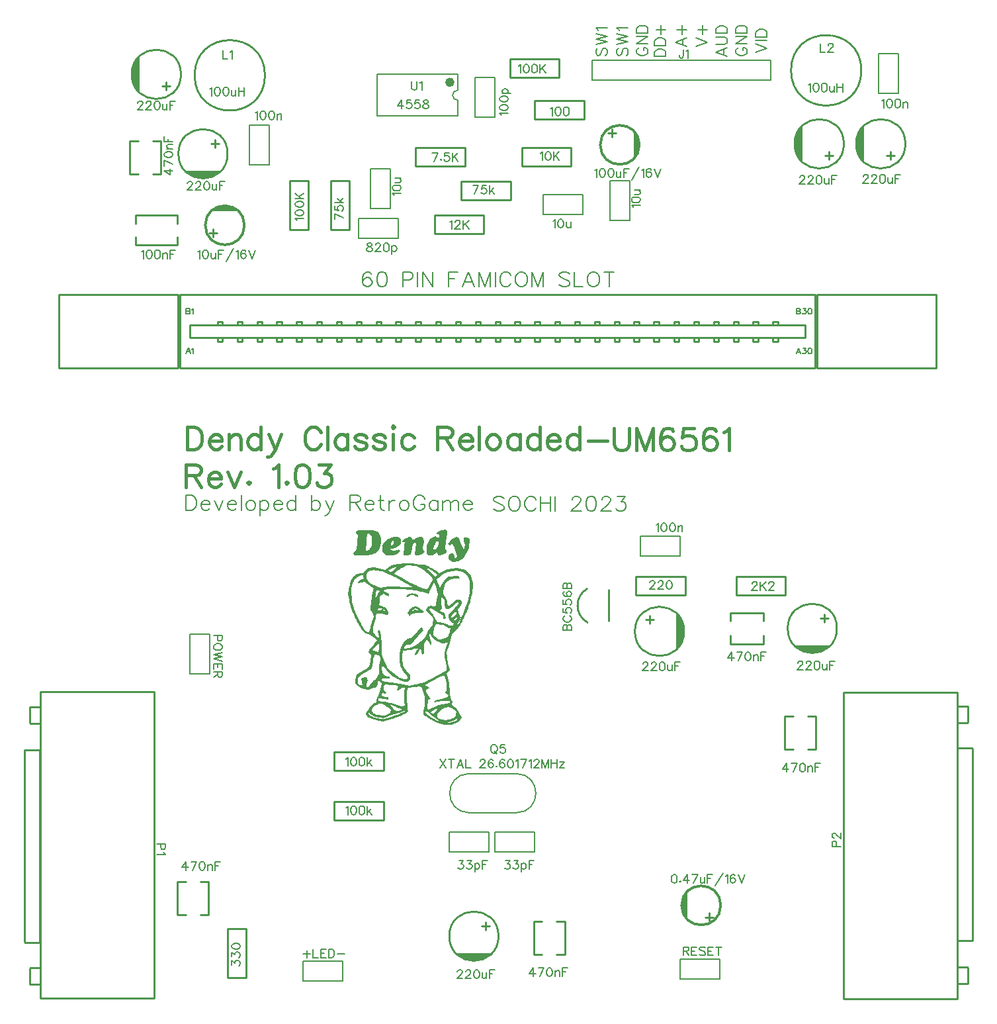
<source format=gto>
G04 Layer: TopSilkscreenLayer*
G04 EasyEDA v6.5.42, 2024-04-13 20:59:12*
G04 594e40a4052f4cff86669ddfe18c1731,a2f4cb7aa3704937908c5b59a0d1150c,10*
G04 Gerber Generator version 0.2*
G04 Scale: 100 percent, Rotated: No, Reflected: No *
G04 Dimensions in millimeters *
G04 leading zeros omitted , absolute positions ,4 integer and 5 decimal *
%FSLAX45Y45*%
%MOMM*%

%ADD10C,0.2032*%
%ADD11C,0.4000*%
%ADD12C,0.1524*%
%ADD13C,0.2007*%
%ADD14C,0.2540*%
%ADD15C,0.2030*%
%ADD16C,0.2000*%
%ADD17C,0.6000*%
%ADD18C,0.3000*%
%ADD19C,0.0189*%

%LPD*%
G36*
X8914180Y9837216D02*
G01*
X8877300Y9829800D01*
X8871000Y9828377D01*
X8864803Y9826701D01*
X8852814Y9822586D01*
X8841587Y9817709D01*
X8831376Y9812375D01*
X8826754Y9809581D01*
X8818676Y9803892D01*
X8815222Y9801098D01*
X8812276Y9798304D01*
X8809837Y9795611D01*
X8807907Y9793071D01*
X8806535Y9790633D01*
X8805773Y9788398D01*
X8805672Y9786366D01*
X8806230Y9784537D01*
X8807500Y9782962D01*
X8809482Y9781743D01*
X8812276Y9780778D01*
X8815882Y9780219D01*
X8820302Y9780016D01*
X8826652Y9779355D01*
X8832037Y9777526D01*
X8836304Y9774529D01*
X8839454Y9770567D01*
X8841384Y9765588D01*
X8842095Y9759797D01*
X8841536Y9753295D01*
X8839606Y9746081D01*
X8833866Y9729419D01*
X8787688Y9748723D01*
X8725255Y9721392D01*
X8676182Y9631121D01*
X8676189Y9584740D01*
X8768435Y9584740D01*
X8777020Y9621113D01*
X8781999Y9638385D01*
X8787434Y9653574D01*
X8790279Y9660382D01*
X8793175Y9666579D01*
X8796121Y9672167D01*
X8799118Y9677196D01*
X8802116Y9681514D01*
X8805113Y9685223D01*
X8808110Y9688271D01*
X8811107Y9690608D01*
X8814054Y9692284D01*
X8816898Y9693148D01*
X8819743Y9693300D01*
X8822486Y9692690D01*
X8825128Y9691268D01*
X8827617Y9689084D01*
X8830056Y9686036D01*
X8831630Y9682835D01*
X8832596Y9678974D01*
X8832951Y9674504D01*
X8832799Y9669526D01*
X8832138Y9664090D01*
X8831072Y9658299D01*
X8829548Y9652203D01*
X8825382Y9639452D01*
X8819997Y9626498D01*
X8816949Y9620097D01*
X8810345Y9607956D01*
X8806840Y9602368D01*
X8803284Y9597186D01*
X8799728Y9592462D01*
X8796121Y9588347D01*
X8792616Y9584842D01*
X8789162Y9582099D01*
X8785860Y9580118D01*
X8782710Y9579051D01*
X8779764Y9578898D01*
X8777071Y9579813D01*
X8768435Y9584740D01*
X8676189Y9584740D01*
X8676538Y9572345D01*
X8677554Y9559696D01*
X8679027Y9547809D01*
X8681008Y9537242D01*
X8683294Y9528657D01*
X8684564Y9525254D01*
X8685885Y9522612D01*
X8695537Y9506051D01*
X8758783Y9506051D01*
X8814155Y9548825D01*
X8825839Y9506051D01*
X8844737Y9506051D01*
X8849258Y9506407D01*
X8854948Y9507423D01*
X8861602Y9508998D01*
X8876690Y9513671D01*
X8884716Y9516618D01*
X8892743Y9519869D01*
X8900515Y9523323D01*
X8937498Y9540646D01*
X8937498Y9557562D01*
X8936736Y9564166D01*
X8934754Y9569551D01*
X8931757Y9573209D01*
X8928150Y9574530D01*
X8926728Y9574784D01*
X8925407Y9575596D01*
X8924239Y9576968D01*
X8923172Y9578797D01*
X8922258Y9581134D01*
X8921445Y9583978D01*
X8920226Y9591090D01*
X8919464Y9600031D01*
X8919210Y9610699D01*
X8919464Y9622993D01*
X8920226Y9636810D01*
X8921496Y9652050D01*
X8923274Y9668713D01*
X8925509Y9686544D01*
X8940698Y9788144D01*
X8945626Y9822789D01*
G37*
G36*
X7995615Y9831374D02*
G01*
X7889798Y9831019D01*
X7870494Y9830663D01*
X7852054Y9829952D01*
X7834985Y9828936D01*
X7819745Y9827717D01*
X7806791Y9826294D01*
X7796580Y9824720D01*
X7789570Y9822992D01*
X7787386Y9822129D01*
X7782712Y9819284D01*
X7778851Y9816185D01*
X7775854Y9812934D01*
X7773619Y9809480D01*
X7772298Y9805873D01*
X7771739Y9802164D01*
X7772044Y9798354D01*
X7773212Y9794544D01*
X7775194Y9790633D01*
X7778038Y9786772D01*
X7781696Y9782962D01*
X7786166Y9779152D01*
X7801305Y9767620D01*
X7794091Y9687814D01*
X7791958Y9667138D01*
X7789672Y9648444D01*
X7787182Y9631578D01*
X7784541Y9616592D01*
X7781696Y9603282D01*
X7778597Y9591649D01*
X7777022Y9586468D01*
X7773568Y9577171D01*
X7769859Y9569348D01*
X7766828Y9564420D01*
X7898790Y9564420D01*
X7905242Y9675063D01*
X7906664Y9695434D01*
X7908239Y9713468D01*
X7909915Y9729266D01*
X7911846Y9742932D01*
X7914030Y9754463D01*
X7916468Y9763963D01*
X7919262Y9771481D01*
X7920786Y9774529D01*
X7922412Y9777120D01*
X7924139Y9779254D01*
X7925968Y9780981D01*
X7927898Y9782251D01*
X7929981Y9783064D01*
X7932115Y9783470D01*
X7934452Y9783470D01*
X7936890Y9783064D01*
X7939430Y9782302D01*
X7942173Y9781133D01*
X7948066Y9777679D01*
X7954518Y9772802D01*
X7961680Y9766554D01*
X7976362Y9753092D01*
X7976311Y9630156D01*
X7943697Y9570262D01*
X7898790Y9564420D01*
X7766828Y9564420D01*
X7763713Y9560255D01*
X7761528Y9557867D01*
X7756906Y9554057D01*
X7741056Y9543440D01*
X7747965Y9510318D01*
X7848853Y9507626D01*
X7867751Y9507372D01*
X7885277Y9507474D01*
X7901584Y9507931D01*
X7916773Y9508744D01*
X7930896Y9509912D01*
X7944053Y9511487D01*
X7956296Y9513468D01*
X7967776Y9515906D01*
X7978495Y9518802D01*
X7988655Y9522206D01*
X7998206Y9526066D01*
X8007350Y9530435D01*
X8016138Y9535312D01*
X8024622Y9540748D01*
X8032953Y9546793D01*
X8069478Y9576155D01*
X8085836Y9626904D01*
X8089696Y9641078D01*
X8092744Y9654794D01*
X8094878Y9668103D01*
X8096250Y9681057D01*
X8096707Y9693706D01*
X8096656Y9699904D01*
X8095843Y9712096D01*
X8094218Y9723983D01*
X8091728Y9735667D01*
X8088375Y9747148D01*
X8084159Y9758476D01*
X8079079Y9769602D01*
X8060944Y9806330D01*
G37*
G36*
X8282431Y9745065D02*
G01*
X8276437Y9744913D01*
X8270341Y9744456D01*
X8264093Y9743694D01*
X8257692Y9742627D01*
X8251139Y9741255D01*
X8237677Y9737547D01*
X8230768Y9735261D01*
X8216646Y9729724D01*
X8167878Y9707219D01*
X8123594Y9648748D01*
X8219287Y9648748D01*
X8220151Y9655454D01*
X8221980Y9662769D01*
X8224824Y9670288D01*
X8228634Y9677806D01*
X8231936Y9682937D01*
X8235238Y9687102D01*
X8238490Y9690201D01*
X8241639Y9692335D01*
X8244636Y9693503D01*
X8247380Y9693706D01*
X8249869Y9692944D01*
X8252053Y9691166D01*
X8253831Y9688474D01*
X8255152Y9684816D01*
X8256016Y9680244D01*
X8256320Y9674707D01*
X8255609Y9667392D01*
X8253679Y9660178D01*
X8250681Y9653422D01*
X8246770Y9647275D01*
X8242249Y9642043D01*
X8237220Y9638030D01*
X8231886Y9635388D01*
X8226450Y9634474D01*
X8223046Y9635490D01*
X8220760Y9638487D01*
X8219490Y9643008D01*
X8219287Y9648748D01*
X8123594Y9648748D01*
X8113014Y9634778D01*
X8111642Y9547402D01*
X8164017Y9506051D01*
X8250428Y9506051D01*
X8297265Y9527032D01*
X8304072Y9530486D01*
X8310321Y9534042D01*
X8315909Y9537598D01*
X8320887Y9541205D01*
X8325256Y9544761D01*
X8329015Y9548317D01*
X8332063Y9551822D01*
X8334451Y9555327D01*
X8336178Y9558731D01*
X8337245Y9562084D01*
X8337600Y9565335D01*
X8337245Y9568484D01*
X8336127Y9571532D01*
X8334349Y9574428D01*
X8331758Y9577171D01*
X8322665Y9585553D01*
X8295030Y9575088D01*
X8286902Y9572294D01*
X8278723Y9570161D01*
X8270646Y9568637D01*
X8262772Y9567722D01*
X8255203Y9567418D01*
X8248091Y9567672D01*
X8241538Y9568535D01*
X8235645Y9569907D01*
X8230565Y9571837D01*
X8226399Y9574377D01*
X8223250Y9577374D01*
X8221268Y9580930D01*
X8217408Y9591649D01*
X8237321Y9591649D01*
X8242808Y9591903D01*
X8248548Y9592614D01*
X8254492Y9593834D01*
X8260638Y9595459D01*
X8266887Y9597491D01*
X8273186Y9599879D01*
X8279536Y9602673D01*
X8285886Y9605772D01*
X8292134Y9609175D01*
X8298281Y9612884D01*
X8304275Y9616846D01*
X8310067Y9621062D01*
X8315553Y9625482D01*
X8320786Y9630054D01*
X8325662Y9634829D01*
X8330133Y9639706D01*
X8349589Y9662464D01*
X8349589Y9719106D01*
X8328863Y9732416D01*
X8324443Y9735058D01*
X8319770Y9737394D01*
X8314944Y9739426D01*
X8309965Y9741154D01*
X8304784Y9742525D01*
X8299450Y9743643D01*
X8293912Y9744405D01*
X8288274Y9744913D01*
G37*
G36*
X9061958Y9744811D02*
G01*
X9028582Y9728809D01*
X9016898Y9722510D01*
X9006078Y9715804D01*
X8996070Y9708743D01*
X8987078Y9701479D01*
X8979103Y9693960D01*
X8972143Y9686340D01*
X8966403Y9678568D01*
X8954871Y9659061D01*
X8977274Y9634270D01*
X8989618Y9643668D01*
X8992616Y9645751D01*
X8995410Y9647377D01*
X8998153Y9648545D01*
X9000744Y9649206D01*
X9003284Y9649307D01*
X9005773Y9648901D01*
X9008211Y9647885D01*
X9010650Y9646259D01*
X9013088Y9644024D01*
X9015526Y9641128D01*
X9018016Y9637572D01*
X9020556Y9633305D01*
X9025940Y9622536D01*
X9031782Y9608616D01*
X9038234Y9591395D01*
X9045448Y9570669D01*
X9069730Y9499142D01*
X9059113Y9480956D01*
X9056166Y9476536D01*
X9052966Y9473031D01*
X9049664Y9470440D01*
X9046413Y9468713D01*
X9043314Y9467850D01*
X9040469Y9467850D01*
X9038082Y9468612D01*
X9036202Y9470237D01*
X9034983Y9472574D01*
X9034576Y9475724D01*
X9035084Y9479635D01*
X9036608Y9484258D01*
X9037726Y9490252D01*
X9037066Y9497872D01*
X9034830Y9506102D01*
X9031173Y9513925D01*
X9020810Y9531705D01*
X8999677Y9531705D01*
X8992666Y9531400D01*
X8986266Y9530384D01*
X8980474Y9528759D01*
X8975344Y9526422D01*
X8970822Y9523476D01*
X8966911Y9519818D01*
X8963609Y9515500D01*
X8960916Y9510471D01*
X8958834Y9504781D01*
X8957310Y9498380D01*
X8956446Y9491319D01*
X8956141Y9483547D01*
X8956141Y9455912D01*
X9007449Y9418777D01*
X9084716Y9426651D01*
X9152229Y9473895D01*
X9219844Y9599472D01*
X9228988Y9716312D01*
X9214358Y9727387D01*
X9211005Y9729571D01*
X9206992Y9731502D01*
X9202572Y9733127D01*
X9197746Y9734448D01*
X9192768Y9735362D01*
X9187789Y9735921D01*
X9182912Y9736023D01*
X9178290Y9735718D01*
X9156750Y9732924D01*
X9153652Y9712858D01*
X9153296Y9708286D01*
X9153347Y9703104D01*
X9153804Y9697466D01*
X9154718Y9691522D01*
X9155938Y9685477D01*
X9157512Y9679482D01*
X9159392Y9673742D01*
X9161526Y9668459D01*
X9172498Y9644126D01*
X9164777Y9612122D01*
X9161729Y9602927D01*
X9160205Y9599472D01*
X9158579Y9596831D01*
X9156903Y9595002D01*
X9155125Y9593986D01*
X9153245Y9593783D01*
X9151315Y9594443D01*
X9149232Y9595967D01*
X9147048Y9598304D01*
X9144711Y9601555D01*
X9142171Y9605670D01*
X9136684Y9616592D01*
X9130436Y9631222D01*
X9123324Y9649612D01*
X9094520Y9728809D01*
G37*
G36*
X8600389Y9744049D02*
G01*
X8591956Y9743389D01*
X8582761Y9741509D01*
X8577935Y9740138D01*
X8567775Y9736429D01*
X8556955Y9731552D01*
X8545474Y9725406D01*
X8523071Y9711690D01*
X8514334Y9706965D01*
X8508136Y9704324D01*
X8505393Y9704171D01*
X8496706Y9718751D01*
X8492998Y9724593D01*
X8489543Y9729520D01*
X8486241Y9733584D01*
X8482990Y9736785D01*
X8479688Y9739223D01*
X8476183Y9740900D01*
X8472373Y9741865D01*
X8468207Y9742170D01*
X8463584Y9741865D01*
X8458301Y9740950D01*
X8452307Y9739477D01*
X8437727Y9735007D01*
X8421725Y9729520D01*
X8414766Y9726625D01*
X8408162Y9723526D01*
X8401913Y9720173D01*
X8396020Y9716719D01*
X8390585Y9713112D01*
X8385657Y9709454D01*
X8381238Y9705797D01*
X8377326Y9702139D01*
X8374075Y9698583D01*
X8371382Y9695180D01*
X8369401Y9691878D01*
X8368131Y9688830D01*
X8367572Y9686036D01*
X8367826Y9683546D01*
X8368944Y9681413D01*
X8370874Y9679686D01*
X8373719Y9678365D01*
X8377478Y9677552D01*
X8382253Y9677247D01*
X8396274Y9677247D01*
X8395716Y9635591D01*
X8395055Y9623755D01*
X8393938Y9610750D01*
X8392414Y9597288D01*
X8390585Y9584131D01*
X8388553Y9572040D01*
X8385962Y9558680D01*
X8384743Y9550908D01*
X8383828Y9543440D01*
X8383219Y9536430D01*
X8382965Y9530130D01*
X8383016Y9524695D01*
X8383422Y9520377D01*
X8384235Y9517329D01*
X8388959Y9506051D01*
X8418830Y9506051D01*
X8425129Y9506254D01*
X8431631Y9506864D01*
X8438184Y9507880D01*
X8444484Y9509201D01*
X8450478Y9510776D01*
X8455863Y9512604D01*
X8460536Y9514586D01*
X8464296Y9516719D01*
X8479891Y9527438D01*
X8490305Y9594951D01*
X8491778Y9602927D01*
X8495182Y9617659D01*
X8499043Y9630714D01*
X8503259Y9641992D01*
X8505494Y9646920D01*
X8507831Y9651339D01*
X8510219Y9655302D01*
X8512657Y9658756D01*
X8515146Y9661652D01*
X8517686Y9663988D01*
X8520277Y9665817D01*
X8522868Y9667036D01*
X8525510Y9667697D01*
X8528151Y9667748D01*
X8530793Y9667189D01*
X8533434Y9666020D01*
X8541766Y9661296D01*
X8524138Y9522256D01*
X8544153Y9503867D01*
X8576868Y9509506D01*
X8583879Y9510979D01*
X8591245Y9512960D01*
X8598763Y9515398D01*
X8606231Y9518192D01*
X8613444Y9521240D01*
X8620099Y9524441D01*
X8626043Y9527743D01*
X8631021Y9531096D01*
X8652459Y9546996D01*
X8628126Y9588652D01*
X8640013Y9649206D01*
X8642045Y9663023D01*
X8643162Y9675825D01*
X8643366Y9687509D01*
X8642756Y9698177D01*
X8641232Y9707727D01*
X8640165Y9712096D01*
X8638895Y9716211D01*
X8637422Y9720072D01*
X8635746Y9723577D01*
X8633866Y9726879D01*
X8631783Y9729876D01*
X8629497Y9732568D01*
X8627008Y9735007D01*
X8624366Y9737140D01*
X8621471Y9738969D01*
X8618423Y9740544D01*
X8615222Y9741814D01*
X8611768Y9742830D01*
X8608161Y9743541D01*
X8604351Y9743948D01*
G37*
G36*
X8421370Y9408058D02*
G01*
X8408111Y9407804D01*
X8396579Y9407042D01*
X8388400Y9406077D01*
X8370214Y9403232D01*
X8345728Y9398965D01*
X8310981Y9392564D01*
X8230463Y9376867D01*
X8144357Y9320733D01*
X8009026Y9352280D01*
X7929981Y9341459D01*
X7864449Y9274860D01*
X7830972Y9274810D01*
X7821218Y9274200D01*
X7811820Y9272930D01*
X7802727Y9271050D01*
X7793990Y9268561D01*
X7785557Y9265412D01*
X7777429Y9261602D01*
X7769606Y9257233D01*
X7762138Y9252204D01*
X7755026Y9246514D01*
X7748168Y9240215D01*
X7741666Y9233255D01*
X7735468Y9225686D01*
X7729575Y9217456D01*
X7723987Y9208566D01*
X7718704Y9199067D01*
X7713776Y9188907D01*
X7709153Y9178086D01*
X7704836Y9166656D01*
X7700822Y9154515D01*
X7697114Y9141764D01*
X7693710Y9128404D01*
X7690612Y9114332D01*
X7687818Y9099651D01*
X7683953Y9073997D01*
X7712608Y9073997D01*
X7725257Y9127744D01*
X7729270Y9141053D01*
X7733944Y9153855D01*
X7739278Y9165996D01*
X7745222Y9177578D01*
X7751724Y9188450D01*
X7758734Y9198559D01*
X7766253Y9207957D01*
X7770164Y9212326D01*
X7778343Y9220403D01*
X7782509Y9224111D01*
X7791196Y9230817D01*
X7795615Y9233814D01*
X7804708Y9239046D01*
X7814005Y9243263D01*
X7818729Y9244939D01*
X7823453Y9246311D01*
X7828280Y9247428D01*
X7833055Y9248241D01*
X7837931Y9248749D01*
X7863128Y9249206D01*
X7866776Y9238640D01*
X7907223Y9238640D01*
X7907426Y9243466D01*
X7907934Y9248394D01*
X7908798Y9253321D01*
X7909966Y9258350D01*
X7911490Y9263430D01*
X7922869Y9293809D01*
X7957159Y9307423D01*
X7967014Y9310878D01*
X7976412Y9313519D01*
X7985759Y9315399D01*
X7995412Y9316466D01*
X8005724Y9316770D01*
X8013765Y9316516D01*
X8189772Y9316516D01*
X8215782Y9330029D01*
X8226196Y9334855D01*
X8250783Y9345168D01*
X8274964Y9354159D01*
X8284921Y9357410D01*
X8292338Y9359392D01*
X8294878Y9359849D01*
X8295284Y9359290D01*
X8294217Y9357410D01*
X8288070Y9350248D01*
X8277453Y9339478D01*
X8263432Y9326270D01*
X8245551Y9310217D01*
X8238490Y9304324D01*
X8232394Y9299752D01*
X8227212Y9296450D01*
X8222691Y9294368D01*
X8218678Y9293453D01*
X8215020Y9293656D01*
X8211566Y9294876D01*
X8208213Y9297111D01*
X8204657Y9300210D01*
X8189772Y9316516D01*
X8013765Y9316516D01*
X8023301Y9315805D01*
X8037017Y9314281D01*
X8052663Y9311995D01*
X8070748Y9308998D01*
X8079689Y9307271D01*
X8089392Y9305036D01*
X8099653Y9302343D01*
X8110474Y9299194D01*
X8133435Y9291726D01*
X8145424Y9287510D01*
X8163915Y9280550D01*
X8183610Y9272574D01*
X8263636Y9272574D01*
X8293303Y9302038D01*
X8300720Y9308287D01*
X8309762Y9315094D01*
X8320074Y9322206D01*
X8331301Y9329470D01*
X8343087Y9336582D01*
X8355126Y9343390D01*
X8367115Y9349689D01*
X8428939Y9379305D01*
X8544356Y9371126D01*
X8592769Y9349486D01*
X8602065Y9344507D01*
X8610848Y9339224D01*
X8683701Y9339224D01*
X8683752Y9340342D01*
X8684310Y9341053D01*
X8685428Y9341408D01*
X8687104Y9341358D01*
X8692032Y9340088D01*
X8699144Y9337243D01*
X8708390Y9332925D01*
X8719820Y9327083D01*
X8733434Y9319768D01*
X8747963Y9311640D01*
X8761526Y9303308D01*
X8774277Y9294825D01*
X8785656Y9286494D01*
X8794953Y9278874D01*
X8798712Y9275470D01*
X8801709Y9272371D01*
X8803894Y9269679D01*
X8816644Y9251645D01*
X8791702Y9232646D01*
X8725001Y9294418D01*
X8702700Y9315907D01*
X8694775Y9324187D01*
X8688933Y9330791D01*
X8685276Y9335820D01*
X8684209Y9337751D01*
X8683701Y9339224D01*
X8610848Y9339224D01*
X8617864Y9334754D01*
X8629294Y9326981D01*
X8641232Y9318396D01*
X8653526Y9309100D01*
X8665870Y9299397D01*
X8690203Y9279077D01*
X8701735Y9268815D01*
X8712555Y9258757D01*
X8722563Y9249054D01*
X8731453Y9239808D01*
X8739124Y9231274D01*
X8745270Y9223502D01*
X8749792Y9216796D01*
X8759494Y9200184D01*
X8754658Y9191599D01*
X8808059Y9191599D01*
X8824468Y9214408D01*
X8830868Y9222130D01*
X8837930Y9229598D01*
X8845600Y9236811D01*
X8853881Y9243720D01*
X8862720Y9250375D01*
X8872016Y9256725D01*
X8881821Y9262719D01*
X8892082Y9268409D01*
X8902700Y9273794D01*
X8913723Y9278772D01*
X8925052Y9283446D01*
X8936685Y9287764D01*
X8948521Y9291624D01*
X8960612Y9295180D01*
X8972905Y9298279D01*
X8985300Y9300972D01*
X8997797Y9303258D01*
X9010345Y9305137D01*
X9022943Y9306560D01*
X9035542Y9307474D01*
X9048089Y9307982D01*
X9060535Y9307982D01*
X9072880Y9307525D01*
X9085072Y9306560D01*
X9097060Y9305036D01*
X9108795Y9303054D01*
X9120276Y9300514D01*
X9130588Y9297670D01*
X9139631Y9294520D01*
X9148267Y9290812D01*
X9156496Y9286544D01*
X9164320Y9281718D01*
X9171736Y9276334D01*
X9178747Y9270441D01*
X9185351Y9263989D01*
X9191548Y9257030D01*
X9197340Y9249511D01*
X9202724Y9241536D01*
X9207652Y9233001D01*
X9212173Y9223959D01*
X9216288Y9214408D01*
X9219996Y9204401D01*
X9223248Y9193885D01*
X9226092Y9182912D01*
X9228531Y9171381D01*
X9230512Y9159443D01*
X9232087Y9146997D01*
X9233204Y9134144D01*
X9233916Y9120784D01*
X9234170Y9106966D01*
X9234017Y9092742D01*
X9233408Y9078061D01*
X9232341Y9062923D01*
X9230817Y9047378D01*
X9228886Y9031376D01*
X9226499Y9014968D01*
X9223705Y8998153D01*
X9221165Y8984843D01*
X9216288Y8963863D01*
X9209735Y8939885D01*
X9201759Y8913520D01*
X9192564Y8885377D01*
X9182404Y8856014D01*
X9171584Y8825941D01*
X9154414Y8780932D01*
X9142780Y8751824D01*
X9131198Y8724087D01*
X9119971Y8698331D01*
X9109303Y8675116D01*
X9099448Y8654999D01*
X9090609Y8638590D01*
X9086697Y8631986D01*
X9083040Y8626500D01*
X9079839Y8622233D01*
X9076994Y8619236D01*
X9074607Y8617610D01*
X9073591Y8617356D01*
X9072676Y8617407D01*
X9071914Y8617915D01*
X9071102Y8619337D01*
X9070898Y8621623D01*
X9071356Y8624722D01*
X9072372Y8628634D01*
X9076283Y8638743D01*
X9082481Y8651748D01*
X9090964Y8667546D01*
X9101582Y8685936D01*
X9115399Y8709101D01*
X9106865Y8724442D01*
X9104934Y8728405D01*
X9100261Y8740190D01*
X9095028Y8755684D01*
X9089898Y8773007D01*
X9076791Y8823655D01*
X9100058Y8847328D01*
X9105036Y8852966D01*
X9109557Y8858504D01*
X9113621Y8863990D01*
X9117228Y8869324D01*
X9120378Y8874556D01*
X9123070Y8879687D01*
X9125356Y8884716D01*
X9127134Y8889542D01*
X9128506Y8894267D01*
X9129420Y8898788D01*
X9129928Y8903157D01*
X9129928Y8907373D01*
X9129522Y8911336D01*
X9128709Y8915146D01*
X9127439Y8918702D01*
X9125712Y8922054D01*
X9123578Y8925153D01*
X9120987Y8928049D01*
X9117990Y8930640D01*
X9114586Y8932976D01*
X9110726Y8935059D01*
X9106458Y8936837D01*
X9101734Y8938310D01*
X9096654Y8939479D01*
X9091117Y8940292D01*
X9085122Y8940800D01*
X9078772Y8941003D01*
X9053423Y8941003D01*
X8999728Y8890965D01*
X8986215Y8878773D01*
X8975191Y8869375D01*
X8966403Y8862771D01*
X8962745Y8860485D01*
X8959596Y8858910D01*
X8956852Y8857945D01*
X8954516Y8857640D01*
X8952585Y8857996D01*
X8950909Y8859012D01*
X8949639Y8860637D01*
X8948572Y8862872D01*
X8947759Y8865717D01*
X8946794Y8873286D01*
X8946184Y8888476D01*
X8944914Y8899753D01*
X8942628Y8911691D01*
X8939479Y8924036D01*
X8935567Y8936431D01*
X8930995Y8948572D01*
X8925915Y8960154D01*
X8920429Y8970822D01*
X8914638Y8980271D01*
X8911691Y8984437D01*
X8908694Y8988196D01*
X8903055Y8994444D01*
X8900668Y8997848D01*
X8898585Y9001556D01*
X8896756Y9005620D01*
X8895181Y9009989D01*
X8893911Y9014663D01*
X8892895Y9019692D01*
X8892133Y9025026D01*
X8891676Y9030614D01*
X8891473Y9036507D01*
X8891930Y9049105D01*
X8892540Y9055760D01*
X8894622Y9069832D01*
X8896045Y9077248D01*
X8899804Y9092641D01*
X8904579Y9108846D01*
X8918397Y9151416D01*
X8945575Y9175343D01*
X8950198Y9179153D01*
X8955328Y9182811D01*
X8960815Y9186316D01*
X8966657Y9189669D01*
X8972804Y9192818D01*
X8985859Y9198559D01*
X8992666Y9201099D01*
X9006636Y9205468D01*
X9020759Y9208820D01*
X9027820Y9210090D01*
X9034729Y9211056D01*
X9041536Y9211716D01*
X9048191Y9212072D01*
X9054592Y9212072D01*
X9060738Y9211767D01*
X9066580Y9211106D01*
X9078366Y9208922D01*
X9084056Y9208566D01*
X9088983Y9208871D01*
X9093149Y9209836D01*
X9096502Y9211310D01*
X9098889Y9213342D01*
X9100362Y9215729D01*
X9100820Y9218523D01*
X9100210Y9221622D01*
X9098483Y9224975D01*
X9095587Y9228480D01*
X9091422Y9232087D01*
X9077604Y9242653D01*
X8956446Y9235541D01*
X8924340Y9207449D01*
X8917686Y9200692D01*
X8910574Y9192717D01*
X8903157Y9183725D01*
X8895791Y9174073D01*
X8888577Y9164015D01*
X8881821Y9153855D01*
X8875725Y9143949D01*
X8847531Y9093250D01*
X8808059Y9191599D01*
X8754658Y9191599D01*
X8721699Y9133179D01*
X8704478Y9103766D01*
X8697163Y9091828D01*
X8691219Y9082582D01*
X8687054Y9076639D01*
X8684920Y9074505D01*
X8682482Y9073642D01*
X8679180Y9073286D01*
X8675014Y9073489D01*
X8669985Y9074150D01*
X8664143Y9075318D01*
X8650173Y9079026D01*
X8633409Y9084564D01*
X8614105Y9091676D01*
X8592566Y9100362D01*
X8568994Y9110472D01*
X8543696Y9121800D01*
X8516975Y9134348D01*
X8489035Y9147911D01*
X8460232Y9162389D01*
X8438184Y9173768D01*
X8393531Y9197695D01*
X8363661Y9214307D01*
X8334095Y9231376D01*
X8263636Y9272574D01*
X8183610Y9272574D01*
X8208009Y9262059D01*
X8239048Y9247530D01*
X8262670Y9235389D01*
X8273948Y9229293D01*
X8284718Y9223146D01*
X8323224Y9199829D01*
X8366099Y9175140D01*
X8395817Y9158579D01*
X8424875Y9142780D01*
X8506256Y9099092D01*
X8186318Y9105341D01*
X8083651Y9087916D01*
X7967980Y9138361D01*
X7935722Y9174429D01*
X7927441Y9184843D01*
X7923834Y9189974D01*
X7917738Y9199930D01*
X7915198Y9204858D01*
X7913014Y9209735D01*
X7909712Y9219387D01*
X7908594Y9224162D01*
X7907781Y9228988D01*
X7907324Y9233763D01*
X7907223Y9238640D01*
X7866776Y9238640D01*
X7869021Y9232138D01*
X7871053Y9224670D01*
X7871663Y9217964D01*
X7870901Y9212072D01*
X7868818Y9207144D01*
X7865465Y9203182D01*
X7860944Y9200235D01*
X7855153Y9198457D01*
X7843723Y9197340D01*
X7838744Y9196019D01*
X7833410Y9193885D01*
X7827975Y9191142D01*
X7822539Y9187891D01*
X7817307Y9184284D01*
X7812430Y9180372D01*
X7808061Y9176359D01*
X7804353Y9172295D01*
X7801508Y9168333D01*
X7799730Y9164624D01*
X7799070Y9161272D01*
X7799070Y9153093D01*
X7880045Y9164218D01*
X8001304Y9083141D01*
X8001050Y9079992D01*
X7996936Y9058605D01*
X7981137Y8986977D01*
X7978190Y8972346D01*
X7973398Y8945270D01*
X8022183Y8945270D01*
X8028330Y9010548D01*
X8030921Y9031122D01*
X8033715Y9047937D01*
X8035086Y9054287D01*
X8036356Y9058910D01*
X8037525Y9061602D01*
X8042808Y9069476D01*
X8078978Y9051696D01*
X8063890Y9030512D01*
X8056981Y9019743D01*
X8049310Y9006128D01*
X8041843Y8991396D01*
X8038439Y8984183D01*
X8022183Y8945270D01*
X7973398Y8945270D01*
X7969453Y8919464D01*
X7965998Y8891473D01*
X7964830Y8879027D01*
X7964119Y8868003D01*
X7962557Y8812834D01*
X8050377Y8812834D01*
X8050733Y8815933D01*
X8052409Y8819032D01*
X8055406Y8821877D01*
X8059572Y8824417D01*
X8064855Y8826550D01*
X8071205Y8828227D01*
X8078470Y8829294D01*
X8086648Y8829700D01*
X8109915Y8829700D01*
X8100833Y8820505D01*
X8116620Y8820505D01*
X8129727Y8815882D01*
X8135264Y8813088D01*
X8140496Y8809024D01*
X8144967Y8804148D01*
X8147964Y8799068D01*
X8149844Y8793276D01*
X8149894Y8789416D01*
X8148472Y8787485D01*
X8145780Y8787333D01*
X8142122Y8788958D01*
X8137804Y8792260D01*
X8132978Y8797188D01*
X8128050Y8803690D01*
X8116620Y8820505D01*
X8100833Y8820505D01*
X8093557Y8813139D01*
X8086191Y8807094D01*
X8078165Y8802827D01*
X8070494Y8800744D01*
X8064144Y8801201D01*
X8058251Y8803792D01*
X8054086Y8806637D01*
X8051444Y8809685D01*
X8050377Y8812834D01*
X7962557Y8812834D01*
X7962392Y8806688D01*
X7972806Y8794648D01*
X7975142Y8791600D01*
X7980425Y8782761D01*
X7986115Y8771382D01*
X7991449Y8758885D01*
X8004302Y8722563D01*
X7984236Y8674049D01*
X7980476Y8663736D01*
X7976717Y8652510D01*
X7973110Y8640724D01*
X7969808Y8628735D01*
X7966811Y8616899D01*
X7964271Y8605621D01*
X7962290Y8595207D01*
X7960004Y8581288D01*
X7957972Y8572195D01*
X7955584Y8563508D01*
X7952943Y8555380D01*
X7950149Y8548065D01*
X7947202Y8541816D01*
X7944256Y8536838D01*
X7941309Y8533384D01*
X7931136Y8524036D01*
X7995005Y8524036D01*
X7995259Y8569147D01*
X7996326Y8582101D01*
X7998256Y8596426D01*
X8000898Y8611260D01*
X8004149Y8625890D01*
X8007858Y8639454D01*
X8011871Y8651748D01*
X8015986Y8665260D01*
X8020050Y8679789D01*
X8023859Y8694521D01*
X8027212Y8708644D01*
X8029854Y8721344D01*
X8037322Y8765489D01*
X8090255Y8761933D01*
X8103209Y8760612D01*
X8115757Y8758834D01*
X8127238Y8756802D01*
X8137093Y8754567D01*
X8144662Y8752230D01*
X8153501Y8748369D01*
X8159191Y8746490D01*
X8164423Y8745321D01*
X8169198Y8744864D01*
X8173466Y8745118D01*
X8177275Y8746032D01*
X8180578Y8747556D01*
X8183372Y8749639D01*
X8185607Y8752332D01*
X8187334Y8755583D01*
X8188502Y8759291D01*
X8189112Y8763508D01*
X8189163Y8768181D01*
X8188604Y8773261D01*
X8187436Y8778697D01*
X8185658Y8784539D01*
X8183270Y8790686D01*
X8180222Y8797137D01*
X8176564Y8803843D01*
X8172196Y8810752D01*
X8153501Y8838946D01*
X8067751Y8872626D01*
X8073390Y8886139D01*
X8074507Y8889695D01*
X8075574Y8894673D01*
X8076539Y8900820D01*
X8078063Y8915806D01*
X8078876Y8932824D01*
X8078978Y8983421D01*
X8126831Y9012123D01*
X8168589Y8993886D01*
X8182813Y8987993D01*
X8187994Y8986215D01*
X8192008Y8985250D01*
X8195056Y8985046D01*
X8197240Y8985707D01*
X8198713Y8987180D01*
X8199628Y8989466D01*
X8200085Y8992616D01*
X8200288Y8996629D01*
X8200288Y9019336D01*
X8159597Y9035034D01*
X8153196Y9037726D01*
X8147659Y9040368D01*
X8142935Y9042908D01*
X8139074Y9045346D01*
X8135924Y9047683D01*
X8133588Y9049969D01*
X8132013Y9052102D01*
X8131149Y9054236D01*
X8130997Y9056217D01*
X8131556Y9058148D01*
X8132775Y9059926D01*
X8134654Y9061704D01*
X8137194Y9063329D01*
X8140293Y9064904D01*
X8144052Y9066377D01*
X8153247Y9069019D01*
X8164575Y9071356D01*
X8177987Y9073286D01*
X8193227Y9074912D01*
X8210194Y9076182D01*
X8228736Y9077045D01*
X8248700Y9077604D01*
X8275370Y9077756D01*
X8297976Y9077452D01*
X8321446Y9076842D01*
X8345728Y9075826D01*
X8376920Y9074099D01*
X8402421Y9072270D01*
X8434628Y9069476D01*
X8466937Y9066123D01*
X8492744Y9063075D01*
X8518296Y9059621D01*
X8555786Y9053779D01*
X8580018Y9049410D01*
X8603488Y9044686D01*
X8626043Y9039555D01*
X8705646Y9018879D01*
X8730589Y9071508D01*
X8755278Y9125051D01*
X8770721Y9159290D01*
X8783421Y9143542D01*
X8785250Y9140901D01*
X8787231Y9137243D01*
X8791448Y9127388D01*
X8795816Y9114739D01*
X8800185Y9100108D01*
X8804300Y9084106D01*
X8807856Y9067596D01*
X8819591Y9007348D01*
X8802522Y8899702D01*
X8799423Y8882786D01*
X8796477Y8870035D01*
X8794953Y8865108D01*
X8793327Y8861044D01*
X8791600Y8857792D01*
X8789720Y8855303D01*
X8787587Y8853525D01*
X8785301Y8852357D01*
X8782659Y8851747D01*
X8779764Y8851696D01*
X8776512Y8852052D01*
X8768791Y8853982D01*
X8730742Y8866073D01*
X8708390Y8856726D01*
X8703767Y8854389D01*
X8699246Y8851341D01*
X8694877Y8847683D01*
X8690813Y8843568D01*
X8687206Y8839149D01*
X8684107Y8834475D01*
X8681618Y8829751D01*
X8679942Y8825077D01*
X8673957Y8803182D01*
X8711184Y8803182D01*
X8716721Y8816441D01*
X8719464Y8821978D01*
X8722461Y8825890D01*
X8726017Y8828176D01*
X8730386Y8828786D01*
X8735822Y8827770D01*
X8742578Y8825077D01*
X8750909Y8820708D01*
X8890812Y8735009D01*
X8890812Y8692692D01*
X8903817Y8692692D01*
X8908084Y8693048D01*
X8911793Y8694115D01*
X8914892Y8695842D01*
X8917482Y8698230D01*
X8919464Y8701328D01*
X8920835Y8705138D01*
X8921648Y8709558D01*
X8921902Y8714689D01*
X8921597Y8720480D01*
X8920683Y8726932D01*
X8919159Y8734044D01*
X8917127Y8741816D01*
X8908999Y8769553D01*
X8853170Y8796020D01*
X8874455Y8832443D01*
X8867749Y8892997D01*
X8866682Y8907526D01*
X8866174Y8921343D01*
X8866276Y8933688D01*
X8866886Y8944000D01*
X8868105Y8951569D01*
X8868918Y8954109D01*
X8875268Y8969298D01*
X8909507Y8930538D01*
X8909761Y8887206D01*
X8910523Y8872728D01*
X8911183Y8866174D01*
X8913063Y8854389D01*
X8914282Y8849106D01*
X8915704Y8844330D01*
X8917279Y8839962D01*
X8919057Y8835999D01*
X8921038Y8832494D01*
X8923223Y8829446D01*
X8925610Y8826855D01*
X8928201Y8824671D01*
X8930944Y8822893D01*
X8933942Y8821572D01*
X8937091Y8820708D01*
X8940495Y8820251D01*
X8944102Y8820200D01*
X8947912Y8820607D01*
X8951925Y8821470D01*
X8956141Y8822740D01*
X8960612Y8824417D01*
X8965285Y8826550D01*
X8975242Y8832088D01*
X8986113Y8839352D01*
X8997899Y8848293D01*
X9025382Y8871610D01*
X9039453Y8883040D01*
X9052153Y8892692D01*
X9062770Y8900210D01*
X9070746Y8905036D01*
X9073540Y8906306D01*
X9075420Y8906764D01*
X9081414Y8906306D01*
X9083802Y8905697D01*
X9085732Y8904884D01*
X9087205Y8903766D01*
X9088272Y8902395D01*
X9088882Y8900769D01*
X9089085Y8898839D01*
X9088780Y8896604D01*
X9088018Y8894064D01*
X9086799Y8891219D01*
X9082989Y8884513D01*
X9077198Y8876487D01*
X9069425Y8866936D01*
X9059672Y8855913D01*
X9047835Y8843264D01*
X9033916Y8828989D01*
X8956141Y8751214D01*
X8956141Y8730843D01*
X8956497Y8725103D01*
X8957462Y8718956D01*
X8958024Y8716670D01*
X8993581Y8716670D01*
X8993632Y8720175D01*
X8994394Y8724239D01*
X8995867Y8728760D01*
X8998000Y8733688D01*
X9000744Y8738920D01*
X9004198Y8744407D01*
X9008211Y8750046D01*
X9012834Y8755786D01*
X9017558Y8760968D01*
X9022181Y8765489D01*
X9026804Y8769350D01*
X9031274Y8772499D01*
X9035643Y8774988D01*
X9039860Y8776766D01*
X9043974Y8777833D01*
X9047937Y8778189D01*
X9051747Y8777833D01*
X9055404Y8776766D01*
X9058808Y8774988D01*
X9062059Y8772448D01*
X9062618Y8770721D01*
X9061907Y8767978D01*
X9060027Y8764371D01*
X9057182Y8760053D01*
X9053474Y8755176D01*
X9044178Y8744407D01*
X9033306Y8733282D01*
X9027718Y8727998D01*
X9022181Y8723122D01*
X9016847Y8718753D01*
X9011920Y8715095D01*
X9007551Y8712250D01*
X9003842Y8710472D01*
X9000998Y8709812D01*
X8997950Y8710320D01*
X8995714Y8711641D01*
X8994292Y8713774D01*
X8993581Y8716670D01*
X8958024Y8716670D01*
X8959037Y8712555D01*
X8961120Y8705951D01*
X8963710Y8699195D01*
X8966708Y8692489D01*
X8970111Y8685784D01*
X8973870Y8679230D01*
X8977592Y8673388D01*
X9023553Y8673388D01*
X9025229Y8678875D01*
X9029293Y8685530D01*
X9035389Y8692642D01*
X9041892Y8698738D01*
X9047937Y8703513D01*
X9053474Y8706916D01*
X9058351Y8708999D01*
X9062415Y8709660D01*
X9065514Y8708847D01*
X9067444Y8706510D01*
X9068104Y8702598D01*
X9067393Y8699449D01*
X9065361Y8695791D01*
X9062262Y8691829D01*
X9058351Y8687663D01*
X9053830Y8683548D01*
X9048902Y8679637D01*
X9043873Y8676081D01*
X9038894Y8673084D01*
X9034272Y8670747D01*
X9030157Y8669324D01*
X9026855Y8669020D01*
X9024569Y8669883D01*
X9023553Y8673388D01*
X8977592Y8673388D01*
X8982151Y8666937D01*
X8986570Y8661298D01*
X8991142Y8656167D01*
X8995765Y8651595D01*
X9000439Y8647684D01*
X9005062Y8644534D01*
X9009634Y8642146D01*
X9030411Y8633307D01*
X9019489Y8607094D01*
X8995918Y8607094D01*
X8990533Y8607450D01*
X8984234Y8608517D01*
X8977274Y8610193D01*
X8969857Y8612428D01*
X8962288Y8615121D01*
X8954668Y8618169D01*
X8947302Y8621572D01*
X8935618Y8627719D01*
X8924188Y8632698D01*
X8910777Y8637422D01*
X8896248Y8641638D01*
X8881313Y8645194D01*
X8873947Y8646668D01*
X8859977Y8648750D01*
X8811514Y8654186D01*
X8774988Y8723680D01*
X8767876Y8736431D01*
X8760663Y8748572D01*
X8753500Y8759901D01*
X8746693Y8770010D01*
X8740444Y8778646D01*
X8734856Y8785453D01*
X8730183Y8790228D01*
X8728303Y8791702D01*
X8711184Y8803182D01*
X8673957Y8803182D01*
X8673846Y8802776D01*
X8705951Y8771636D01*
X8714181Y8762695D01*
X8722512Y8752840D01*
X8730488Y8742629D01*
X8737701Y8732621D01*
X8743746Y8723325D01*
X8762288Y8689848D01*
X8752890Y8613698D01*
X8730894Y8588502D01*
X8725814Y8581745D01*
X8719870Y8573160D01*
X8713368Y8563051D01*
X8699398Y8539886D01*
X8685580Y8514842D01*
X8651392Y8448700D01*
X8600541Y8403234D01*
X8590432Y8394750D01*
X8580120Y8386572D01*
X8569604Y8378850D01*
X8558936Y8371433D01*
X8548116Y8364474D01*
X8537244Y8357920D01*
X8526322Y8351774D01*
X8515350Y8346084D01*
X8504428Y8340902D01*
X8493506Y8336178D01*
X8482634Y8331962D01*
X8471916Y8328253D01*
X8461298Y8325053D01*
X8450834Y8322462D01*
X8440572Y8320379D01*
X8398611Y8314181D01*
X8392414Y8323325D01*
X8391245Y8326069D01*
X8391093Y8329117D01*
X8391855Y8332419D01*
X8393430Y8335924D01*
X8395766Y8339531D01*
X8398764Y8343188D01*
X8402320Y8346846D01*
X8406384Y8350402D01*
X8410854Y8353806D01*
X8415680Y8357006D01*
X8420709Y8359902D01*
X8425891Y8362391D01*
X8431123Y8364474D01*
X8436356Y8366048D01*
X8441486Y8367014D01*
X8446414Y8367369D01*
X8468563Y8367369D01*
X8508898Y8407704D01*
X8517229Y8416391D01*
X8535162Y8436152D01*
X8553043Y8456980D01*
X8568639Y8476386D01*
X8576157Y8486241D01*
X8585098Y8497112D01*
X8594090Y8507222D01*
X8602776Y8516112D01*
X8610600Y8523274D01*
X8614054Y8526119D01*
X8617153Y8528304D01*
X8619794Y8529828D01*
X8637320Y8538464D01*
X8630615Y8561527D01*
X8626856Y8572347D01*
X8624874Y8576614D01*
X8622792Y8580069D01*
X8620556Y8582710D01*
X8618220Y8584539D01*
X8615730Y8585555D01*
X8613038Y8585809D01*
X8610193Y8585250D01*
X8607094Y8583879D01*
X8603792Y8581694D01*
X8600236Y8578697D01*
X8596376Y8574938D01*
X8592261Y8570315D01*
X8587841Y8564930D01*
X8579967Y8554618D01*
X8572601Y8545677D01*
X8563914Y8535873D01*
X8554212Y8525459D01*
X8532825Y8503818D01*
X8521750Y8493099D01*
X8500059Y8473236D01*
X8490051Y8464600D01*
X8481009Y8457133D01*
X8473135Y8451189D01*
X8466785Y8446973D01*
X8464245Y8445601D01*
X8462162Y8444738D01*
X8460587Y8444433D01*
X8452815Y8443874D01*
X8445093Y8442248D01*
X8441232Y8441029D01*
X8433612Y8437829D01*
X8429802Y8435898D01*
X8422335Y8431276D01*
X8414969Y8425738D01*
X8407806Y8419388D01*
X8400796Y8412175D01*
X8393988Y8404250D01*
X8387384Y8395614D01*
X8381034Y8386267D01*
X8374938Y8376310D01*
X8369147Y8365794D01*
X8363610Y8354720D01*
X8358479Y8343188D01*
X8353653Y8331200D01*
X8349183Y8318804D01*
X8345119Y8306104D01*
X8341512Y8293049D01*
X8338312Y8279790D01*
X8335568Y8266277D01*
X8333282Y8252663D01*
X8331504Y8238896D01*
X8330285Y8225028D01*
X8329574Y8211159D01*
X8329472Y8197342D01*
X8329930Y8183575D01*
X8330996Y8169909D01*
X8338566Y8095792D01*
X8362391Y8052866D01*
X8369503Y8041386D01*
X8377631Y8029397D01*
X8386216Y8017509D01*
X8394852Y8006384D01*
X8403031Y7996681D01*
X8411718Y7987233D01*
X8416086Y7982102D01*
X8423300Y7972298D01*
X8428583Y7963204D01*
X8430463Y7958937D01*
X8431936Y7954873D01*
X8432901Y7951012D01*
X8433460Y7947406D01*
X8433511Y7944002D01*
X8433155Y7940852D01*
X8432342Y7937906D01*
X8431072Y7935264D01*
X8429345Y7932877D01*
X8427212Y7930743D01*
X8424672Y7928864D01*
X8421674Y7927340D01*
X8418322Y7926070D01*
X8414512Y7925104D01*
X8410295Y7924444D01*
X8405672Y7924139D01*
X8400694Y7924139D01*
X8395309Y7924495D01*
X8383371Y7926222D01*
X8376818Y7927644D01*
X8335619Y7939024D01*
X8184489Y8059166D01*
X8164220Y8103362D01*
X8141411Y8155787D01*
X8107019Y8237575D01*
X8106765Y8316315D01*
X8106105Y8346694D01*
X8104631Y8377428D01*
X8102498Y8407806D01*
X8099755Y8437016D01*
X8096605Y8464346D01*
X8093049Y8488984D01*
X8089188Y8510168D01*
X8087156Y8519210D01*
X8085124Y8527084D01*
X8083042Y8533688D01*
X8079943Y8541105D01*
X8077860Y8544153D01*
X8066430Y8556802D01*
X8059064Y8544763D01*
X8057794Y8541664D01*
X8056981Y8537549D01*
X8056625Y8532520D01*
X8056727Y8526780D01*
X8057286Y8520480D01*
X8058251Y8513876D01*
X8059623Y8507120D01*
X8061452Y8500414D01*
X8071154Y8468055D01*
X8052663Y8451088D01*
X7995005Y8524036D01*
X7931136Y8524036D01*
X7927543Y8520734D01*
X7906003Y8533434D01*
X7902397Y8536533D01*
X7898282Y8540851D01*
X7893710Y8546388D01*
X7888681Y8552992D01*
X7877505Y8569147D01*
X7865160Y8588756D01*
X7851851Y8611209D01*
X7837982Y8635847D01*
X7823911Y8662060D01*
X7806436Y8696147D01*
X7789722Y8730589D01*
X7777327Y8757564D01*
X7766202Y8783370D01*
X7756601Y8807399D01*
X7752486Y8818524D01*
X7748879Y8828989D01*
X7723022Y8911031D01*
X7712608Y9073997D01*
X7683953Y9073997D01*
X7675880Y9003487D01*
X7687513Y8934907D01*
X7692085Y8912809D01*
X7697978Y8889238D01*
X7704988Y8864549D01*
X7708900Y8851849D01*
X7715250Y8832392D01*
X7724495Y8806027D01*
X7734503Y8779357D01*
X7745222Y8752636D01*
X7756499Y8726119D01*
X7768183Y8700058D01*
X7780223Y8674709D01*
X7792466Y8650325D01*
X7804810Y8627211D01*
X7817154Y8605570D01*
X7829346Y8585708D01*
X7841234Y8567877D01*
X7847075Y8559800D01*
X7852816Y8552332D01*
X7858404Y8545474D01*
X7863840Y8539276D01*
X7869174Y8533790D01*
X7897317Y8506256D01*
X7939176Y8494826D01*
X7945120Y8492947D01*
X7951419Y8490610D01*
X7957921Y8487867D01*
X7971434Y8481161D01*
X7978343Y8477402D01*
X7991906Y8469071D01*
X8004911Y8460181D01*
X8016697Y8451088D01*
X8022031Y8446617D01*
X8026857Y8442198D01*
X8031073Y8437930D01*
X8034731Y8433866D01*
X8037677Y8430006D01*
X8039862Y8426450D01*
X8041233Y8423249D01*
X8041690Y8420455D01*
X8041233Y8418931D01*
X8037931Y8413242D01*
X8031734Y8404504D01*
X8023098Y8393328D01*
X8012531Y8380272D01*
X8000492Y8365947D01*
X7979562Y8341614D01*
X7962087Y8319922D01*
X7954619Y8310118D01*
X7947158Y8299754D01*
X7988350Y8299754D01*
X7989112Y8303006D01*
X7990890Y8306816D01*
X7993684Y8311184D01*
X7997596Y8316264D01*
X8002524Y8322056D01*
X8015630Y8336229D01*
X8041894Y8363559D01*
X8050834Y8372348D01*
X8054492Y8375599D01*
X8057642Y8378088D01*
X8060334Y8379866D01*
X8062569Y8380831D01*
X8064398Y8380984D01*
X8065922Y8380425D01*
X8067090Y8379053D01*
X8068005Y8376920D01*
X8068614Y8373973D01*
X8069376Y8365744D01*
X8069580Y8354263D01*
X8069325Y8330285D01*
X8068818Y8321192D01*
X8068056Y8312454D01*
X8067040Y8304377D01*
X8065820Y8297164D01*
X8064449Y8291017D01*
X8062925Y8286191D01*
X8061299Y8282889D01*
X8053222Y8271205D01*
X8012023Y8283702D01*
X8000187Y8287867D01*
X7995767Y8289899D01*
X7992364Y8292033D01*
X7990027Y8294319D01*
X7988655Y8296859D01*
X7988350Y8299754D01*
X7947158Y8299754D01*
X7943392Y8294166D01*
X7940040Y8288578D01*
X7931708Y8268919D01*
X7968691Y8231936D01*
X7959293Y8151520D01*
X7957464Y8138972D01*
X7955483Y8127796D01*
X7953146Y8117840D01*
X7950352Y8108950D01*
X7948777Y8104784D01*
X7945069Y8097062D01*
X7942986Y8093405D01*
X7938109Y8086445D01*
X7932267Y8079790D01*
X7925308Y8073186D01*
X7917180Y8066582D01*
X7907680Y8059674D01*
X7896758Y8052358D01*
X7869885Y8035594D01*
X7783830Y7983626D01*
X7770571Y7942427D01*
X7768488Y7934604D01*
X7766608Y7926527D01*
X7763611Y7910525D01*
X7762595Y7903108D01*
X7761986Y7896352D01*
X7761731Y7890560D01*
X7761731Y7865262D01*
X7764508Y7862874D01*
X7799070Y7862874D01*
X7799070Y7937398D01*
X7815376Y7955838D01*
X7819390Y7959953D01*
X7824419Y7964474D01*
X7836865Y7974431D01*
X7851190Y7984388D01*
X7858506Y7989011D01*
X7906918Y8017052D01*
X7931353Y8031734D01*
X7973822Y8057896D01*
X7986522Y8104784D01*
X7988553Y8113420D01*
X7991906Y8130641D01*
X7994192Y8146288D01*
X7994802Y8152841D01*
X7995259Y8163559D01*
X7995818Y8169706D01*
X7998053Y8183829D01*
X8001355Y8198866D01*
X8003286Y8206130D01*
X8015681Y8244586D01*
X8079689Y8217966D01*
X8085226Y8197748D01*
X8086140Y8193024D01*
X8086547Y8187334D01*
X8086547Y8180882D01*
X8086039Y8173923D01*
X8085175Y8166658D01*
X8083905Y8159292D01*
X8082229Y8152079D01*
X8079130Y8141563D01*
X8077098Y8132775D01*
X8075218Y8122208D01*
X8073542Y8110321D01*
X8072069Y8097469D01*
X8070951Y8084007D01*
X8070138Y8070342D01*
X8069732Y8056880D01*
X8069681Y7987893D01*
X8046313Y7951317D01*
X8041233Y7943900D01*
X8035798Y7936738D01*
X8030159Y7930032D01*
X8024520Y7923936D01*
X8018309Y7918196D01*
X8107019Y7918196D01*
X8107172Y7921498D01*
X8107781Y7924292D01*
X8109000Y7926578D01*
X8110880Y7928457D01*
X8113725Y7929930D01*
X8117535Y7930997D01*
X8122513Y7931708D01*
X8128812Y7932115D01*
X8136534Y7932267D01*
X8157006Y7931708D01*
X8209635Y7929219D01*
X8209635Y7956448D01*
X8185759Y7956600D01*
X8180273Y7957007D01*
X8174990Y7957718D01*
X8169859Y7958683D01*
X8164931Y7959953D01*
X8160156Y7961477D01*
X8155635Y7963306D01*
X8151215Y7965389D01*
X8147050Y7967725D01*
X8143087Y7970316D01*
X8139277Y7973161D01*
X8135670Y7976311D01*
X8132318Y7979664D01*
X8129117Y7983321D01*
X8126120Y7987182D01*
X8123326Y7991297D01*
X8120786Y7995666D01*
X8118398Y8000288D01*
X8116265Y8005114D01*
X8114334Y8010194D01*
X8111185Y8021066D01*
X8109915Y8026806D01*
X8108848Y8032851D01*
X8108035Y8039049D01*
X8107121Y8052155D01*
X8107121Y8067090D01*
X8107425Y8074101D01*
X8107984Y8080095D01*
X8108797Y8085023D01*
X8109864Y8088934D01*
X8111236Y8091881D01*
X8112912Y8093760D01*
X8114893Y8094624D01*
X8117230Y8094472D01*
X8119872Y8093354D01*
X8122869Y8091170D01*
X8126272Y8088020D01*
X8130082Y8083803D01*
X8134299Y8078673D01*
X8151571Y8054797D01*
X8159750Y8044383D01*
X8168386Y8034172D01*
X8177530Y8024114D01*
X8187080Y8014208D01*
X8197037Y8004556D01*
X8207298Y7995158D01*
X8217865Y7986014D01*
X8228736Y7977174D01*
X8239759Y7968589D01*
X8250986Y7960359D01*
X8262366Y7952486D01*
X8273846Y7944967D01*
X8285327Y7937855D01*
X8296859Y7931200D01*
X8308340Y7924901D01*
X8319770Y7919110D01*
X8331047Y7913776D01*
X8342172Y7909001D01*
X8353145Y7904683D01*
X8363864Y7900924D01*
X8374278Y7897774D01*
X8384336Y7895183D01*
X8394090Y7893202D01*
X8403437Y7891881D01*
X8412327Y7891170D01*
X8420709Y7891170D01*
X8428532Y7891881D01*
X8435848Y7893303D01*
X8439251Y7894269D01*
X8445601Y7896859D01*
X8448548Y7898384D01*
X8453831Y7902092D01*
X8470900Y7916265D01*
X8470900Y7971942D01*
X8433054Y8013598D01*
X8423605Y8024672D01*
X8414258Y8036204D01*
X8405520Y8047583D01*
X8397849Y8058200D01*
X8391702Y8067395D01*
X8374227Y8097672D01*
X8369401Y8187639D01*
X8368842Y8217509D01*
X8369350Y8243570D01*
X8370011Y8254187D01*
X8370874Y8262620D01*
X8371992Y8268512D01*
X8377986Y8290306D01*
X8408974Y8290306D01*
X8418830Y8290763D01*
X8430869Y8292084D01*
X8444331Y8294065D01*
X8458454Y8296656D01*
X8472525Y8299703D01*
X8498535Y8306460D01*
X8511184Y8309508D01*
X8523173Y8312099D01*
X8533841Y8314131D01*
X8542629Y8315452D01*
X8548827Y8315909D01*
X8566099Y8316010D01*
X8542223Y8278723D01*
X8538464Y8272322D01*
X8532520Y8260791D01*
X8530234Y8255711D01*
X8527084Y8246922D01*
X8525713Y8240014D01*
X8525611Y8237220D01*
X8525916Y8234934D01*
X8526627Y8233156D01*
X8527643Y8231835D01*
X8529015Y8231022D01*
X8530742Y8230717D01*
X8532774Y8230920D01*
X8535111Y8231631D01*
X8537702Y8232851D01*
X8540597Y8234629D01*
X8547150Y8239709D01*
X8550757Y8243062D01*
X8558580Y8251444D01*
X8567115Y8262010D01*
X8576310Y8274812D01*
X8606231Y8319262D01*
X8623503Y8238286D01*
X8638184Y8241284D01*
X8643670Y8243366D01*
X8647684Y8246821D01*
X8649919Y8251240D01*
X8649970Y8256066D01*
X8649208Y8261096D01*
X8648496Y8269325D01*
X8647430Y8292744D01*
X8647176Y8306714D01*
X8647074Y8374735D01*
X8666378Y8408720D01*
X8670493Y8414969D01*
X8674252Y8419795D01*
X8677757Y8423198D01*
X8681110Y8425129D01*
X8684361Y8425586D01*
X8687663Y8424570D01*
X8691016Y8422081D01*
X8694572Y8418169D01*
X8698331Y8412734D01*
X8702446Y8405774D01*
X8710676Y8390534D01*
X8714130Y8384540D01*
X8720531Y8374938D01*
X8723426Y8371281D01*
X8726068Y8368436D01*
X8728557Y8366302D01*
X8730742Y8364880D01*
X8732723Y8364220D01*
X8734450Y8364220D01*
X8735872Y8364981D01*
X8737092Y8366353D01*
X8738006Y8368436D01*
X8738616Y8371128D01*
X8738971Y8374481D01*
X8739022Y8378444D01*
X8738158Y8388146D01*
X8735974Y8400186D01*
X8732418Y8414461D01*
X8722055Y8447989D01*
X8718042Y8462924D01*
X8715400Y8475573D01*
X8714181Y8485936D01*
X8714028Y8490254D01*
X8714282Y8493963D01*
X8714841Y8497163D01*
X8715756Y8499754D01*
X8717026Y8501786D01*
X8718651Y8503208D01*
X8720582Y8504072D01*
X8722868Y8504377D01*
X8726474Y8503513D01*
X8729472Y8501176D01*
X8731453Y8497722D01*
X8732215Y8493455D01*
X8732469Y8490610D01*
X8733107Y8488375D01*
X8764879Y8488375D01*
X8765641Y8529320D01*
X8766860Y8540699D01*
X8769045Y8552891D01*
X8771940Y8565286D01*
X8775496Y8577224D01*
X8779459Y8587994D01*
X8797137Y8625535D01*
X8894114Y8615934D01*
X8936939Y8590076D01*
X8951214Y8582355D01*
X8957767Y8579154D01*
X8968740Y8574532D01*
X8972804Y8573312D01*
X8975648Y8572855D01*
X8986215Y8572855D01*
X8978696Y8536178D01*
X8975750Y8526119D01*
X8971940Y8515451D01*
X8967470Y8504732D01*
X8962593Y8494522D01*
X8957513Y8485378D01*
X8936736Y8454136D01*
X8889034Y8437524D01*
X8882430Y8435441D01*
X8870238Y8432342D01*
X8864650Y8431326D01*
X8859266Y8430615D01*
X8854186Y8430310D01*
X8849207Y8430361D01*
X8844432Y8430768D01*
X8839809Y8431580D01*
X8835237Y8432749D01*
X8830665Y8434324D01*
X8826195Y8436305D01*
X8821674Y8438743D01*
X8817102Y8441537D01*
X8812428Y8444788D01*
X8802674Y8452612D01*
X8792159Y8462213D01*
X8764879Y8488375D01*
X8733107Y8488375D01*
X8734755Y8484006D01*
X8736685Y8480348D01*
X8739073Y8476437D01*
X8745169Y8468156D01*
X8752789Y8459368D01*
X8761679Y8450326D01*
X8771585Y8441283D01*
X8782304Y8432393D01*
X8793480Y8423960D01*
X8804910Y8416188D01*
X8816390Y8409330D01*
X8827566Y8403590D01*
X8876842Y8383320D01*
X8947200Y8389264D01*
X8938717Y8370519D01*
X8933992Y8359089D01*
X8929674Y8347405D01*
X8925763Y8335568D01*
X8922308Y8323580D01*
X8919210Y8311489D01*
X8916568Y8299297D01*
X8914384Y8287054D01*
X8912606Y8274761D01*
X8911234Y8262467D01*
X8910320Y8250174D01*
X8909812Y8237931D01*
X8909761Y8225790D01*
X8910116Y8213750D01*
X8910929Y8201812D01*
X8912199Y8190026D01*
X8913926Y8178444D01*
X8916060Y8167065D01*
X8918651Y8155940D01*
X8921699Y8145068D01*
X8925255Y8133740D01*
X8928811Y8120989D01*
X8931910Y8107730D01*
X8934399Y8094573D01*
X8936228Y8082381D01*
X8937244Y8071713D01*
X8937498Y8036712D01*
X8791448Y7956397D01*
X8761018Y7940192D01*
X8732977Y7925765D01*
X8707018Y7912963D01*
X8682736Y7901635D01*
X8659876Y7891678D01*
X8638082Y7882991D01*
X8617102Y7875422D01*
X8596528Y7868818D01*
X8576106Y7863078D01*
X8565845Y7860487D01*
X8550249Y7856880D01*
X8539683Y7854696D01*
X8487660Y7844840D01*
X8663228Y7844840D01*
X8663482Y7846364D01*
X8664143Y7848041D01*
X8665311Y7849819D01*
X8666886Y7851698D01*
X8671610Y7855915D01*
X8678316Y7860741D01*
X8687155Y7866329D01*
X8698280Y7872780D01*
X8727795Y7888579D01*
X8844686Y7948066D01*
X8858097Y7954619D01*
X8869476Y7959852D01*
X8879078Y7963814D01*
X8887053Y7966506D01*
X8893606Y7967929D01*
X8896400Y7968132D01*
X8898940Y7968030D01*
X8901226Y7967624D01*
X8903258Y7966913D01*
X8905087Y7965846D01*
X8906713Y7964474D01*
X8908186Y7962798D01*
X8909558Y7960817D01*
X8911945Y7955889D01*
X8914079Y7949692D01*
X8924493Y7910271D01*
X8928201Y7894320D01*
X8931300Y7878673D01*
X8933738Y7863382D01*
X8935466Y7848600D01*
X8936583Y7834477D01*
X8936990Y7821066D01*
X8936736Y7808518D01*
X8935770Y7796987D01*
X8934145Y7786573D01*
X8933078Y7781798D01*
X8930386Y7773314D01*
X8928811Y7769555D01*
X8916619Y7748270D01*
X8959037Y7718907D01*
X8953449Y7705445D01*
X8951468Y7702550D01*
X8948064Y7699451D01*
X8943390Y7696301D01*
X8937650Y7693101D01*
X8931046Y7690053D01*
X8923680Y7687157D01*
X8915857Y7684566D01*
X8865971Y7672222D01*
X8826195Y7661960D01*
X8812022Y7657846D01*
X8801150Y7654239D01*
X8793073Y7650988D01*
X8787384Y7647940D01*
X8785301Y7646466D01*
X8782304Y7643469D01*
X8780627Y7640320D01*
X8776360Y7628534D01*
X8821775Y7636560D01*
X8832138Y7638034D01*
X8857132Y7640574D01*
X8885021Y7642453D01*
X8912453Y7643469D01*
X8979458Y7643926D01*
X8979458Y7618272D01*
X8830157Y7595717D01*
X8704326Y7533386D01*
X8687054Y7549794D01*
X8697366Y7664450D01*
X8734145Y7669631D01*
X8694572Y7722362D01*
X8685479Y7735620D01*
X8678468Y7747304D01*
X8675776Y7752588D01*
X8673642Y7757515D01*
X8671966Y7762087D01*
X8670848Y7766405D01*
X8670239Y7770418D01*
X8670188Y7774127D01*
X8670594Y7777581D01*
X8671560Y7780781D01*
X8673033Y7783779D01*
X8675014Y7786573D01*
X8677503Y7789164D01*
X8680500Y7791602D01*
X8684056Y7793837D01*
X8688070Y7795971D01*
X8699042Y7800797D01*
X8704275Y7803540D01*
X8708186Y7806283D01*
X8710828Y7808925D01*
X8712149Y7811617D01*
X8712250Y7814259D01*
X8710980Y7816900D01*
X8708491Y7819593D01*
X8704681Y7822285D01*
X8699550Y7825028D01*
X8693150Y7827822D01*
X8675319Y7834426D01*
X8670137Y7836865D01*
X8666327Y7839354D01*
X8664956Y7840624D01*
X8663990Y7841945D01*
X8663381Y7843367D01*
X8663228Y7844840D01*
X8487660Y7844840D01*
X8470290Y7841589D01*
X8341207Y7863586D01*
X8280653Y7872984D01*
X8232140Y7879689D01*
X8212378Y7882077D01*
X8175447Y7885887D01*
X8165795Y7887208D01*
X8156956Y7888681D01*
X8141411Y7892034D01*
X8134807Y7893913D01*
X8128863Y7895996D01*
X8123681Y7898180D01*
X8119211Y7900568D01*
X8115452Y7903108D01*
X8112404Y7905800D01*
X8110016Y7908645D01*
X8108340Y7911642D01*
X8107324Y7914843D01*
X8107019Y7918196D01*
X8018309Y7918196D01*
X8013700Y7914436D01*
X8008975Y7911287D01*
X8002117Y7908391D01*
X7999018Y7906562D01*
X7995564Y7904073D01*
X7991805Y7901025D01*
X7983677Y7893303D01*
X7975092Y7883906D01*
X7966456Y7873238D01*
X7949387Y7849108D01*
X7941157Y7838541D01*
X7933639Y7830007D01*
X7926882Y7823606D01*
X7923784Y7821117D01*
X7920939Y7819186D01*
X7918348Y7817815D01*
X7915960Y7816900D01*
X7913776Y7816494D01*
X7911846Y7816596D01*
X7910220Y7817256D01*
X7908798Y7818374D01*
X7907629Y7819999D01*
X7906766Y7822133D01*
X7906207Y7824774D01*
X7905902Y7827924D01*
X7905851Y7831531D01*
X7906766Y7840319D01*
X7908899Y7851038D01*
X7912353Y7863738D01*
X7927289Y7909356D01*
X7911642Y7947863D01*
X7890357Y7947761D01*
X7881061Y7947101D01*
X7871561Y7945475D01*
X7862976Y7943088D01*
X7856372Y7940243D01*
X7843672Y7932826D01*
X7856829Y7845145D01*
X7845958Y7845145D01*
X7840370Y7845856D01*
X7833055Y7847736D01*
X7824978Y7850581D01*
X7817103Y7853984D01*
X7799070Y7862874D01*
X7764508Y7862874D01*
X7787894Y7842910D01*
X7798714Y7834731D01*
X7810093Y7827111D01*
X7821879Y7820202D01*
X7834020Y7813903D01*
X7846415Y7808264D01*
X7858861Y7803388D01*
X7871358Y7799222D01*
X7883804Y7795869D01*
X7895996Y7793278D01*
X7907934Y7791551D01*
X7919466Y7790637D01*
X7930489Y7790637D01*
X7940903Y7791551D01*
X7950657Y7793380D01*
X7959547Y7796225D01*
X7969300Y7800543D01*
X7981086Y7805166D01*
X7992364Y7808620D01*
X7997342Y7809788D01*
X8001711Y7810550D01*
X8009534Y7811160D01*
X8013700Y7812074D01*
X8017814Y7813548D01*
X8021828Y7815630D01*
X8025688Y7818221D01*
X8029448Y7821320D01*
X8033054Y7824978D01*
X8036559Y7829092D01*
X8039811Y7833715D01*
X8042960Y7838795D01*
X8045856Y7844332D01*
X8048599Y7850276D01*
X8051088Y7856626D01*
X8053324Y7863382D01*
X8055356Y7870494D01*
X8057134Y7877962D01*
X8065008Y7915097D01*
X8106918Y7863027D01*
X8090865Y7799730D01*
X8087156Y7786979D01*
X8082788Y7773568D01*
X8078063Y7759953D01*
X8072983Y7746593D01*
X8067802Y7733842D01*
X8062569Y7722057D01*
X8057591Y7711744D01*
X8052104Y7701432D01*
X8046313Y7689545D01*
X8041233Y7677708D01*
X8037118Y7666481D01*
X8034172Y7656525D01*
X8033156Y7652207D01*
X8032546Y7648397D01*
X8032343Y7642098D01*
X8059420Y7642098D01*
X8065008Y7678166D01*
X8093811Y7676388D01*
X8125206Y7672882D01*
X8142884Y7670495D01*
X8190992Y7663078D01*
X8190992Y7690815D01*
X8153806Y7696301D01*
X8144256Y7697927D01*
X8135518Y7700009D01*
X8127593Y7702448D01*
X8120532Y7705191D01*
X8114436Y7708239D01*
X8109305Y7711541D01*
X8105292Y7714996D01*
X8102295Y7718653D01*
X8100517Y7722412D01*
X8099907Y7726324D01*
X8100568Y7730236D01*
X8102549Y7734147D01*
X8109051Y7743799D01*
X8152536Y7733792D01*
X8166150Y7754061D01*
X8125663Y7778750D01*
X8125663Y7805928D01*
X8125917Y7811617D01*
X8126577Y7817358D01*
X8127644Y7823047D01*
X8129066Y7828432D01*
X8130794Y7833359D01*
X8132775Y7837779D01*
X8134959Y7841437D01*
X8137347Y7844231D01*
X8148980Y7855305D01*
X8231581Y7851038D01*
X8250681Y7849412D01*
X8268208Y7847330D01*
X8283244Y7844891D01*
X8289594Y7843621D01*
X8299500Y7840929D01*
X8302802Y7839557D01*
X8304936Y7838186D01*
X8315502Y7828483D01*
X8304225Y7805724D01*
X8300923Y7798612D01*
X8298637Y7792567D01*
X8297316Y7787589D01*
X8296960Y7783626D01*
X8297621Y7780781D01*
X8299196Y7779003D01*
X8301786Y7778292D01*
X8305292Y7778648D01*
X8309813Y7780121D01*
X8315248Y7782661D01*
X8321598Y7786319D01*
X8334552Y7794650D01*
X8340648Y7798308D01*
X8353602Y7805267D01*
X8366201Y7811058D01*
X8371840Y7813294D01*
X8376818Y7814970D01*
X8399018Y7821422D01*
X8392820Y7753045D01*
X8391601Y7729626D01*
X8391296Y7704429D01*
X8391448Y7691729D01*
X8392464Y7667396D01*
X8393277Y7656271D01*
X8394293Y7646162D01*
X8402218Y7587843D01*
X8356041Y7577226D01*
X8257997Y7606842D01*
X8231225Y7614310D01*
X8203488Y7621219D01*
X8176310Y7627366D01*
X8151114Y7632344D01*
X8129270Y7635900D01*
X8120125Y7637018D01*
X8059420Y7642098D01*
X8032343Y7642098D01*
X8032343Y7624521D01*
X8015173Y7620406D01*
X8012430Y7619441D01*
X8009229Y7617663D01*
X8005622Y7615224D01*
X7997240Y7608417D01*
X7987690Y7599476D01*
X7977276Y7588758D01*
X7966354Y7576718D01*
X7955280Y7563764D01*
X7944358Y7550353D01*
X7933994Y7536891D01*
X7926679Y7526832D01*
X7978495Y7526832D01*
X7978648Y7531201D01*
X7979257Y7535570D01*
X7980273Y7539939D01*
X7981797Y7544308D01*
X7983677Y7548676D01*
X7986064Y7552994D01*
X7988808Y7557262D01*
X7992008Y7561529D01*
X7995666Y7565694D01*
X7999730Y7569809D01*
X8004200Y7573873D01*
X8009077Y7577836D01*
X8014360Y7581696D01*
X8020050Y7585456D01*
X8026146Y7589062D01*
X8039608Y7595971D01*
X8058200Y7604455D01*
X8065414Y7607503D01*
X8071662Y7609789D01*
X8077200Y7611262D01*
X8082280Y7612024D01*
X8087207Y7612024D01*
X8092287Y7611364D01*
X8097774Y7610043D01*
X8103971Y7608062D01*
X8119618Y7602220D01*
X8129713Y7597749D01*
X8207959Y7597749D01*
X8249005Y7581544D01*
X8273948Y7572298D01*
X8301075Y7562748D01*
X8325916Y7554417D01*
X8337194Y7549946D01*
X8341817Y7547711D01*
X8349234Y7543342D01*
X8351977Y7541209D01*
X8354059Y7539126D01*
X8355533Y7537094D01*
X8356396Y7535113D01*
X8356650Y7533233D01*
X8356244Y7531455D01*
X8355228Y7529779D01*
X8353602Y7528153D01*
X8351367Y7526680D01*
X8348522Y7525308D01*
X8345119Y7524089D01*
X8336432Y7522057D01*
X8325408Y7520686D01*
X8312048Y7519974D01*
X8299094Y7520025D01*
X8289594Y7520635D01*
X8285378Y7521295D01*
X8281466Y7522209D01*
X8277758Y7523480D01*
X8274100Y7525156D01*
X8270544Y7527239D01*
X8266938Y7529779D01*
X8263229Y7532878D01*
X8259318Y7536535D01*
X8255152Y7540802D01*
X8245754Y7551470D01*
X8207959Y7597749D01*
X8129713Y7597749D01*
X8139887Y7592415D01*
X8151571Y7585659D01*
X8163407Y7578140D01*
X8174837Y7570266D01*
X8185150Y7562392D01*
X8219948Y7534351D01*
X8214309Y7489850D01*
X8148980Y7458964D01*
X8032546Y7464958D01*
X8006791Y7482535D01*
X8001863Y7486091D01*
X7997444Y7489799D01*
X7993481Y7493609D01*
X7990027Y7497521D01*
X7986979Y7501534D01*
X7984439Y7505598D01*
X7982305Y7509713D01*
X7980680Y7513929D01*
X7979511Y7518196D01*
X7978749Y7522514D01*
X7978495Y7526832D01*
X7926679Y7526832D01*
X7920177Y7517485D01*
X7912608Y7505750D01*
X7906766Y7495438D01*
X7903461Y7487970D01*
X7930997Y7487970D01*
X7931861Y7490002D01*
X7933740Y7491222D01*
X7936484Y7491577D01*
X7940040Y7491069D01*
X7944256Y7489647D01*
X7949031Y7487259D01*
X7954365Y7483856D01*
X7964220Y7476083D01*
X7972907Y7469631D01*
X7982102Y7463536D01*
X7991754Y7457897D01*
X8001863Y7452664D01*
X8012328Y7447889D01*
X8023199Y7443520D01*
X8034375Y7439659D01*
X8045805Y7436256D01*
X8057540Y7433360D01*
X8069529Y7430973D01*
X8081670Y7429093D01*
X8132876Y7423454D01*
X8187232Y7446873D01*
X8207502Y7454849D01*
X8231225Y7463434D01*
X8262721Y7474000D01*
X8287054Y7481468D01*
X8316112Y7489748D01*
X8333130Y7494879D01*
X8348522Y7499858D01*
X8361629Y7504379D01*
X8371535Y7508189D01*
X8377631Y7511084D01*
X8387791Y7516977D01*
X8393430Y7519111D01*
X8395766Y7517587D01*
X8396274Y7512456D01*
X8395970Y7511592D01*
X8393582Y7509256D01*
X8389010Y7506258D01*
X8382457Y7502652D01*
X8374075Y7498486D01*
X8352790Y7488885D01*
X8326678Y7478064D01*
X8297367Y7466584D01*
X8266430Y7455052D01*
X8227923Y7441488D01*
X8199120Y7432040D01*
X8173872Y7424521D01*
X8163052Y7421625D01*
X8153704Y7419492D01*
X8146084Y7418070D01*
X8101634Y7411618D01*
X8047481Y7423099D01*
X8032242Y7426909D01*
X8017560Y7431176D01*
X8003641Y7435850D01*
X7990586Y7440879D01*
X7978495Y7446213D01*
X7967522Y7451750D01*
X7957718Y7457490D01*
X7949285Y7463383D01*
X7945577Y7466380D01*
X7942275Y7469378D01*
X7939379Y7472375D01*
X7935315Y7477302D01*
X7932623Y7481620D01*
X7931200Y7485176D01*
X7930997Y7487970D01*
X7903461Y7487970D01*
X7902041Y7483551D01*
X7901736Y7480757D01*
X7901940Y7477556D01*
X7902549Y7474356D01*
X7903565Y7471156D01*
X7904988Y7467904D01*
X7906766Y7464653D01*
X7908899Y7461402D01*
X7911439Y7458151D01*
X7914335Y7454900D01*
X7921142Y7448448D01*
X7929219Y7442047D01*
X7938566Y7435799D01*
X7949082Y7429703D01*
X7960664Y7423759D01*
X7973263Y7418120D01*
X7986826Y7412736D01*
X8001203Y7407656D01*
X8016443Y7402931D01*
X8032343Y7398613D01*
X8048904Y7394752D01*
X8066074Y7391349D01*
X8122666Y7381138D01*
X8183727Y7395921D01*
X8209280Y7403084D01*
X8237270Y7412075D01*
X8266684Y7422337D01*
X8303869Y7436459D01*
X8332571Y7448245D01*
X8359292Y7459929D01*
X8382914Y7471206D01*
X8393277Y7476490D01*
X8402472Y7481519D01*
X8410346Y7486192D01*
X8416798Y7490459D01*
X8421725Y7494320D01*
X8444433Y7514386D01*
X8438235Y7538516D01*
X8436102Y7552893D01*
X8433816Y7575194D01*
X8431479Y7603286D01*
X8429345Y7635036D01*
X8423046Y7761782D01*
X8444636Y7809636D01*
X8515350Y7821066D01*
X8532571Y7823453D01*
X8549182Y7825282D01*
X8564270Y7826552D01*
X8577122Y7827213D01*
X8586927Y7827111D01*
X8590381Y7826806D01*
X8611870Y7823758D01*
X8657488Y7703870D01*
X8657082Y7637576D01*
X8656472Y7623860D01*
X8655405Y7609230D01*
X8653932Y7594142D01*
X8652103Y7579055D01*
X8649919Y7564424D01*
X8647531Y7550658D01*
X8644890Y7538313D01*
X8641029Y7522362D01*
X8638895Y7512405D01*
X8637270Y7503159D01*
X8636101Y7494828D01*
X8635651Y7489952D01*
X8659672Y7489952D01*
X8659774Y7495438D01*
X8662974Y7505598D01*
X8667394Y7515402D01*
X8671052Y7519822D01*
X8674811Y7517282D01*
X8695665Y7500010D01*
X8733485Y7500010D01*
X8734704Y7502956D01*
X8737295Y7506258D01*
X8741257Y7509916D01*
X8746693Y7513980D01*
X8753551Y7518501D01*
X8761933Y7523581D01*
X8778697Y7532928D01*
X8790686Y7538669D01*
X8795816Y7540752D01*
X8800338Y7542326D01*
X8804198Y7543342D01*
X8807500Y7543901D01*
X8810142Y7543952D01*
X8812174Y7543495D01*
X8813546Y7542580D01*
X8814257Y7541158D01*
X8814358Y7539329D01*
X8813749Y7537043D01*
X8812479Y7534300D01*
X8810498Y7531100D01*
X8807856Y7527544D01*
X8804503Y7523530D01*
X8795664Y7514285D01*
X8761831Y7483144D01*
X8741816Y7490409D01*
X8737803Y7492593D01*
X8735110Y7494879D01*
X8733637Y7497318D01*
X8733485Y7500010D01*
X8695665Y7500010D01*
X8718194Y7480655D01*
X8738108Y7464907D01*
X8760206Y7448600D01*
X8780456Y7434580D01*
X8816187Y7434580D01*
X8816187Y7484262D01*
X8845042Y7515606D01*
X8854440Y7524546D01*
X8859215Y7528712D01*
X8868968Y7536332D01*
X8878976Y7543038D01*
X8889136Y7548880D01*
X8899448Y7553756D01*
X8909913Y7557770D01*
X8920378Y7560919D01*
X8930894Y7563103D01*
X8941358Y7564374D01*
X8951772Y7564729D01*
X8962136Y7564120D01*
X8972296Y7562646D01*
X8982303Y7560208D01*
X8987231Y7558684D01*
X8996883Y7554823D01*
X9001607Y7552588D01*
X9010802Y7547356D01*
X9019692Y7541158D01*
X9023959Y7537754D01*
X9032240Y7530134D01*
X9060434Y7499553D01*
X9054947Y7473289D01*
X9053830Y7468971D01*
X9052356Y7464755D01*
X9050578Y7460640D01*
X9048445Y7456627D01*
X9046006Y7452715D01*
X9043263Y7448956D01*
X9040266Y7445298D01*
X9036964Y7441793D01*
X9029547Y7435138D01*
X9025483Y7431989D01*
X9016695Y7426096D01*
X9007043Y7420813D01*
X8996730Y7416088D01*
X8985758Y7412024D01*
X8974277Y7408570D01*
X8962390Y7405725D01*
X8950198Y7403642D01*
X8937752Y7402220D01*
X8925204Y7401509D01*
X8912656Y7401610D01*
X8900109Y7402423D01*
X8887815Y7404100D01*
X8875776Y7406538D01*
X8864092Y7409840D01*
X8858402Y7411821D01*
X8847480Y7416444D01*
X8842248Y7419086D01*
X8816187Y7434580D01*
X8780456Y7434580D01*
X8800693Y7421524D01*
X8808872Y7415936D01*
X8816086Y7410703D01*
X8822131Y7405928D01*
X8826957Y7401814D01*
X8830259Y7398410D01*
X8831986Y7395870D01*
X8831884Y7394397D01*
X8830208Y7393228D01*
X8828125Y7392466D01*
X8825687Y7392060D01*
X8822842Y7392060D01*
X8819591Y7392466D01*
X8815984Y7393228D01*
X8807551Y7395921D01*
X8797594Y7400188D01*
X8786114Y7406030D01*
X8773058Y7413396D01*
X8758478Y7422337D01*
X8742375Y7432802D01*
X8659672Y7489952D01*
X8635651Y7489952D01*
X8635339Y7481874D01*
X8635796Y7477759D01*
X8636863Y7475524D01*
X8645753Y7467701D01*
X8655100Y7460030D01*
X8664803Y7452410D01*
X8674862Y7444943D01*
X8685276Y7437577D01*
X8695994Y7430363D01*
X8706967Y7423302D01*
X8729624Y7409738D01*
X8741206Y7403236D01*
X8764778Y7390942D01*
X8782608Y7382357D01*
X8800541Y7374381D01*
X8818951Y7366863D01*
X8932824Y7366863D01*
X8981795Y7379055D01*
X8994546Y7383018D01*
X9007602Y7387742D01*
X9020251Y7392924D01*
X9031833Y7398308D01*
X9041638Y7403642D01*
X9053118Y7410907D01*
X9059570Y7414666D01*
X9065107Y7417460D01*
X9069628Y7419340D01*
X9073134Y7420254D01*
X9075521Y7420254D01*
X9076842Y7419289D01*
X9076944Y7417460D01*
X9075826Y7414768D01*
X9073489Y7411161D01*
X9069832Y7406640D01*
X9064802Y7401306D01*
X9061907Y7398664D01*
X9054541Y7393431D01*
X9045244Y7388352D01*
X9034526Y7383475D01*
X9022689Y7378953D01*
X9003741Y7373162D01*
X8990838Y7370165D01*
X8978138Y7367879D01*
X8966098Y7366558D01*
X8955074Y7366304D01*
X8932824Y7366863D01*
X8818951Y7366863D01*
X8830310Y7362545D01*
X8842044Y7358380D01*
X8853627Y7354570D01*
X8865057Y7351115D01*
X8876284Y7348016D01*
X8887256Y7345273D01*
X8898026Y7342936D01*
X8908440Y7341057D01*
X8918549Y7339584D01*
X8928303Y7338568D01*
X8937650Y7337958D01*
X8998153Y7337247D01*
X9091015Y7378547D01*
X9125051Y7432954D01*
X9058859Y7553502D01*
X9003233Y7591196D01*
X9014206Y7631226D01*
X8998915Y7652918D01*
X8995714Y7658862D01*
X8992666Y7666024D01*
X8989822Y7674406D01*
X8987129Y7683906D01*
X8984640Y7694523D01*
X8982303Y7706156D01*
X8980170Y7718907D01*
X8978188Y7732572D01*
X8976461Y7747253D01*
X8974937Y7762798D01*
X8973616Y7779258D01*
X8972499Y7796530D01*
X8970924Y7832090D01*
X8969959Y7847990D01*
X8968638Y7862620D01*
X8967063Y7875270D01*
X8965336Y7885277D01*
X8963507Y7891983D01*
X8961069Y7896758D01*
X8959291Y7901178D01*
X8955227Y7913776D01*
X8950909Y7929880D01*
X8946845Y7947710D01*
X8937752Y7991703D01*
X8973616Y8037779D01*
X8957868Y8102752D01*
X8953093Y8125256D01*
X8948623Y8149742D01*
X8944660Y8174380D01*
X8941663Y8197138D01*
X8940596Y8207298D01*
X8935821Y8266226D01*
X8964980Y8354110D01*
X8974836Y8386114D01*
X8982151Y8411260D01*
X8988298Y8433816D01*
X8992768Y8451900D01*
X9003080Y8497874D01*
X9049410Y8545169D01*
X9056166Y8552383D01*
X9069578Y8567877D01*
X9082836Y8584590D01*
X9095943Y8602472D01*
X9108846Y8621420D01*
X9121444Y8641384D01*
X9133840Y8662212D01*
X9139885Y8672931D01*
X9154668Y8700668D01*
X9163304Y8717838D01*
X9174429Y8741257D01*
X9182506Y8759190D01*
X9192869Y8783574D01*
X9202724Y8808364D01*
X9209786Y8827160D01*
X9216593Y8846159D01*
X9225127Y8871610D01*
X9234932Y8903665D01*
X9242094Y8929420D01*
X9250121Y8961475D01*
X9255709Y8987028D01*
X9260586Y9012326D01*
X9264650Y9037370D01*
X9267952Y9062008D01*
X9270390Y9086240D01*
X9275876Y9151416D01*
X9246108Y9245396D01*
X9178747Y9317583D01*
X9072778Y9345980D01*
X8942425Y9325610D01*
X8843518Y9274403D01*
X8794750Y9311894D01*
X8784132Y9319412D01*
X8772347Y9327134D01*
X8759799Y9334906D01*
X8746896Y9342475D01*
X8733942Y9349638D01*
X8721394Y9356140D01*
X8709660Y9361728D01*
X8652865Y9386011D01*
X8605520Y9386265D01*
X8588095Y9387535D01*
X8579459Y9388500D01*
X8571280Y9389719D01*
X8563762Y9391091D01*
X8557158Y9392615D01*
X8547811Y9395460D01*
X8538159Y9397796D01*
X8526475Y9400032D01*
X8513064Y9402013D01*
X8498433Y9403791D01*
X8482990Y9405264D01*
X8467090Y9406483D01*
X8451291Y9407398D01*
X8435898Y9407956D01*
G37*
G36*
X8491626Y9019997D02*
G01*
X8484412Y9019895D01*
X8477402Y9019387D01*
X8470595Y9018422D01*
X8464143Y9017000D01*
X8457895Y9015069D01*
X8451646Y9012580D01*
X8445652Y9009684D01*
X8439962Y9006433D01*
X8434832Y9002979D01*
X8430361Y8999372D01*
X8426754Y8995714D01*
X8424164Y8992158D01*
X8414258Y8975242D01*
X8426246Y8975496D01*
X8432342Y8976614D01*
X8440064Y8979408D01*
X8448395Y8983421D01*
X8460435Y8990888D01*
X8464956Y8993225D01*
X8469884Y8995359D01*
X8474964Y8997238D01*
X8480094Y8998762D01*
X8485124Y8999931D01*
X8489899Y9000642D01*
X8494268Y9000896D01*
X8498586Y9000642D01*
X8503361Y8999931D01*
X8508390Y8998762D01*
X8513521Y8997238D01*
X8518601Y8995359D01*
X8523528Y8993225D01*
X8528100Y8990888D01*
X8539886Y8983472D01*
X8547404Y8979763D01*
X8554415Y8977274D01*
X8560714Y8975953D01*
X8565946Y8975953D01*
X8570010Y8977172D01*
X8572652Y8979712D01*
X8573566Y8983573D01*
X8573058Y8987129D01*
X8571636Y8990584D01*
X8569299Y8993987D01*
X8566200Y8997238D01*
X8562340Y9000388D01*
X8557869Y9003385D01*
X8552738Y9006179D01*
X8547100Y9008770D01*
X8541054Y9011158D01*
X8534552Y9013342D01*
X8527796Y9015222D01*
X8520785Y9016847D01*
X8513572Y9018117D01*
X8506256Y9019133D01*
X8498941Y9019743D01*
G37*
G36*
X8533130Y8853881D02*
G01*
X8528253Y8853678D01*
X8523376Y8853119D01*
X8518448Y8852154D01*
X8508238Y8849309D01*
X8502599Y8847124D01*
X8496909Y8844330D01*
X8491220Y8840978D01*
X8485479Y8837117D01*
X8479840Y8832748D01*
X8474303Y8827973D01*
X8468969Y8822842D01*
X8463788Y8817305D01*
X8458860Y8811514D01*
X8454237Y8805468D01*
X8449919Y8799169D01*
X8448299Y8796477D01*
X8494166Y8796477D01*
X8494166Y8798356D01*
X8495741Y8801150D01*
X8498586Y8804656D01*
X8502446Y8808618D01*
X8507069Y8812834D01*
X8517483Y8820962D01*
X8522766Y8824417D01*
X8527694Y8827211D01*
X8532012Y8829040D01*
X8535466Y8829700D01*
X8539429Y8828633D01*
X8545423Y8825788D01*
X8552586Y8821572D01*
X8560104Y8816441D01*
X8578240Y8803182D01*
X8519363Y8813596D01*
X8513267Y8804503D01*
X8510016Y8800998D01*
X8505647Y8798204D01*
X8500821Y8796324D01*
X8496046Y8795715D01*
X8494166Y8796477D01*
X8448299Y8796477D01*
X8432393Y8768435D01*
X8465616Y8722664D01*
X8468817Y8736990D01*
X8469731Y8739784D01*
X8471306Y8742527D01*
X8473389Y8745169D01*
X8476081Y8747658D01*
X8479282Y8750096D01*
X8482990Y8752433D01*
X8487206Y8754618D01*
X8491880Y8756700D01*
X8497011Y8758682D01*
X8508542Y8762187D01*
X8521649Y8765082D01*
X8536127Y8767368D01*
X8551824Y8768943D01*
X8568588Y8769756D01*
X8587079Y8770061D01*
X8596680Y8770467D01*
X8605875Y8771128D01*
X8614359Y8771991D01*
X8621877Y8773007D01*
X8628278Y8774176D01*
X8633256Y8775446D01*
X8636558Y8776817D01*
X8648242Y8783624D01*
X8614613Y8812022D01*
X8599881Y8823706D01*
X8586622Y8833307D01*
X8580424Y8837422D01*
X8568791Y8844127D01*
X8563305Y8846820D01*
X8558022Y8849004D01*
X8552891Y8850833D01*
X8547811Y8852204D01*
X8542883Y8853170D01*
X8538006Y8853728D01*
G37*
D10*
X12129515Y16014700D02*
G01*
X12272772Y16069310D01*
X12129515Y16123666D02*
G01*
X12272772Y16069310D01*
X12150090Y16230092D02*
G01*
X12272772Y16230092D01*
X12211304Y16168878D02*
G01*
X12211304Y16291560D01*
X11862815Y16069310D02*
G01*
X12006072Y16014700D01*
X11862815Y16069310D02*
G01*
X12006072Y16123666D01*
X11958320Y16035274D02*
G01*
X11958320Y16103345D01*
X11883390Y16230092D02*
G01*
X12006072Y16230092D01*
X11944604Y16168878D02*
G01*
X11944604Y16291560D01*
X11596115Y15887700D02*
G01*
X11739372Y15887700D01*
X11596115Y15887700D02*
G01*
X11596115Y15935452D01*
X11602974Y15955771D01*
X11616690Y15969487D01*
X11630152Y15976345D01*
X11650725Y15983204D01*
X11684761Y15983204D01*
X11705336Y15976345D01*
X11718797Y15969487D01*
X11732513Y15955771D01*
X11739372Y15935452D01*
X11739372Y15887700D01*
X11596115Y16028162D02*
G01*
X11739372Y16028162D01*
X11596115Y16028162D02*
G01*
X11596115Y16075913D01*
X11602974Y16096234D01*
X11616690Y16109950D01*
X11630152Y16116807D01*
X11650725Y16123666D01*
X11684761Y16123666D01*
X11705336Y16116807D01*
X11718797Y16109950D01*
X11732513Y16096234D01*
X11739372Y16075913D01*
X11739372Y16028162D01*
X11616690Y16230092D02*
G01*
X11739372Y16230092D01*
X11677904Y16168624D02*
G01*
X11677904Y16291305D01*
X12383515Y15942310D02*
G01*
X12526772Y15887700D01*
X12383515Y15942310D02*
G01*
X12526772Y15996666D01*
X12479020Y15908274D02*
G01*
X12479020Y15976345D01*
X12383515Y16041878D02*
G01*
X12485877Y16041878D01*
X12506197Y16048481D01*
X12519913Y16062197D01*
X12526772Y16082771D01*
X12526772Y16096234D01*
X12519913Y16116807D01*
X12506197Y16130524D01*
X12485877Y16137128D01*
X12383515Y16137128D01*
X12383515Y16182339D02*
G01*
X12526772Y16182339D01*
X12383515Y16182339D02*
G01*
X12383515Y16230092D01*
X12390374Y16250412D01*
X12404090Y16264128D01*
X12417552Y16270986D01*
X12438125Y16277589D01*
X12472161Y16277589D01*
X12492736Y16270986D01*
X12506197Y16264128D01*
X12519913Y16250412D01*
X12526772Y16230092D01*
X12526772Y16182339D01*
X12891515Y15938500D02*
G01*
X13034772Y15993110D01*
X12891515Y16047466D02*
G01*
X13034772Y15993110D01*
X12891515Y16092678D02*
G01*
X13034772Y16092678D01*
X12891515Y16137636D02*
G01*
X13034772Y16137636D01*
X12891515Y16137636D02*
G01*
X12891515Y16185387D01*
X12898374Y16205707D01*
X12912090Y16219424D01*
X12925552Y16226281D01*
X12946125Y16233139D01*
X12980161Y16233139D01*
X13000736Y16226281D01*
X13014197Y16219424D01*
X13027913Y16205707D01*
X13034772Y16185387D01*
X13034772Y16137636D01*
X12671552Y16002762D02*
G01*
X12658090Y15995904D01*
X12644374Y15982187D01*
X12637515Y15968471D01*
X12637515Y15941294D01*
X12644374Y15927578D01*
X12658090Y15914116D01*
X12671552Y15907257D01*
X12692125Y15900400D01*
X12726161Y15900400D01*
X12746736Y15907257D01*
X12760197Y15914116D01*
X12773913Y15927578D01*
X12780772Y15941294D01*
X12780772Y15968471D01*
X12773913Y15982187D01*
X12760197Y15995904D01*
X12746736Y16002762D01*
X12726161Y16002762D01*
X12726161Y15968471D02*
G01*
X12726161Y16002762D01*
X12637515Y16047720D02*
G01*
X12780772Y16047720D01*
X12637515Y16047720D02*
G01*
X12780772Y16143224D01*
X12637515Y16143224D02*
G01*
X12780772Y16143224D01*
X12637515Y16188181D02*
G01*
X12780772Y16188181D01*
X12637515Y16188181D02*
G01*
X12637515Y16235934D01*
X12644374Y16256254D01*
X12658090Y16269970D01*
X12671552Y16276828D01*
X12692125Y16283686D01*
X12726161Y16283686D01*
X12746736Y16276828D01*
X12760197Y16269970D01*
X12773913Y16256254D01*
X12780772Y16235934D01*
X12780772Y16188181D01*
X11401552Y16002762D02*
G01*
X11388090Y15995904D01*
X11374374Y15982187D01*
X11367515Y15968471D01*
X11367515Y15941294D01*
X11374374Y15927578D01*
X11388090Y15914116D01*
X11401552Y15907257D01*
X11422125Y15900400D01*
X11456161Y15900400D01*
X11476736Y15907257D01*
X11490197Y15914116D01*
X11503913Y15927578D01*
X11510772Y15941294D01*
X11510772Y15968471D01*
X11503913Y15982187D01*
X11490197Y15995904D01*
X11476736Y16002762D01*
X11456161Y16002762D01*
X11456161Y15968471D02*
G01*
X11456161Y16002762D01*
X11367515Y16047720D02*
G01*
X11510772Y16047720D01*
X11367515Y16047720D02*
G01*
X11510772Y16143224D01*
X11367515Y16143224D02*
G01*
X11510772Y16143224D01*
X11367515Y16188181D02*
G01*
X11510772Y16188181D01*
X11367515Y16188181D02*
G01*
X11367515Y16235934D01*
X11374374Y16256254D01*
X11388090Y16269970D01*
X11401552Y16276828D01*
X11422125Y16283686D01*
X11456161Y16283686D01*
X11476736Y16276828D01*
X11490197Y16269970D01*
X11503913Y16256254D01*
X11510772Y16235934D01*
X11510772Y16188181D01*
X11134090Y15995904D02*
G01*
X11120374Y15982187D01*
X11113515Y15961868D01*
X11113515Y15934436D01*
X11120374Y15914116D01*
X11134090Y15900400D01*
X11147552Y15900400D01*
X11161268Y15907257D01*
X11168125Y15914116D01*
X11174984Y15927578D01*
X11188445Y15968471D01*
X11195304Y15982187D01*
X11202161Y15989045D01*
X11215877Y15995904D01*
X11236197Y15995904D01*
X11249913Y15982187D01*
X11256772Y15961868D01*
X11256772Y15934436D01*
X11249913Y15914116D01*
X11236197Y15900400D01*
X11113515Y16040862D02*
G01*
X11256772Y16074897D01*
X11113515Y16108934D02*
G01*
X11256772Y16074897D01*
X11113515Y16108934D02*
G01*
X11256772Y16143224D01*
X11113515Y16177260D02*
G01*
X11256772Y16143224D01*
X11140693Y16222218D02*
G01*
X11134090Y16235934D01*
X11113515Y16256254D01*
X11256772Y16256254D01*
X10867390Y15995904D02*
G01*
X10853674Y15982187D01*
X10846815Y15961868D01*
X10846815Y15934436D01*
X10853674Y15914116D01*
X10867390Y15900400D01*
X10880852Y15900400D01*
X10894568Y15907257D01*
X10901425Y15914116D01*
X10908284Y15927578D01*
X10921745Y15968471D01*
X10928604Y15982187D01*
X10935461Y15989045D01*
X10949177Y15995904D01*
X10969497Y15995904D01*
X10983213Y15982187D01*
X10990072Y15961868D01*
X10990072Y15934436D01*
X10983213Y15914116D01*
X10969497Y15900400D01*
X10846815Y16040862D02*
G01*
X10990072Y16074897D01*
X10846815Y16108934D02*
G01*
X10990072Y16074897D01*
X10846815Y16108934D02*
G01*
X10990072Y16143224D01*
X10846815Y16177260D02*
G01*
X10990072Y16143224D01*
X10873993Y16222218D02*
G01*
X10867390Y16235934D01*
X10846815Y16256254D01*
X10990072Y16256254D01*
D11*
X5613400Y11148568D02*
G01*
X5613400Y10862055D01*
X5613400Y11148568D02*
G01*
X5708904Y11148568D01*
X5749797Y11134852D01*
X5776975Y11107674D01*
X5790691Y11080242D01*
X5804408Y11039347D01*
X5804408Y10971276D01*
X5790691Y10930381D01*
X5776975Y10902950D01*
X5749797Y10875771D01*
X5708904Y10862055D01*
X5613400Y10862055D01*
X5894324Y10971276D02*
G01*
X6057900Y10971276D01*
X6057900Y10998454D01*
X6044184Y11025886D01*
X6030722Y11039347D01*
X6003290Y11053063D01*
X5962395Y11053063D01*
X5935218Y11039347D01*
X5908040Y11012170D01*
X5894324Y10971276D01*
X5894324Y10944097D01*
X5908040Y10902950D01*
X5935218Y10875771D01*
X5962395Y10862055D01*
X6003290Y10862055D01*
X6030722Y10875771D01*
X6057900Y10902950D01*
X6148070Y11053063D02*
G01*
X6148070Y10862055D01*
X6148070Y10998454D02*
G01*
X6188963Y11039347D01*
X6216141Y11053063D01*
X6257036Y11053063D01*
X6284213Y11039347D01*
X6297929Y10998454D01*
X6297929Y10862055D01*
X6551675Y11148568D02*
G01*
X6551675Y10862055D01*
X6551675Y11012170D02*
G01*
X6524243Y11039347D01*
X6497065Y11053063D01*
X6456172Y11053063D01*
X6428740Y11039347D01*
X6401561Y11012170D01*
X6387845Y10971276D01*
X6387845Y10944097D01*
X6401561Y10902950D01*
X6428740Y10875771D01*
X6456172Y10862055D01*
X6497065Y10862055D01*
X6524243Y10875771D01*
X6551675Y10902950D01*
X6655308Y11053063D02*
G01*
X6737095Y10862055D01*
X6818884Y11053063D02*
G01*
X6737095Y10862055D01*
X6709663Y10807700D01*
X6682486Y10780268D01*
X6655308Y10766805D01*
X6641591Y10766805D01*
X7323327Y11080242D02*
G01*
X7309865Y11107674D01*
X7282434Y11134852D01*
X7255256Y11148568D01*
X7200645Y11148568D01*
X7173468Y11134852D01*
X7146036Y11107674D01*
X7132574Y11080242D01*
X7118858Y11039347D01*
X7118858Y10971276D01*
X7132574Y10930381D01*
X7146036Y10902950D01*
X7173468Y10875771D01*
X7200645Y10862055D01*
X7255256Y10862055D01*
X7282434Y10875771D01*
X7309865Y10902950D01*
X7323327Y10930381D01*
X7413497Y11148568D02*
G01*
X7413497Y10862055D01*
X7666990Y11053063D02*
G01*
X7666990Y10862055D01*
X7666990Y11012170D02*
G01*
X7639811Y11039347D01*
X7612379Y11053063D01*
X7571486Y11053063D01*
X7544308Y11039347D01*
X7517129Y11012170D01*
X7503413Y10971276D01*
X7503413Y10944097D01*
X7517129Y10902950D01*
X7544308Y10875771D01*
X7571486Y10862055D01*
X7612379Y10862055D01*
X7639811Y10875771D01*
X7666990Y10902950D01*
X7907020Y11012170D02*
G01*
X7893304Y11039347D01*
X7852409Y11053063D01*
X7811515Y11053063D01*
X7770622Y11039347D01*
X7756906Y11012170D01*
X7770622Y10984992D01*
X7798054Y10971276D01*
X7866125Y10957560D01*
X7893304Y10944097D01*
X7907020Y10916665D01*
X7907020Y10902950D01*
X7893304Y10875771D01*
X7852409Y10862055D01*
X7811515Y10862055D01*
X7770622Y10875771D01*
X7756906Y10902950D01*
X8147050Y11012170D02*
G01*
X8133334Y11039347D01*
X8092440Y11053063D01*
X8051545Y11053063D01*
X8010652Y11039347D01*
X7996936Y11012170D01*
X8010652Y10984992D01*
X8037829Y10971276D01*
X8106156Y10957560D01*
X8133334Y10944097D01*
X8147050Y10916665D01*
X8147050Y10902950D01*
X8133334Y10875771D01*
X8092440Y10862055D01*
X8051545Y10862055D01*
X8010652Y10875771D01*
X7996936Y10902950D01*
X8236965Y11148568D02*
G01*
X8250681Y11134852D01*
X8264397Y11148568D01*
X8250681Y11162284D01*
X8236965Y11148568D01*
X8250681Y11053063D02*
G01*
X8250681Y10862055D01*
X8517890Y11012170D02*
G01*
X8490711Y11039347D01*
X8463279Y11053063D01*
X8422386Y11053063D01*
X8395208Y11039347D01*
X8368029Y11012170D01*
X8354313Y10971276D01*
X8354313Y10944097D01*
X8368029Y10902950D01*
X8395208Y10875771D01*
X8422386Y10862055D01*
X8463279Y10862055D01*
X8490711Y10875771D01*
X8517890Y10902950D01*
X8817863Y11148568D02*
G01*
X8817863Y10862055D01*
X8817863Y11148568D02*
G01*
X8940545Y11148568D01*
X8981693Y11134852D01*
X8995156Y11121136D01*
X9008872Y11093958D01*
X9008872Y11066779D01*
X8995156Y11039347D01*
X8981693Y11025886D01*
X8940545Y11012170D01*
X8817863Y11012170D01*
X8913368Y11012170D02*
G01*
X9008872Y10862055D01*
X9098788Y10971276D02*
G01*
X9262363Y10971276D01*
X9262363Y10998454D01*
X9248902Y11025886D01*
X9235186Y11039347D01*
X9208008Y11053063D01*
X9167113Y11053063D01*
X9139681Y11039347D01*
X9112504Y11012170D01*
X9098788Y10971276D01*
X9098788Y10944097D01*
X9112504Y10902950D01*
X9139681Y10875771D01*
X9167113Y10862055D01*
X9208008Y10862055D01*
X9235186Y10875771D01*
X9262363Y10902950D01*
X9352534Y11148568D02*
G01*
X9352534Y10862055D01*
X9510775Y11053063D02*
G01*
X9483343Y11039347D01*
X9456165Y11012170D01*
X9442450Y10971276D01*
X9442450Y10944097D01*
X9456165Y10902950D01*
X9483343Y10875771D01*
X9510775Y10862055D01*
X9551670Y10862055D01*
X9578847Y10875771D01*
X9606025Y10902950D01*
X9619741Y10944097D01*
X9619741Y10971276D01*
X9606025Y11012170D01*
X9578847Y11039347D01*
X9551670Y11053063D01*
X9510775Y11053063D01*
X9873488Y11053063D02*
G01*
X9873488Y10862055D01*
X9873488Y11012170D02*
G01*
X9846056Y11039347D01*
X9818877Y11053063D01*
X9777984Y11053063D01*
X9750552Y11039347D01*
X9723374Y11012170D01*
X9709658Y10971276D01*
X9709658Y10944097D01*
X9723374Y10902950D01*
X9750552Y10875771D01*
X9777984Y10862055D01*
X9818877Y10862055D01*
X9846056Y10875771D01*
X9873488Y10902950D01*
X10126979Y11148568D02*
G01*
X10126979Y10862055D01*
X10126979Y11012170D02*
G01*
X10099802Y11039347D01*
X10072370Y11053063D01*
X10031475Y11053063D01*
X10004297Y11039347D01*
X9977120Y11012170D01*
X9963404Y10971276D01*
X9963404Y10944097D01*
X9977120Y10902950D01*
X10004297Y10875771D01*
X10031475Y10862055D01*
X10072370Y10862055D01*
X10099802Y10875771D01*
X10126979Y10902950D01*
X10217150Y10971276D02*
G01*
X10380725Y10971276D01*
X10380725Y10998454D01*
X10367009Y11025886D01*
X10353293Y11039347D01*
X10326115Y11053063D01*
X10285222Y11053063D01*
X10258043Y11039347D01*
X10230611Y11012170D01*
X10217150Y10971276D01*
X10217150Y10944097D01*
X10230611Y10902950D01*
X10258043Y10875771D01*
X10285222Y10862055D01*
X10326115Y10862055D01*
X10353293Y10875771D01*
X10380725Y10902950D01*
X10634218Y11148568D02*
G01*
X10634218Y10862055D01*
X10634218Y11012170D02*
G01*
X10607040Y11039347D01*
X10579861Y11053063D01*
X10538968Y11053063D01*
X10511536Y11039347D01*
X10484358Y11012170D01*
X10470641Y10971276D01*
X10470641Y10944097D01*
X10484358Y10902950D01*
X10511536Y10875771D01*
X10538968Y10862055D01*
X10579861Y10862055D01*
X10607040Y10875771D01*
X10634218Y10902950D01*
X10744200Y10972292D02*
G01*
X10989563Y10972292D01*
X11079734Y11135868D02*
G01*
X11079734Y10931397D01*
X11093195Y10890250D01*
X11120627Y10863071D01*
X11161522Y10849355D01*
X11188700Y10849355D01*
X11229593Y10863071D01*
X11257025Y10890250D01*
X11270488Y10931397D01*
X11270488Y11135868D01*
X11360658Y11135868D02*
G01*
X11360658Y10849355D01*
X11360658Y11135868D02*
G01*
X11469624Y10849355D01*
X11578843Y11135868D02*
G01*
X11469624Y10849355D01*
X11578843Y11135868D02*
G01*
X11578843Y10849355D01*
X11832336Y11094974D02*
G01*
X11818620Y11122152D01*
X11777725Y11135868D01*
X11750547Y11135868D01*
X11709654Y11122152D01*
X11682475Y11081258D01*
X11668759Y11013186D01*
X11668759Y10944860D01*
X11682475Y10890250D01*
X11709654Y10863071D01*
X11750547Y10849355D01*
X11764263Y10849355D01*
X11805158Y10863071D01*
X11832336Y10890250D01*
X11846052Y10931397D01*
X11846052Y10944860D01*
X11832336Y10985754D01*
X11805158Y11013186D01*
X11764263Y11026647D01*
X11750547Y11026647D01*
X11709654Y11013186D01*
X11682475Y10985754D01*
X11668759Y10944860D01*
X12099543Y11135868D02*
G01*
X11963400Y11135868D01*
X11949684Y11013186D01*
X11963400Y11026647D01*
X12004293Y11040363D01*
X12045188Y11040363D01*
X12086081Y11026647D01*
X12113259Y10999470D01*
X12126975Y10958576D01*
X12126975Y10931397D01*
X12113259Y10890250D01*
X12086081Y10863071D01*
X12045188Y10849355D01*
X12004293Y10849355D01*
X11963400Y10863071D01*
X11949684Y10876787D01*
X11935968Y10903965D01*
X12380468Y11094974D02*
G01*
X12367006Y11122152D01*
X12326111Y11135868D01*
X12298679Y11135868D01*
X12257786Y11122152D01*
X12230608Y11081258D01*
X12216891Y11013186D01*
X12216891Y10944860D01*
X12230608Y10890250D01*
X12257786Y10863071D01*
X12298679Y10849355D01*
X12312395Y10849355D01*
X12353290Y10863071D01*
X12380468Y10890250D01*
X12394184Y10931397D01*
X12394184Y10944860D01*
X12380468Y10985754D01*
X12353290Y11013186D01*
X12312395Y11026647D01*
X12298679Y11026647D01*
X12257786Y11013186D01*
X12230608Y10985754D01*
X12216891Y10944860D01*
X12484100Y11081258D02*
G01*
X12511531Y11094974D01*
X12552425Y11135868D01*
X12552425Y10849355D01*
D10*
X5600700Y10276078D02*
G01*
X5600700Y10082276D01*
X5600700Y10276078D02*
G01*
X5665470Y10276078D01*
X5693156Y10266934D01*
X5711443Y10248392D01*
X5720841Y10229850D01*
X5729986Y10202163D01*
X5729986Y10156189D01*
X5720841Y10128250D01*
X5711443Y10109962D01*
X5693156Y10091420D01*
X5665470Y10082276D01*
X5600700Y10082276D01*
X5790945Y10156189D02*
G01*
X5901690Y10156189D01*
X5901690Y10174478D01*
X5892545Y10193020D01*
X5883402Y10202163D01*
X5864859Y10211562D01*
X5837174Y10211562D01*
X5818631Y10202163D01*
X5800090Y10183876D01*
X5790945Y10156189D01*
X5790945Y10137647D01*
X5800090Y10109962D01*
X5818631Y10091420D01*
X5837174Y10082276D01*
X5864859Y10082276D01*
X5883402Y10091420D01*
X5901690Y10109962D01*
X5962650Y10211562D02*
G01*
X6018275Y10082276D01*
X6073647Y10211562D02*
G01*
X6018275Y10082276D01*
X6134608Y10156189D02*
G01*
X6245352Y10156189D01*
X6245352Y10174478D01*
X6236208Y10193020D01*
X6226809Y10202163D01*
X6208522Y10211562D01*
X6180836Y10211562D01*
X6162293Y10202163D01*
X6143752Y10183876D01*
X6134608Y10156189D01*
X6134608Y10137647D01*
X6143752Y10109962D01*
X6162293Y10091420D01*
X6180836Y10082276D01*
X6208522Y10082276D01*
X6226809Y10091420D01*
X6245352Y10109962D01*
X6306311Y10276078D02*
G01*
X6306311Y10082276D01*
X6413500Y10211562D02*
G01*
X6394958Y10202163D01*
X6376670Y10183876D01*
X6367272Y10156189D01*
X6367272Y10137647D01*
X6376670Y10109962D01*
X6394958Y10091420D01*
X6413500Y10082276D01*
X6441186Y10082276D01*
X6459727Y10091420D01*
X6478270Y10109962D01*
X6487413Y10137647D01*
X6487413Y10156189D01*
X6478270Y10183876D01*
X6459727Y10202163D01*
X6441186Y10211562D01*
X6413500Y10211562D01*
X6548374Y10211562D02*
G01*
X6548374Y10017505D01*
X6548374Y10183876D02*
G01*
X6566915Y10202163D01*
X6585204Y10211562D01*
X6612890Y10211562D01*
X6631431Y10202163D01*
X6649974Y10183876D01*
X6659118Y10156189D01*
X6659118Y10137647D01*
X6649974Y10109962D01*
X6631431Y10091420D01*
X6612890Y10082276D01*
X6585204Y10082276D01*
X6566915Y10091420D01*
X6548374Y10109962D01*
X6720077Y10156189D02*
G01*
X6831075Y10156189D01*
X6831075Y10174478D01*
X6821677Y10193020D01*
X6812534Y10202163D01*
X6793991Y10211562D01*
X6766306Y10211562D01*
X6747763Y10202163D01*
X6729475Y10183876D01*
X6720077Y10156189D01*
X6720077Y10137647D01*
X6729475Y10109962D01*
X6747763Y10091420D01*
X6766306Y10082276D01*
X6793991Y10082276D01*
X6812534Y10091420D01*
X6831075Y10109962D01*
X7002779Y10276078D02*
G01*
X7002779Y10082276D01*
X7002779Y10183876D02*
G01*
X6984238Y10202163D01*
X6965950Y10211562D01*
X6938009Y10211562D01*
X6919722Y10202163D01*
X6901179Y10183876D01*
X6892036Y10156189D01*
X6892036Y10137647D01*
X6901179Y10109962D01*
X6919722Y10091420D01*
X6938009Y10082276D01*
X6965950Y10082276D01*
X6984238Y10091420D01*
X7002779Y10109962D01*
X7205979Y10276078D02*
G01*
X7205979Y10082276D01*
X7205979Y10183876D02*
G01*
X7224522Y10202163D01*
X7242809Y10211562D01*
X7270750Y10211562D01*
X7289038Y10202163D01*
X7307579Y10183876D01*
X7316724Y10156189D01*
X7316724Y10137647D01*
X7307579Y10109962D01*
X7289038Y10091420D01*
X7270750Y10082276D01*
X7242809Y10082276D01*
X7224522Y10091420D01*
X7205979Y10109962D01*
X7387081Y10211562D02*
G01*
X7442454Y10082276D01*
X7497825Y10211562D02*
G01*
X7442454Y10082276D01*
X7423911Y10045192D01*
X7405370Y10026650D01*
X7387081Y10017505D01*
X7377684Y10017505D01*
X7701025Y10276078D02*
G01*
X7701025Y10082276D01*
X7701025Y10276078D02*
G01*
X7784084Y10276078D01*
X7811770Y10266934D01*
X7821168Y10257789D01*
X7830311Y10239247D01*
X7830311Y10220705D01*
X7821168Y10202163D01*
X7811770Y10193020D01*
X7784084Y10183876D01*
X7701025Y10183876D01*
X7765795Y10183876D02*
G01*
X7830311Y10082276D01*
X7891272Y10156189D02*
G01*
X8002270Y10156189D01*
X8002270Y10174478D01*
X7992872Y10193020D01*
X7983727Y10202163D01*
X7965186Y10211562D01*
X7937500Y10211562D01*
X7918958Y10202163D01*
X7900670Y10183876D01*
X7891272Y10156189D01*
X7891272Y10137647D01*
X7900670Y10109962D01*
X7918958Y10091420D01*
X7937500Y10082276D01*
X7965186Y10082276D01*
X7983727Y10091420D01*
X8002270Y10109962D01*
X8090915Y10276078D02*
G01*
X8090915Y10119105D01*
X8100059Y10091420D01*
X8118602Y10082276D01*
X8136890Y10082276D01*
X8063229Y10211562D02*
G01*
X8127745Y10211562D01*
X8197850Y10211562D02*
G01*
X8197850Y10082276D01*
X8197850Y10156189D02*
G01*
X8207247Y10183876D01*
X8225790Y10202163D01*
X8244077Y10211562D01*
X8271763Y10211562D01*
X8378952Y10211562D02*
G01*
X8360409Y10202163D01*
X8342122Y10183876D01*
X8332724Y10156189D01*
X8332724Y10137647D01*
X8342122Y10109962D01*
X8360409Y10091420D01*
X8378952Y10082276D01*
X8406638Y10082276D01*
X8425179Y10091420D01*
X8443722Y10109962D01*
X8452865Y10137647D01*
X8452865Y10156189D01*
X8443722Y10183876D01*
X8425179Y10202163D01*
X8406638Y10211562D01*
X8378952Y10211562D01*
X8652509Y10229850D02*
G01*
X8643111Y10248392D01*
X8624570Y10266934D01*
X8606281Y10276078D01*
X8569197Y10276078D01*
X8550909Y10266934D01*
X8532368Y10248392D01*
X8522970Y10229850D01*
X8513825Y10202163D01*
X8513825Y10156189D01*
X8522970Y10128250D01*
X8532368Y10109962D01*
X8550909Y10091420D01*
X8569197Y10082276D01*
X8606281Y10082276D01*
X8624570Y10091420D01*
X8643111Y10109962D01*
X8652509Y10128250D01*
X8652509Y10156189D01*
X8606281Y10156189D02*
G01*
X8652509Y10156189D01*
X8824213Y10211562D02*
G01*
X8824213Y10082276D01*
X8824213Y10183876D02*
G01*
X8805672Y10202163D01*
X8787129Y10211562D01*
X8759443Y10211562D01*
X8741156Y10202163D01*
X8722613Y10183876D01*
X8713470Y10156189D01*
X8713470Y10137647D01*
X8722613Y10109962D01*
X8741156Y10091420D01*
X8759443Y10082276D01*
X8787129Y10082276D01*
X8805672Y10091420D01*
X8824213Y10109962D01*
X8885174Y10211562D02*
G01*
X8885174Y10082276D01*
X8885174Y10174478D02*
G01*
X8912859Y10202163D01*
X8931402Y10211562D01*
X8959088Y10211562D01*
X8977629Y10202163D01*
X8986774Y10174478D01*
X8986774Y10082276D01*
X8986774Y10174478D02*
G01*
X9014459Y10202163D01*
X9033002Y10211562D01*
X9060688Y10211562D01*
X9079229Y10202163D01*
X9088374Y10174478D01*
X9088374Y10082276D01*
X9149334Y10156189D02*
G01*
X9260077Y10156189D01*
X9260077Y10174478D01*
X9250934Y10193020D01*
X9241790Y10202163D01*
X9223247Y10211562D01*
X9195561Y10211562D01*
X9177020Y10202163D01*
X9158477Y10183876D01*
X9149334Y10156189D01*
X9149334Y10137647D01*
X9158477Y10109962D01*
X9177020Y10091420D01*
X9195561Y10082276D01*
X9223247Y10082276D01*
X9241790Y10091420D01*
X9260077Y10109962D01*
X9666986Y10235692D02*
G01*
X9648443Y10254234D01*
X9620758Y10263378D01*
X9583927Y10263378D01*
X9556241Y10254234D01*
X9537700Y10235692D01*
X9537700Y10217150D01*
X9546843Y10198862D01*
X9556241Y10189463D01*
X9574529Y10180320D01*
X9630156Y10161778D01*
X9648443Y10152634D01*
X9657841Y10143489D01*
X9666986Y10124947D01*
X9666986Y10097262D01*
X9648443Y10078720D01*
X9620758Y10069576D01*
X9583927Y10069576D01*
X9556241Y10078720D01*
X9537700Y10097262D01*
X9783318Y10263378D02*
G01*
X9765029Y10254234D01*
X9746488Y10235692D01*
X9737090Y10217150D01*
X9727945Y10189463D01*
X9727945Y10143489D01*
X9737090Y10115550D01*
X9746488Y10097262D01*
X9765029Y10078720D01*
X9783318Y10069576D01*
X9820402Y10069576D01*
X9838690Y10078720D01*
X9857231Y10097262D01*
X9866629Y10115550D01*
X9875774Y10143489D01*
X9875774Y10189463D01*
X9866629Y10217150D01*
X9857231Y10235692D01*
X9838690Y10254234D01*
X9820402Y10263378D01*
X9783318Y10263378D01*
X10075163Y10217150D02*
G01*
X10066020Y10235692D01*
X10047477Y10254234D01*
X10029190Y10263378D01*
X9992106Y10263378D01*
X9973563Y10254234D01*
X9955275Y10235692D01*
X9945877Y10217150D01*
X9936734Y10189463D01*
X9936734Y10143489D01*
X9945877Y10115550D01*
X9955275Y10097262D01*
X9973563Y10078720D01*
X9992106Y10069576D01*
X10029190Y10069576D01*
X10047477Y10078720D01*
X10066020Y10097262D01*
X10075163Y10115550D01*
X10136124Y10263378D02*
G01*
X10136124Y10069576D01*
X10265409Y10263378D02*
G01*
X10265409Y10069576D01*
X10136124Y10171176D02*
G01*
X10265409Y10171176D01*
X10326370Y10263378D02*
G01*
X10326370Y10069576D01*
X10538968Y10217150D02*
G01*
X10538968Y10226547D01*
X10548111Y10245089D01*
X10557509Y10254234D01*
X10575797Y10263378D01*
X10612881Y10263378D01*
X10631170Y10254234D01*
X10640568Y10245089D01*
X10649711Y10226547D01*
X10649711Y10208005D01*
X10640568Y10189463D01*
X10622025Y10161778D01*
X10529570Y10069576D01*
X10659109Y10069576D01*
X10775441Y10263378D02*
G01*
X10747756Y10254234D01*
X10729213Y10226547D01*
X10720070Y10180320D01*
X10720070Y10152634D01*
X10729213Y10106405D01*
X10747756Y10078720D01*
X10775441Y10069576D01*
X10793729Y10069576D01*
X10821670Y10078720D01*
X10839958Y10106405D01*
X10849356Y10152634D01*
X10849356Y10180320D01*
X10839958Y10226547D01*
X10821670Y10254234D01*
X10793729Y10263378D01*
X10775441Y10263378D01*
X10919459Y10217150D02*
G01*
X10919459Y10226547D01*
X10928604Y10245089D01*
X10938002Y10254234D01*
X10956290Y10263378D01*
X10993374Y10263378D01*
X11011915Y10254234D01*
X11021059Y10245089D01*
X11030204Y10226547D01*
X11030204Y10208005D01*
X11021059Y10189463D01*
X11002518Y10161778D01*
X10910315Y10069576D01*
X11039602Y10069576D01*
X11118850Y10263378D02*
G01*
X11220450Y10263378D01*
X11165077Y10189463D01*
X11192763Y10189463D01*
X11211306Y10180320D01*
X11220450Y10171176D01*
X11229847Y10143489D01*
X11229847Y10124947D01*
X11220450Y10097262D01*
X11202161Y10078720D01*
X11174475Y10069576D01*
X11146790Y10069576D01*
X11118850Y10078720D01*
X11109706Y10087863D01*
X11100561Y10106405D01*
D11*
X5600700Y10665968D02*
G01*
X5600700Y10379455D01*
X5600700Y10665968D02*
G01*
X5723381Y10665968D01*
X5764275Y10652252D01*
X5777991Y10638536D01*
X5791708Y10611358D01*
X5791708Y10584179D01*
X5777991Y10556747D01*
X5764275Y10543286D01*
X5723381Y10529570D01*
X5600700Y10529570D01*
X5696204Y10529570D02*
G01*
X5791708Y10379455D01*
X5881624Y10488676D02*
G01*
X6045200Y10488676D01*
X6045200Y10515854D01*
X6031484Y10543286D01*
X6018022Y10556747D01*
X5990590Y10570463D01*
X5949695Y10570463D01*
X5922518Y10556747D01*
X5895340Y10529570D01*
X5881624Y10488676D01*
X5881624Y10461497D01*
X5895340Y10420350D01*
X5922518Y10393171D01*
X5949695Y10379455D01*
X5990590Y10379455D01*
X6018022Y10393171D01*
X6045200Y10420350D01*
X6135370Y10570463D02*
G01*
X6217158Y10379455D01*
X6298945Y10570463D02*
G01*
X6217158Y10379455D01*
X6402577Y10447781D02*
G01*
X6388861Y10434065D01*
X6402577Y10420350D01*
X6416040Y10434065D01*
X6402577Y10447781D01*
X6716268Y10611358D02*
G01*
X6743445Y10625074D01*
X6784340Y10665968D01*
X6784340Y10379455D01*
X6887972Y10447781D02*
G01*
X6874256Y10434065D01*
X6887972Y10420350D01*
X6901688Y10434065D01*
X6887972Y10447781D01*
X7073391Y10665968D02*
G01*
X7032497Y10652252D01*
X7005320Y10611358D01*
X6991604Y10543286D01*
X6991604Y10502392D01*
X7005320Y10434065D01*
X7032497Y10393171D01*
X7073391Y10379455D01*
X7100824Y10379455D01*
X7141718Y10393171D01*
X7168895Y10434065D01*
X7182611Y10502392D01*
X7182611Y10543286D01*
X7168895Y10611358D01*
X7141718Y10652252D01*
X7100824Y10665968D01*
X7073391Y10665968D01*
X7299706Y10665968D02*
G01*
X7449820Y10665968D01*
X7368031Y10556747D01*
X7408925Y10556747D01*
X7436104Y10543286D01*
X7449820Y10529570D01*
X7463536Y10488676D01*
X7463536Y10461497D01*
X7449820Y10420350D01*
X7422388Y10393171D01*
X7381493Y10379455D01*
X7340600Y10379455D01*
X7299706Y10393171D01*
X7286243Y10406887D01*
X7272527Y10434065D01*
D12*
X10299702Y13785087D02*
G01*
X10310116Y13790421D01*
X10325610Y13805916D01*
X10325610Y13696950D01*
X10391142Y13805916D02*
G01*
X10375648Y13800836D01*
X10365234Y13785087D01*
X10359900Y13759179D01*
X10359900Y13743686D01*
X10365234Y13717524D01*
X10375648Y13702029D01*
X10391142Y13696950D01*
X10401556Y13696950D01*
X10417050Y13702029D01*
X10427464Y13717524D01*
X10432798Y13743686D01*
X10432798Y13759179D01*
X10427464Y13785087D01*
X10417050Y13800836D01*
X10401556Y13805916D01*
X10391142Y13805916D01*
X10467088Y13769594D02*
G01*
X10467088Y13717524D01*
X10472168Y13702029D01*
X10482582Y13696950D01*
X10498076Y13696950D01*
X10508490Y13702029D01*
X10524238Y13717524D01*
X10524238Y13769594D02*
G01*
X10524238Y13696950D01*
X8262111Y14109700D02*
G01*
X8256777Y14120113D01*
X8241284Y14135607D01*
X8350250Y14135607D01*
X8241284Y14201139D02*
G01*
X8246363Y14185645D01*
X8262111Y14175231D01*
X8288020Y14169897D01*
X8303513Y14169897D01*
X8329675Y14175231D01*
X8345170Y14185645D01*
X8350250Y14201139D01*
X8350250Y14211554D01*
X8345170Y14227047D01*
X8329675Y14237462D01*
X8303513Y14242795D01*
X8288020Y14242795D01*
X8262111Y14237462D01*
X8246363Y14227047D01*
X8241284Y14211554D01*
X8241284Y14201139D01*
X8277606Y14277086D02*
G01*
X8329675Y14277086D01*
X8345170Y14282166D01*
X8350250Y14292579D01*
X8350250Y14308074D01*
X8345170Y14318487D01*
X8329675Y14334236D01*
X8277606Y14334236D02*
G01*
X8350250Y14334236D01*
X11322811Y13957300D02*
G01*
X11317477Y13967713D01*
X11301984Y13983207D01*
X11410950Y13983207D01*
X11301984Y14048739D02*
G01*
X11307063Y14033245D01*
X11322811Y14022831D01*
X11348720Y14017497D01*
X11364213Y14017497D01*
X11390375Y14022831D01*
X11405870Y14033245D01*
X11410950Y14048739D01*
X11410950Y14059154D01*
X11405870Y14074647D01*
X11390375Y14085062D01*
X11364213Y14090395D01*
X11348720Y14090395D01*
X11322811Y14085062D01*
X11307063Y14074647D01*
X11301984Y14059154D01*
X11301984Y14048739D01*
X11338306Y14124686D02*
G01*
X11390375Y14124686D01*
X11405870Y14129766D01*
X11410950Y14140179D01*
X11410950Y14155674D01*
X11405870Y14166087D01*
X11390375Y14181836D01*
X11338306Y14181836D02*
G01*
X11410950Y14181836D01*
X7938008Y13501116D02*
G01*
X7922513Y13496036D01*
X7917179Y13485621D01*
X7917179Y13475207D01*
X7922513Y13464794D01*
X7932927Y13459460D01*
X7953756Y13454379D01*
X7969250Y13449300D01*
X7979663Y13438886D01*
X7984743Y13428471D01*
X7984743Y13412724D01*
X7979663Y13402310D01*
X7974329Y13397229D01*
X7958836Y13392150D01*
X7938008Y13392150D01*
X7922513Y13397229D01*
X7917179Y13402310D01*
X7912100Y13412724D01*
X7912100Y13428471D01*
X7917179Y13438886D01*
X7927593Y13449300D01*
X7943341Y13454379D01*
X7964170Y13459460D01*
X7974329Y13464794D01*
X7979663Y13475207D01*
X7979663Y13485621D01*
X7974329Y13496036D01*
X7958836Y13501116D01*
X7938008Y13501116D01*
X8024368Y13475207D02*
G01*
X8024368Y13480287D01*
X8029447Y13490702D01*
X8034781Y13496036D01*
X8045195Y13501116D01*
X8065770Y13501116D01*
X8076184Y13496036D01*
X8081518Y13490702D01*
X8086597Y13480287D01*
X8086597Y13469874D01*
X8081518Y13459460D01*
X8071104Y13443966D01*
X8019034Y13392150D01*
X8091931Y13392150D01*
X8157209Y13501116D02*
G01*
X8141715Y13496036D01*
X8131302Y13480287D01*
X8126222Y13454379D01*
X8126222Y13438886D01*
X8131302Y13412724D01*
X8141715Y13397229D01*
X8157209Y13392150D01*
X8167624Y13392150D01*
X8183372Y13397229D01*
X8193786Y13412724D01*
X8198865Y13438886D01*
X8198865Y13454379D01*
X8193786Y13480287D01*
X8183372Y13496036D01*
X8167624Y13501116D01*
X8157209Y13501116D01*
X8233156Y13464794D02*
G01*
X8233156Y13355574D01*
X8233156Y13449300D02*
G01*
X8243570Y13459460D01*
X8253984Y13464794D01*
X8269477Y13464794D01*
X8279891Y13459460D01*
X8290306Y13449300D01*
X8295640Y13433552D01*
X8295640Y13423137D01*
X8290306Y13407644D01*
X8279891Y13397229D01*
X8269477Y13392150D01*
X8253984Y13392150D01*
X8243570Y13397229D01*
X8233156Y13407644D01*
X10046972Y4230115D02*
G01*
X9994902Y4157471D01*
X10072880Y4157471D01*
X10046972Y4230115D02*
G01*
X10046972Y4121150D01*
X10179814Y4230115D02*
G01*
X10127998Y4121150D01*
X10107170Y4230115D02*
G01*
X10179814Y4230115D01*
X10245346Y4230115D02*
G01*
X10229852Y4225036D01*
X10219438Y4209287D01*
X10214104Y4183379D01*
X10214104Y4167886D01*
X10219438Y4141723D01*
X10229852Y4126229D01*
X10245346Y4121150D01*
X10255760Y4121150D01*
X10271254Y4126229D01*
X10281668Y4141723D01*
X10287002Y4167886D01*
X10287002Y4183379D01*
X10281668Y4209287D01*
X10271254Y4225036D01*
X10255760Y4230115D01*
X10245346Y4230115D01*
X10321292Y4193794D02*
G01*
X10321292Y4121150D01*
X10321292Y4172965D02*
G01*
X10336786Y4188460D01*
X10347200Y4193794D01*
X10362694Y4193794D01*
X10373108Y4188460D01*
X10378442Y4172965D01*
X10378442Y4121150D01*
X10412732Y4230115D02*
G01*
X10412732Y4121150D01*
X10412732Y4230115D02*
G01*
X10480042Y4230115D01*
X10412732Y4178300D02*
G01*
X10454134Y4178300D01*
X9072879Y4178807D02*
G01*
X9072879Y4183887D01*
X9078213Y4194302D01*
X9083293Y4199636D01*
X9093708Y4204715D01*
X9114536Y4204715D01*
X9124950Y4199636D01*
X9130029Y4194302D01*
X9135363Y4183887D01*
X9135363Y4173473D01*
X9130029Y4163060D01*
X9119870Y4147565D01*
X9067800Y4095750D01*
X9140443Y4095750D01*
X9180068Y4178807D02*
G01*
X9180068Y4183887D01*
X9185147Y4194302D01*
X9190481Y4199636D01*
X9200895Y4204715D01*
X9221470Y4204715D01*
X9231884Y4199636D01*
X9237218Y4194302D01*
X9242297Y4183887D01*
X9242297Y4173473D01*
X9237218Y4163060D01*
X9226804Y4147565D01*
X9174734Y4095750D01*
X9247631Y4095750D01*
X9312909Y4204715D02*
G01*
X9297415Y4199636D01*
X9287002Y4183887D01*
X9281922Y4157979D01*
X9281922Y4142486D01*
X9287002Y4116323D01*
X9297415Y4100829D01*
X9312909Y4095750D01*
X9323324Y4095750D01*
X9339072Y4100829D01*
X9349486Y4116323D01*
X9354565Y4142486D01*
X9354565Y4157979D01*
X9349486Y4183887D01*
X9339072Y4199636D01*
X9323324Y4204715D01*
X9312909Y4204715D01*
X9388856Y4168394D02*
G01*
X9388856Y4116323D01*
X9394190Y4100829D01*
X9404350Y4095750D01*
X9420097Y4095750D01*
X9430511Y4100829D01*
X9446006Y4116323D01*
X9446006Y4168394D02*
G01*
X9446006Y4095750D01*
X9480295Y4204715D02*
G01*
X9480295Y4095750D01*
X9480295Y4204715D02*
G01*
X9547859Y4204715D01*
X9480295Y4152900D02*
G01*
X9521952Y4152900D01*
X7146036Y4455921D02*
G01*
X7146036Y4362450D01*
X7099300Y4409186D02*
G01*
X7192772Y4409186D01*
X7227061Y4471415D02*
G01*
X7227061Y4362450D01*
X7227061Y4362450D02*
G01*
X7289545Y4362450D01*
X7323836Y4471415D02*
G01*
X7323836Y4362450D01*
X7323836Y4471415D02*
G01*
X7391400Y4471415D01*
X7323836Y4419600D02*
G01*
X7365238Y4419600D01*
X7323836Y4362450D02*
G01*
X7391400Y4362450D01*
X7425690Y4471415D02*
G01*
X7425690Y4362450D01*
X7425690Y4471415D02*
G01*
X7462011Y4471415D01*
X7477506Y4466336D01*
X7487920Y4455921D01*
X7493000Y4445507D01*
X7498334Y4429760D01*
X7498334Y4403852D01*
X7493000Y4388357D01*
X7487920Y4377944D01*
X7477506Y4367529D01*
X7462011Y4362450D01*
X7425690Y4362450D01*
X7532624Y4409186D02*
G01*
X7626095Y4409186D01*
X6183884Y4264913D02*
G01*
X6183884Y4322063D01*
X6225540Y4290821D01*
X6225540Y4306570D01*
X6230620Y4316729D01*
X6235700Y4322063D01*
X6251447Y4327144D01*
X6261861Y4327144D01*
X6277356Y4322063D01*
X6287770Y4311650D01*
X6292850Y4296155D01*
X6292850Y4280407D01*
X6287770Y4264913D01*
X6282690Y4259579D01*
X6272275Y4254500D01*
X6183884Y4371847D02*
G01*
X6183884Y4428997D01*
X6225540Y4398010D01*
X6225540Y4413504D01*
X6230620Y4423918D01*
X6235700Y4428997D01*
X6251447Y4434331D01*
X6261861Y4434331D01*
X6277356Y4428997D01*
X6287770Y4418584D01*
X6292850Y4403089D01*
X6292850Y4387595D01*
X6287770Y4371847D01*
X6282690Y4366768D01*
X6272275Y4361434D01*
X6183884Y4499610D02*
G01*
X6188963Y4484115D01*
X6204711Y4473702D01*
X6230620Y4468621D01*
X6246113Y4468621D01*
X6272275Y4473702D01*
X6287770Y4484115D01*
X6292850Y4499610D01*
X6292850Y4510023D01*
X6287770Y4525771D01*
X6272275Y4536186D01*
X6246113Y4541265D01*
X6230620Y4541265D01*
X6204711Y4536186D01*
X6188963Y4525771D01*
X6183884Y4510023D01*
X6183884Y4499610D01*
X13428982Y8128508D02*
G01*
X13428982Y8133587D01*
X13434316Y8144002D01*
X13439396Y8149336D01*
X13449810Y8154415D01*
X13470638Y8154415D01*
X13481052Y8149336D01*
X13486132Y8144002D01*
X13491466Y8133587D01*
X13491466Y8123173D01*
X13486132Y8112760D01*
X13475972Y8097265D01*
X13423902Y8045450D01*
X13496546Y8045450D01*
X13536170Y8128508D02*
G01*
X13536170Y8133587D01*
X13541250Y8144002D01*
X13546584Y8149336D01*
X13556998Y8154415D01*
X13577572Y8154415D01*
X13587986Y8149336D01*
X13593320Y8144002D01*
X13598400Y8133587D01*
X13598400Y8123173D01*
X13593320Y8112760D01*
X13582906Y8097265D01*
X13530836Y8045450D01*
X13603734Y8045450D01*
X13669012Y8154415D02*
G01*
X13653518Y8149336D01*
X13643104Y8133587D01*
X13638024Y8107679D01*
X13638024Y8092186D01*
X13643104Y8066023D01*
X13653518Y8050529D01*
X13669012Y8045450D01*
X13679426Y8045450D01*
X13695174Y8050529D01*
X13705588Y8066023D01*
X13710668Y8092186D01*
X13710668Y8107679D01*
X13705588Y8133587D01*
X13695174Y8149336D01*
X13679426Y8154415D01*
X13669012Y8154415D01*
X13744958Y8118094D02*
G01*
X13744958Y8066023D01*
X13750292Y8050529D01*
X13760452Y8045450D01*
X13776200Y8045450D01*
X13786614Y8050529D01*
X13802108Y8066023D01*
X13802108Y8118094D02*
G01*
X13802108Y8045450D01*
X13836398Y8154415D02*
G01*
X13836398Y8045450D01*
X13836398Y8154415D02*
G01*
X13903962Y8154415D01*
X13836398Y8102600D02*
G01*
X13878054Y8102600D01*
X14267182Y14351507D02*
G01*
X14267182Y14356587D01*
X14272516Y14367002D01*
X14277596Y14372336D01*
X14288010Y14377416D01*
X14308838Y14377416D01*
X14319252Y14372336D01*
X14324332Y14367002D01*
X14329666Y14356587D01*
X14329666Y14346174D01*
X14324332Y14335760D01*
X14314172Y14320266D01*
X14262102Y14268450D01*
X14334746Y14268450D01*
X14374370Y14351507D02*
G01*
X14374370Y14356587D01*
X14379450Y14367002D01*
X14384784Y14372336D01*
X14395198Y14377416D01*
X14415772Y14377416D01*
X14426186Y14372336D01*
X14431520Y14367002D01*
X14436600Y14356587D01*
X14436600Y14346174D01*
X14431520Y14335760D01*
X14421106Y14320266D01*
X14369036Y14268450D01*
X14441934Y14268450D01*
X14507212Y14377416D02*
G01*
X14491718Y14372336D01*
X14481304Y14356587D01*
X14476224Y14330679D01*
X14476224Y14315186D01*
X14481304Y14289024D01*
X14491718Y14273529D01*
X14507212Y14268450D01*
X14517626Y14268450D01*
X14533374Y14273529D01*
X14543788Y14289024D01*
X14548868Y14315186D01*
X14548868Y14330679D01*
X14543788Y14356587D01*
X14533374Y14372336D01*
X14517626Y14377416D01*
X14507212Y14377416D01*
X14583158Y14341094D02*
G01*
X14583158Y14289024D01*
X14588492Y14273529D01*
X14598652Y14268450D01*
X14614400Y14268450D01*
X14624814Y14273529D01*
X14640308Y14289024D01*
X14640308Y14341094D02*
G01*
X14640308Y14268450D01*
X14674598Y14377416D02*
G01*
X14674598Y14268450D01*
X14674598Y14377416D02*
G01*
X14742162Y14377416D01*
X14674598Y14325600D02*
G01*
X14716254Y14325600D01*
X5618482Y14262607D02*
G01*
X5618482Y14267687D01*
X5623816Y14278102D01*
X5628896Y14283436D01*
X5639310Y14288516D01*
X5660138Y14288516D01*
X5670552Y14283436D01*
X5675632Y14278102D01*
X5680966Y14267687D01*
X5680966Y14257274D01*
X5675632Y14246860D01*
X5665472Y14231366D01*
X5613402Y14179550D01*
X5686046Y14179550D01*
X5725670Y14262607D02*
G01*
X5725670Y14267687D01*
X5730750Y14278102D01*
X5736084Y14283436D01*
X5746498Y14288516D01*
X5767072Y14288516D01*
X5777486Y14283436D01*
X5782820Y14278102D01*
X5787900Y14267687D01*
X5787900Y14257274D01*
X5782820Y14246860D01*
X5772406Y14231366D01*
X5720336Y14179550D01*
X5793234Y14179550D01*
X5858512Y14288516D02*
G01*
X5843018Y14283436D01*
X5832604Y14267687D01*
X5827524Y14241779D01*
X5827524Y14226286D01*
X5832604Y14200124D01*
X5843018Y14184629D01*
X5858512Y14179550D01*
X5868926Y14179550D01*
X5884674Y14184629D01*
X5895088Y14200124D01*
X5900168Y14226286D01*
X5900168Y14241779D01*
X5895088Y14267687D01*
X5884674Y14283436D01*
X5868926Y14288516D01*
X5858512Y14288516D01*
X5934458Y14252194D02*
G01*
X5934458Y14200124D01*
X5939792Y14184629D01*
X5949952Y14179550D01*
X5965700Y14179550D01*
X5976114Y14184629D01*
X5991608Y14200124D01*
X5991608Y14252194D02*
G01*
X5991608Y14179550D01*
X6025898Y14288516D02*
G01*
X6025898Y14179550D01*
X6025898Y14288516D02*
G01*
X6093462Y14288516D01*
X6025898Y14236700D02*
G01*
X6067554Y14236700D01*
X4983482Y15291307D02*
G01*
X4983482Y15296387D01*
X4988816Y15306802D01*
X4993896Y15312136D01*
X5004310Y15317216D01*
X5025138Y15317216D01*
X5035552Y15312136D01*
X5040632Y15306802D01*
X5045966Y15296387D01*
X5045966Y15285974D01*
X5040632Y15275560D01*
X5030472Y15260066D01*
X4978402Y15208250D01*
X5051046Y15208250D01*
X5090670Y15291307D02*
G01*
X5090670Y15296387D01*
X5095750Y15306802D01*
X5101084Y15312136D01*
X5111498Y15317216D01*
X5132072Y15317216D01*
X5142486Y15312136D01*
X5147820Y15306802D01*
X5152900Y15296387D01*
X5152900Y15285974D01*
X5147820Y15275560D01*
X5137406Y15260066D01*
X5085336Y15208250D01*
X5158234Y15208250D01*
X5223512Y15317216D02*
G01*
X5208018Y15312136D01*
X5197604Y15296387D01*
X5192524Y15270479D01*
X5192524Y15254986D01*
X5197604Y15228824D01*
X5208018Y15213329D01*
X5223512Y15208250D01*
X5233926Y15208250D01*
X5249674Y15213329D01*
X5260088Y15228824D01*
X5265168Y15254986D01*
X5265168Y15270479D01*
X5260088Y15296387D01*
X5249674Y15312136D01*
X5233926Y15317216D01*
X5223512Y15317216D01*
X5299458Y15280894D02*
G01*
X5299458Y15228824D01*
X5304792Y15213329D01*
X5314952Y15208250D01*
X5330700Y15208250D01*
X5341114Y15213329D01*
X5356608Y15228824D01*
X5356608Y15280894D02*
G01*
X5356608Y15208250D01*
X5390898Y15317216D02*
G01*
X5390898Y15208250D01*
X5390898Y15317216D02*
G01*
X5458462Y15317216D01*
X5390898Y15265400D02*
G01*
X5432554Y15265400D01*
X13454382Y14338807D02*
G01*
X13454382Y14343887D01*
X13459716Y14354302D01*
X13464796Y14359636D01*
X13475210Y14364716D01*
X13496038Y14364716D01*
X13506452Y14359636D01*
X13511532Y14354302D01*
X13516866Y14343887D01*
X13516866Y14333474D01*
X13511532Y14323060D01*
X13501372Y14307566D01*
X13449302Y14255750D01*
X13521946Y14255750D01*
X13561570Y14338807D02*
G01*
X13561570Y14343887D01*
X13566650Y14354302D01*
X13571984Y14359636D01*
X13582398Y14364716D01*
X13602972Y14364716D01*
X13613386Y14359636D01*
X13618720Y14354302D01*
X13623800Y14343887D01*
X13623800Y14333474D01*
X13618720Y14323060D01*
X13608306Y14307566D01*
X13556236Y14255750D01*
X13629134Y14255750D01*
X13694412Y14364716D02*
G01*
X13678918Y14359636D01*
X13668504Y14343887D01*
X13663424Y14317979D01*
X13663424Y14302486D01*
X13668504Y14276324D01*
X13678918Y14260829D01*
X13694412Y14255750D01*
X13704826Y14255750D01*
X13720574Y14260829D01*
X13730988Y14276324D01*
X13736068Y14302486D01*
X13736068Y14317979D01*
X13730988Y14343887D01*
X13720574Y14359636D01*
X13704826Y14364716D01*
X13694412Y14364716D01*
X13770358Y14328394D02*
G01*
X13770358Y14276324D01*
X13775692Y14260829D01*
X13785852Y14255750D01*
X13801600Y14255750D01*
X13812014Y14260829D01*
X13827508Y14276324D01*
X13827508Y14328394D02*
G01*
X13827508Y14255750D01*
X13861798Y14364716D02*
G01*
X13861798Y14255750D01*
X13861798Y14364716D02*
G01*
X13929362Y14364716D01*
X13861798Y14312900D02*
G01*
X13903454Y14312900D01*
X11447779Y8115808D02*
G01*
X11447779Y8120887D01*
X11453113Y8131302D01*
X11458193Y8136636D01*
X11468608Y8141715D01*
X11489436Y8141715D01*
X11499850Y8136636D01*
X11504929Y8131302D01*
X11510263Y8120887D01*
X11510263Y8110473D01*
X11504929Y8100060D01*
X11494770Y8084565D01*
X11442700Y8032750D01*
X11515343Y8032750D01*
X11554968Y8115808D02*
G01*
X11554968Y8120887D01*
X11560047Y8131302D01*
X11565381Y8136636D01*
X11575795Y8141715D01*
X11596370Y8141715D01*
X11606784Y8136636D01*
X11612118Y8131302D01*
X11617197Y8120887D01*
X11617197Y8110473D01*
X11612118Y8100060D01*
X11601704Y8084565D01*
X11549634Y8032750D01*
X11622531Y8032750D01*
X11687809Y8141715D02*
G01*
X11672315Y8136636D01*
X11661902Y8120887D01*
X11656822Y8094979D01*
X11656822Y8079486D01*
X11661902Y8053323D01*
X11672315Y8037829D01*
X11687809Y8032750D01*
X11698224Y8032750D01*
X11713972Y8037829D01*
X11724386Y8053323D01*
X11729465Y8079486D01*
X11729465Y8094979D01*
X11724386Y8120887D01*
X11713972Y8136636D01*
X11698224Y8141715D01*
X11687809Y8141715D01*
X11763756Y8105394D02*
G01*
X11763756Y8053323D01*
X11769090Y8037829D01*
X11779250Y8032750D01*
X11794997Y8032750D01*
X11805411Y8037829D01*
X11820906Y8053323D01*
X11820906Y8105394D02*
G01*
X11820906Y8032750D01*
X11855195Y8141715D02*
G01*
X11855195Y8032750D01*
X11855195Y8141715D02*
G01*
X11922759Y8141715D01*
X11855195Y8089900D02*
G01*
X11896852Y8089900D01*
X12586957Y8268715D02*
G01*
X12534887Y8196071D01*
X12612865Y8196071D01*
X12586957Y8268715D02*
G01*
X12586957Y8159750D01*
X12719799Y8268715D02*
G01*
X12667983Y8159750D01*
X12647155Y8268715D02*
G01*
X12719799Y8268715D01*
X12785331Y8268715D02*
G01*
X12769837Y8263636D01*
X12759423Y8247887D01*
X12754089Y8221979D01*
X12754089Y8206486D01*
X12759423Y8180323D01*
X12769837Y8164829D01*
X12785331Y8159750D01*
X12795745Y8159750D01*
X12811239Y8164829D01*
X12821653Y8180323D01*
X12826987Y8206486D01*
X12826987Y8221979D01*
X12821653Y8247887D01*
X12811239Y8263636D01*
X12795745Y8268715D01*
X12785331Y8268715D01*
X12861277Y8232394D02*
G01*
X12861277Y8159750D01*
X12861277Y8211565D02*
G01*
X12876771Y8227060D01*
X12887185Y8232394D01*
X12902679Y8232394D01*
X12913093Y8227060D01*
X12918427Y8211565D01*
X12918427Y8159750D01*
X12952717Y8268715D02*
G01*
X12952717Y8159750D01*
X12952717Y8268715D02*
G01*
X13020027Y8268715D01*
X12952717Y8216900D02*
G01*
X12994119Y8216900D01*
X5601959Y5589015D02*
G01*
X5549889Y5516371D01*
X5627867Y5516371D01*
X5601959Y5589015D02*
G01*
X5601959Y5480050D01*
X5734801Y5589015D02*
G01*
X5682985Y5480050D01*
X5662157Y5589015D02*
G01*
X5734801Y5589015D01*
X5800333Y5589015D02*
G01*
X5784839Y5583936D01*
X5774425Y5568187D01*
X5769091Y5542279D01*
X5769091Y5526786D01*
X5774425Y5500623D01*
X5784839Y5485129D01*
X5800333Y5480050D01*
X5810747Y5480050D01*
X5826241Y5485129D01*
X5836655Y5500623D01*
X5841989Y5526786D01*
X5841989Y5542279D01*
X5836655Y5568187D01*
X5826241Y5583936D01*
X5810747Y5589015D01*
X5800333Y5589015D01*
X5876279Y5552694D02*
G01*
X5876279Y5480050D01*
X5876279Y5531865D02*
G01*
X5891773Y5547360D01*
X5902187Y5552694D01*
X5917681Y5552694D01*
X5928095Y5547360D01*
X5933429Y5531865D01*
X5933429Y5480050D01*
X5967719Y5589015D02*
G01*
X5967719Y5480050D01*
X5967719Y5589015D02*
G01*
X6035029Y5589015D01*
X5967719Y5537200D02*
G01*
X6009121Y5537200D01*
X13285472Y6846315D02*
G01*
X13233402Y6773671D01*
X13311380Y6773671D01*
X13285472Y6846315D02*
G01*
X13285472Y6737350D01*
X13418314Y6846315D02*
G01*
X13366498Y6737350D01*
X13345670Y6846315D02*
G01*
X13418314Y6846315D01*
X13483846Y6846315D02*
G01*
X13468352Y6841236D01*
X13457938Y6825487D01*
X13452604Y6799579D01*
X13452604Y6784086D01*
X13457938Y6757923D01*
X13468352Y6742429D01*
X13483846Y6737350D01*
X13494260Y6737350D01*
X13509754Y6742429D01*
X13520168Y6757923D01*
X13525502Y6784086D01*
X13525502Y6799579D01*
X13520168Y6825487D01*
X13509754Y6841236D01*
X13494260Y6846315D01*
X13483846Y6846315D01*
X13559792Y6809994D02*
G01*
X13559792Y6737350D01*
X13559792Y6789165D02*
G01*
X13575286Y6804660D01*
X13585700Y6809994D01*
X13601194Y6809994D01*
X13611608Y6804660D01*
X13616942Y6789165D01*
X13616942Y6737350D01*
X13651232Y6846315D02*
G01*
X13651232Y6737350D01*
X13651232Y6846315D02*
G01*
X13718542Y6846315D01*
X13651232Y6794500D02*
G01*
X13692634Y6794500D01*
X5320284Y14428472D02*
G01*
X5392927Y14376402D01*
X5392927Y14454380D01*
X5320284Y14428472D02*
G01*
X5429250Y14428472D01*
X5320284Y14561314D02*
G01*
X5429250Y14509498D01*
X5320284Y14488670D02*
G01*
X5320284Y14561314D01*
X5320284Y14626846D02*
G01*
X5325363Y14611352D01*
X5341111Y14600938D01*
X5367020Y14595604D01*
X5382513Y14595604D01*
X5408675Y14600938D01*
X5424170Y14611352D01*
X5429250Y14626846D01*
X5429250Y14637260D01*
X5424170Y14652754D01*
X5408675Y14663168D01*
X5382513Y14668502D01*
X5367020Y14668502D01*
X5341111Y14663168D01*
X5325363Y14652754D01*
X5320284Y14637260D01*
X5320284Y14626846D01*
X5356606Y14702792D02*
G01*
X5429250Y14702792D01*
X5377434Y14702792D02*
G01*
X5361940Y14718286D01*
X5356606Y14728700D01*
X5356606Y14744194D01*
X5361940Y14754608D01*
X5377434Y14759942D01*
X5429250Y14759942D01*
X5320284Y14794232D02*
G01*
X5429250Y14794232D01*
X5320284Y14794232D02*
G01*
X5320284Y14861542D01*
X5372100Y14794232D02*
G01*
X5372100Y14835634D01*
X10833100Y14432787D02*
G01*
X10843513Y14438121D01*
X10859008Y14453616D01*
X10859008Y14344650D01*
X10924540Y14453616D02*
G01*
X10909045Y14448536D01*
X10898631Y14432787D01*
X10893297Y14406879D01*
X10893297Y14391386D01*
X10898631Y14365224D01*
X10909045Y14349729D01*
X10924540Y14344650D01*
X10934954Y14344650D01*
X10950447Y14349729D01*
X10960861Y14365224D01*
X10966195Y14391386D01*
X10966195Y14406879D01*
X10960861Y14432787D01*
X10950447Y14448536D01*
X10934954Y14453616D01*
X10924540Y14453616D01*
X11031474Y14453616D02*
G01*
X11015979Y14448536D01*
X11005565Y14432787D01*
X11000486Y14406879D01*
X11000486Y14391386D01*
X11005565Y14365224D01*
X11015979Y14349729D01*
X11031474Y14344650D01*
X11041888Y14344650D01*
X11057636Y14349729D01*
X11068050Y14365224D01*
X11073129Y14391386D01*
X11073129Y14406879D01*
X11068050Y14432787D01*
X11057636Y14448536D01*
X11041888Y14453616D01*
X11031474Y14453616D01*
X11107420Y14417294D02*
G01*
X11107420Y14365224D01*
X11112500Y14349729D01*
X11122913Y14344650D01*
X11138661Y14344650D01*
X11149075Y14349729D01*
X11164570Y14365224D01*
X11164570Y14417294D02*
G01*
X11164570Y14344650D01*
X11198859Y14453616D02*
G01*
X11198859Y14344650D01*
X11198859Y14453616D02*
G01*
X11266424Y14453616D01*
X11198859Y14401800D02*
G01*
X11240515Y14401800D01*
X11394186Y14474444D02*
G01*
X11300713Y14308074D01*
X11428475Y14432787D02*
G01*
X11438890Y14438121D01*
X11454384Y14453616D01*
X11454384Y14344650D01*
X11551158Y14438121D02*
G01*
X11545824Y14448536D01*
X11530329Y14453616D01*
X11519915Y14453616D01*
X11504422Y14448536D01*
X11494008Y14432787D01*
X11488674Y14406879D01*
X11488674Y14380971D01*
X11494008Y14360144D01*
X11504422Y14349729D01*
X11519915Y14344650D01*
X11525250Y14344650D01*
X11540743Y14349729D01*
X11551158Y14360144D01*
X11556238Y14375637D01*
X11556238Y14380971D01*
X11551158Y14396466D01*
X11540743Y14406879D01*
X11525250Y14411960D01*
X11519915Y14411960D01*
X11504422Y14406879D01*
X11494008Y14396466D01*
X11488674Y14380971D01*
X11590527Y14453616D02*
G01*
X11632184Y14344650D01*
X11673840Y14453616D02*
G01*
X11632184Y14344650D01*
X11842244Y5423910D02*
G01*
X11826496Y5418830D01*
X11816082Y5403082D01*
X11811002Y5377174D01*
X11811002Y5361680D01*
X11816082Y5335518D01*
X11826496Y5320024D01*
X11842244Y5314944D01*
X11852658Y5314944D01*
X11868152Y5320024D01*
X11878566Y5335518D01*
X11883646Y5361680D01*
X11883646Y5377174D01*
X11878566Y5403082D01*
X11868152Y5418830D01*
X11852658Y5423910D01*
X11842244Y5423910D01*
X11923270Y5340852D02*
G01*
X11917936Y5335518D01*
X11923270Y5330438D01*
X11928350Y5335518D01*
X11923270Y5340852D01*
X12014710Y5423910D02*
G01*
X11962640Y5351266D01*
X12040618Y5351266D01*
X12014710Y5423910D02*
G01*
X12014710Y5314944D01*
X12147552Y5423910D02*
G01*
X12095736Y5314944D01*
X12074908Y5423910D02*
G01*
X12147552Y5423910D01*
X12181842Y5387588D02*
G01*
X12181842Y5335518D01*
X12187176Y5320024D01*
X12197590Y5314944D01*
X12213084Y5314944D01*
X12223498Y5320024D01*
X12238992Y5335518D01*
X12238992Y5387588D02*
G01*
X12238992Y5314944D01*
X12273282Y5423910D02*
G01*
X12273282Y5314944D01*
X12273282Y5423910D02*
G01*
X12340846Y5423910D01*
X12273282Y5372094D02*
G01*
X12314938Y5372094D01*
X12468862Y5444738D02*
G01*
X12375136Y5278368D01*
X12503152Y5403082D02*
G01*
X12513312Y5408416D01*
X12529060Y5423910D01*
X12529060Y5314944D01*
X12625580Y5408416D02*
G01*
X12620500Y5418830D01*
X12604752Y5423910D01*
X12594592Y5423910D01*
X12578844Y5418830D01*
X12568430Y5403082D01*
X12563350Y5377174D01*
X12563350Y5351266D01*
X12568430Y5330438D01*
X12578844Y5320024D01*
X12594592Y5314944D01*
X12599672Y5314944D01*
X12615166Y5320024D01*
X12625580Y5330438D01*
X12630914Y5345932D01*
X12630914Y5351266D01*
X12625580Y5366760D01*
X12615166Y5377174D01*
X12599672Y5382254D01*
X12594592Y5382254D01*
X12578844Y5377174D01*
X12568430Y5366760D01*
X12563350Y5351266D01*
X12665204Y5423910D02*
G01*
X12706606Y5314944D01*
X12748262Y5423910D02*
G01*
X12706606Y5314944D01*
X5753100Y13391393D02*
G01*
X5763513Y13396727D01*
X5779008Y13412221D01*
X5779008Y13303255D01*
X5844540Y13412221D02*
G01*
X5829045Y13407141D01*
X5818631Y13391393D01*
X5813297Y13365485D01*
X5813297Y13349991D01*
X5818631Y13323829D01*
X5829045Y13308335D01*
X5844540Y13303255D01*
X5854954Y13303255D01*
X5870447Y13308335D01*
X5880861Y13323829D01*
X5886195Y13349991D01*
X5886195Y13365485D01*
X5880861Y13391393D01*
X5870447Y13407141D01*
X5854954Y13412221D01*
X5844540Y13412221D01*
X5920486Y13375899D02*
G01*
X5920486Y13323829D01*
X5925565Y13308335D01*
X5935979Y13303255D01*
X5951474Y13303255D01*
X5961888Y13308335D01*
X5977636Y13323829D01*
X5977636Y13375899D02*
G01*
X5977636Y13303255D01*
X6011925Y13412221D02*
G01*
X6011925Y13303255D01*
X6011925Y13412221D02*
G01*
X6079490Y13412221D01*
X6011925Y13360405D02*
G01*
X6053327Y13360405D01*
X6207252Y13433049D02*
G01*
X6113779Y13266679D01*
X6241541Y13391393D02*
G01*
X6251956Y13396727D01*
X6267450Y13412221D01*
X6267450Y13303255D01*
X6363970Y13396727D02*
G01*
X6358890Y13407141D01*
X6343395Y13412221D01*
X6332981Y13412221D01*
X6317234Y13407141D01*
X6306820Y13391393D01*
X6301740Y13365485D01*
X6301740Y13339577D01*
X6306820Y13318749D01*
X6317234Y13308335D01*
X6332981Y13303255D01*
X6338061Y13303255D01*
X6353809Y13308335D01*
X6363970Y13318749D01*
X6369304Y13334243D01*
X6369304Y13339577D01*
X6363970Y13355071D01*
X6353809Y13365485D01*
X6338061Y13370565D01*
X6332981Y13370565D01*
X6317234Y13365485D01*
X6306820Y13355071D01*
X6301740Y13339577D01*
X6403593Y13412221D02*
G01*
X6445250Y13303255D01*
X6486652Y13412221D02*
G01*
X6445250Y13303255D01*
X9687813Y5601715D02*
G01*
X9744963Y5601715D01*
X9713722Y5560060D01*
X9729470Y5560060D01*
X9739629Y5554979D01*
X9744963Y5549900D01*
X9750043Y5534152D01*
X9750043Y5523737D01*
X9744963Y5508244D01*
X9734550Y5497829D01*
X9719056Y5492750D01*
X9703308Y5492750D01*
X9687813Y5497829D01*
X9682479Y5502910D01*
X9677400Y5513323D01*
X9794747Y5601715D02*
G01*
X9851897Y5601715D01*
X9820909Y5560060D01*
X9836404Y5560060D01*
X9846818Y5554979D01*
X9851897Y5549900D01*
X9857231Y5534152D01*
X9857231Y5523737D01*
X9851897Y5508244D01*
X9841484Y5497829D01*
X9825990Y5492750D01*
X9810495Y5492750D01*
X9794747Y5497829D01*
X9789668Y5502910D01*
X9784334Y5513323D01*
X9891522Y5565394D02*
G01*
X9891522Y5456173D01*
X9891522Y5549900D02*
G01*
X9901936Y5560060D01*
X9912350Y5565394D01*
X9927843Y5565394D01*
X9938258Y5560060D01*
X9948672Y5549900D01*
X9953752Y5534152D01*
X9953752Y5523737D01*
X9948672Y5508244D01*
X9938258Y5497829D01*
X9927843Y5492750D01*
X9912350Y5492750D01*
X9901936Y5497829D01*
X9891522Y5508244D01*
X9988041Y5601715D02*
G01*
X9988041Y5492750D01*
X9988041Y5601715D02*
G01*
X10055606Y5601715D01*
X9988041Y5549900D02*
G01*
X10029697Y5549900D01*
X9090913Y5601715D02*
G01*
X9148063Y5601715D01*
X9116822Y5560060D01*
X9132570Y5560060D01*
X9142729Y5554979D01*
X9148063Y5549900D01*
X9153143Y5534152D01*
X9153143Y5523737D01*
X9148063Y5508244D01*
X9137650Y5497829D01*
X9122156Y5492750D01*
X9106408Y5492750D01*
X9090913Y5497829D01*
X9085579Y5502910D01*
X9080500Y5513323D01*
X9197847Y5601715D02*
G01*
X9254997Y5601715D01*
X9224009Y5560060D01*
X9239504Y5560060D01*
X9249918Y5554979D01*
X9254997Y5549900D01*
X9260331Y5534152D01*
X9260331Y5523737D01*
X9254997Y5508244D01*
X9244584Y5497829D01*
X9229090Y5492750D01*
X9213595Y5492750D01*
X9197847Y5497829D01*
X9192768Y5502910D01*
X9187434Y5513323D01*
X9294622Y5565394D02*
G01*
X9294622Y5456173D01*
X9294622Y5549900D02*
G01*
X9305036Y5560060D01*
X9315450Y5565394D01*
X9330943Y5565394D01*
X9341358Y5560060D01*
X9351772Y5549900D01*
X9356852Y5534152D01*
X9356852Y5523737D01*
X9351772Y5508244D01*
X9341358Y5497829D01*
X9330943Y5492750D01*
X9315450Y5492750D01*
X9305036Y5497829D01*
X9294622Y5508244D01*
X9391141Y5601715D02*
G01*
X9391141Y5492750D01*
X9391141Y5601715D02*
G01*
X9458706Y5601715D01*
X9391141Y5549900D02*
G01*
X9432797Y5549900D01*
X14503400Y15321787D02*
G01*
X14513813Y15327121D01*
X14529308Y15342616D01*
X14529308Y15233650D01*
X14594840Y15342616D02*
G01*
X14579345Y15337536D01*
X14568931Y15321787D01*
X14563597Y15295879D01*
X14563597Y15280386D01*
X14568931Y15254224D01*
X14579345Y15238729D01*
X14594840Y15233650D01*
X14605254Y15233650D01*
X14620747Y15238729D01*
X14631161Y15254224D01*
X14636495Y15280386D01*
X14636495Y15295879D01*
X14631161Y15321787D01*
X14620747Y15337536D01*
X14605254Y15342616D01*
X14594840Y15342616D01*
X14701774Y15342616D02*
G01*
X14686279Y15337536D01*
X14675866Y15321787D01*
X14670786Y15295879D01*
X14670786Y15280386D01*
X14675866Y15254224D01*
X14686279Y15238729D01*
X14701774Y15233650D01*
X14712188Y15233650D01*
X14727936Y15238729D01*
X14738350Y15254224D01*
X14743429Y15280386D01*
X14743429Y15295879D01*
X14738350Y15321787D01*
X14727936Y15337536D01*
X14712188Y15342616D01*
X14701774Y15342616D01*
X14777720Y15306294D02*
G01*
X14777720Y15233650D01*
X14777720Y15285466D02*
G01*
X14793213Y15300960D01*
X14803627Y15306294D01*
X14819375Y15306294D01*
X14829790Y15300960D01*
X14834870Y15285466D01*
X14834870Y15233650D01*
X6489700Y15169387D02*
G01*
X6500113Y15174721D01*
X6515608Y15190216D01*
X6515608Y15081250D01*
X6581140Y15190216D02*
G01*
X6565645Y15185136D01*
X6555231Y15169387D01*
X6549897Y15143479D01*
X6549897Y15127986D01*
X6555231Y15101824D01*
X6565645Y15086329D01*
X6581140Y15081250D01*
X6591554Y15081250D01*
X6607047Y15086329D01*
X6617461Y15101824D01*
X6622795Y15127986D01*
X6622795Y15143479D01*
X6617461Y15169387D01*
X6607047Y15185136D01*
X6591554Y15190216D01*
X6581140Y15190216D01*
X6688074Y15190216D02*
G01*
X6672579Y15185136D01*
X6662165Y15169387D01*
X6657086Y15143479D01*
X6657086Y15127986D01*
X6662165Y15101824D01*
X6672579Y15086329D01*
X6688074Y15081250D01*
X6698488Y15081250D01*
X6714236Y15086329D01*
X6724650Y15101824D01*
X6729729Y15127986D01*
X6729729Y15143479D01*
X6724650Y15169387D01*
X6714236Y15185136D01*
X6698488Y15190216D01*
X6688074Y15190216D01*
X6764020Y15153894D02*
G01*
X6764020Y15081250D01*
X6764020Y15133066D02*
G01*
X6779513Y15148560D01*
X6789927Y15153894D01*
X6805675Y15153894D01*
X6816090Y15148560D01*
X6821170Y15133066D01*
X6821170Y15081250D01*
X11620500Y9898887D02*
G01*
X11630913Y9904221D01*
X11646408Y9919715D01*
X11646408Y9810750D01*
X11711940Y9919715D02*
G01*
X11696445Y9914636D01*
X11686031Y9898887D01*
X11680697Y9872979D01*
X11680697Y9857486D01*
X11686031Y9831324D01*
X11696445Y9815829D01*
X11711940Y9810750D01*
X11722354Y9810750D01*
X11737847Y9815829D01*
X11748261Y9831324D01*
X11753595Y9857486D01*
X11753595Y9872979D01*
X11748261Y9898887D01*
X11737847Y9914636D01*
X11722354Y9919715D01*
X11711940Y9919715D01*
X11818874Y9919715D02*
G01*
X11803379Y9914636D01*
X11792965Y9898887D01*
X11787886Y9872979D01*
X11787886Y9857486D01*
X11792965Y9831324D01*
X11803379Y9815829D01*
X11818874Y9810750D01*
X11829288Y9810750D01*
X11845036Y9815829D01*
X11855450Y9831324D01*
X11860529Y9857486D01*
X11860529Y9872979D01*
X11855450Y9898887D01*
X11845036Y9914636D01*
X11829288Y9919715D01*
X11818874Y9919715D01*
X11894820Y9883394D02*
G01*
X11894820Y9810750D01*
X11894820Y9862565D02*
G01*
X11910313Y9878060D01*
X11920727Y9883394D01*
X11936475Y9883394D01*
X11946890Y9878060D01*
X11951970Y9862565D01*
X11951970Y9810750D01*
X9633711Y15138400D02*
G01*
X9628377Y15148813D01*
X9612884Y15164307D01*
X9721850Y15164307D01*
X9612884Y15229839D02*
G01*
X9617963Y15214345D01*
X9633711Y15203931D01*
X9659620Y15198597D01*
X9675113Y15198597D01*
X9701275Y15203931D01*
X9716770Y15214345D01*
X9721850Y15229839D01*
X9721850Y15240254D01*
X9716770Y15255747D01*
X9701275Y15266162D01*
X9675113Y15271495D01*
X9659620Y15271495D01*
X9633711Y15266162D01*
X9617963Y15255747D01*
X9612884Y15240254D01*
X9612884Y15229839D01*
X9612884Y15336774D02*
G01*
X9617963Y15321279D01*
X9633711Y15310866D01*
X9659620Y15305786D01*
X9675113Y15305786D01*
X9701275Y15310866D01*
X9716770Y15321279D01*
X9721850Y15336774D01*
X9721850Y15347187D01*
X9716770Y15362936D01*
X9701275Y15373350D01*
X9675113Y15378429D01*
X9659620Y15378429D01*
X9633711Y15373350D01*
X9617963Y15362936D01*
X9612884Y15347187D01*
X9612884Y15336774D01*
X9649206Y15412720D02*
G01*
X9758425Y15412720D01*
X9664700Y15412720D02*
G01*
X9654540Y15423134D01*
X9649206Y15433547D01*
X9649206Y15449042D01*
X9654540Y15459455D01*
X9664700Y15469870D01*
X9680447Y15474950D01*
X9690861Y15474950D01*
X9706356Y15469870D01*
X9716770Y15459455D01*
X9721850Y15449042D01*
X9721850Y15433547D01*
X9716770Y15423134D01*
X9706356Y15412720D01*
X5029200Y13391387D02*
G01*
X5039613Y13396721D01*
X5055108Y13412216D01*
X5055108Y13303250D01*
X5120640Y13412216D02*
G01*
X5105145Y13407136D01*
X5094731Y13391387D01*
X5089397Y13365479D01*
X5089397Y13349986D01*
X5094731Y13323824D01*
X5105145Y13308329D01*
X5120640Y13303250D01*
X5131054Y13303250D01*
X5146547Y13308329D01*
X5156961Y13323824D01*
X5162295Y13349986D01*
X5162295Y13365479D01*
X5156961Y13391387D01*
X5146547Y13407136D01*
X5131054Y13412216D01*
X5120640Y13412216D01*
X5227574Y13412216D02*
G01*
X5212079Y13407136D01*
X5201665Y13391387D01*
X5196586Y13365479D01*
X5196586Y13349986D01*
X5201665Y13323824D01*
X5212079Y13308329D01*
X5227574Y13303250D01*
X5237988Y13303250D01*
X5253736Y13308329D01*
X5264150Y13323824D01*
X5269229Y13349986D01*
X5269229Y13365479D01*
X5264150Y13391387D01*
X5253736Y13407136D01*
X5237988Y13412216D01*
X5227574Y13412216D01*
X5303520Y13375894D02*
G01*
X5303520Y13303250D01*
X5303520Y13355066D02*
G01*
X5319013Y13370560D01*
X5329427Y13375894D01*
X5345175Y13375894D01*
X5355590Y13370560D01*
X5360670Y13355066D01*
X5360670Y13303250D01*
X5394959Y13412216D02*
G01*
X5394959Y13303250D01*
X5394959Y13412216D02*
G01*
X5462524Y13412216D01*
X5394959Y13360400D02*
G01*
X5436615Y13360400D01*
X11964670Y15977616D02*
G01*
X11964670Y15894557D01*
X11959336Y15878810D01*
X11954256Y15873729D01*
X11943841Y15868650D01*
X11933427Y15868650D01*
X11923013Y15873729D01*
X11917679Y15878810D01*
X11912600Y15894557D01*
X11912600Y15904971D01*
X11998959Y15956787D02*
G01*
X12009120Y15962121D01*
X12024868Y15977616D01*
X12024868Y15868650D01*
X5905487Y15474187D02*
G01*
X5915901Y15479521D01*
X5931395Y15495016D01*
X5931395Y15386050D01*
X5996927Y15495016D02*
G01*
X5981433Y15489936D01*
X5971019Y15474187D01*
X5965685Y15448279D01*
X5965685Y15432786D01*
X5971019Y15406624D01*
X5981433Y15391129D01*
X5996927Y15386050D01*
X6007341Y15386050D01*
X6022835Y15391129D01*
X6033249Y15406624D01*
X6038583Y15432786D01*
X6038583Y15448279D01*
X6033249Y15474187D01*
X6022835Y15489936D01*
X6007341Y15495016D01*
X5996927Y15495016D01*
X6103861Y15495016D02*
G01*
X6088367Y15489936D01*
X6077953Y15474187D01*
X6072873Y15448279D01*
X6072873Y15432786D01*
X6077953Y15406624D01*
X6088367Y15391129D01*
X6103861Y15386050D01*
X6114275Y15386050D01*
X6130023Y15391129D01*
X6140437Y15406624D01*
X6145517Y15432786D01*
X6145517Y15448279D01*
X6140437Y15474187D01*
X6130023Y15489936D01*
X6114275Y15495016D01*
X6103861Y15495016D01*
X6179807Y15458694D02*
G01*
X6179807Y15406624D01*
X6184887Y15391129D01*
X6195301Y15386050D01*
X6211049Y15386050D01*
X6221463Y15391129D01*
X6236957Y15406624D01*
X6236957Y15458694D02*
G01*
X6236957Y15386050D01*
X6271247Y15495016D02*
G01*
X6271247Y15386050D01*
X6343891Y15495016D02*
G01*
X6343891Y15386050D01*
X6271247Y15443200D02*
G01*
X6343891Y15443200D01*
X6070600Y15964916D02*
G01*
X6070600Y15855950D01*
X6070600Y15855950D02*
G01*
X6132829Y15855950D01*
X6167120Y15944087D02*
G01*
X6177534Y15949421D01*
X6193281Y15964916D01*
X6193281Y15855950D01*
X13563587Y15524987D02*
G01*
X13574001Y15530321D01*
X13589495Y15545816D01*
X13589495Y15436850D01*
X13655027Y15545816D02*
G01*
X13639533Y15540736D01*
X13629119Y15524987D01*
X13623785Y15499079D01*
X13623785Y15483586D01*
X13629119Y15457424D01*
X13639533Y15441929D01*
X13655027Y15436850D01*
X13665441Y15436850D01*
X13680935Y15441929D01*
X13691349Y15457424D01*
X13696683Y15483586D01*
X13696683Y15499079D01*
X13691349Y15524987D01*
X13680935Y15540736D01*
X13665441Y15545816D01*
X13655027Y15545816D01*
X13761961Y15545816D02*
G01*
X13746467Y15540736D01*
X13736053Y15524987D01*
X13730973Y15499079D01*
X13730973Y15483586D01*
X13736053Y15457424D01*
X13746467Y15441929D01*
X13761961Y15436850D01*
X13772375Y15436850D01*
X13788123Y15441929D01*
X13798537Y15457424D01*
X13803617Y15483586D01*
X13803617Y15499079D01*
X13798537Y15524987D01*
X13788123Y15540736D01*
X13772375Y15545816D01*
X13761961Y15545816D01*
X13837907Y15509494D02*
G01*
X13837907Y15457424D01*
X13842987Y15441929D01*
X13853401Y15436850D01*
X13869149Y15436850D01*
X13879563Y15441929D01*
X13895057Y15457424D01*
X13895057Y15509494D02*
G01*
X13895057Y15436850D01*
X13929347Y15545816D02*
G01*
X13929347Y15436850D01*
X14001991Y15545816D02*
G01*
X14001991Y15436850D01*
X13929347Y15494000D02*
G01*
X14001991Y15494000D01*
X13715987Y16053816D02*
G01*
X13715987Y15944850D01*
X13715987Y15944850D02*
G01*
X13778217Y15944850D01*
X13817841Y16027907D02*
G01*
X13817841Y16032987D01*
X13822921Y16043402D01*
X13828255Y16048736D01*
X13838669Y16053816D01*
X13859497Y16053816D01*
X13869657Y16048736D01*
X13874991Y16043402D01*
X13880071Y16032987D01*
X13880071Y16022574D01*
X13874991Y16012160D01*
X13864577Y15996666D01*
X13812507Y15944850D01*
X13885405Y15944850D01*
X6059931Y8483600D02*
G01*
X5950965Y8483600D01*
X6059931Y8483600D02*
G01*
X6059931Y8436863D01*
X6054852Y8421370D01*
X6049518Y8416036D01*
X6039104Y8410955D01*
X6023609Y8410955D01*
X6013195Y8416036D01*
X6008115Y8421370D01*
X6002781Y8436863D01*
X6002781Y8483600D01*
X6059931Y8345423D02*
G01*
X6054852Y8355837D01*
X6044438Y8366252D01*
X6034024Y8371331D01*
X6018275Y8376665D01*
X5992368Y8376665D01*
X5976874Y8371331D01*
X5966459Y8366252D01*
X5956045Y8355837D01*
X5950965Y8345423D01*
X5950965Y8324595D01*
X5956045Y8314181D01*
X5966459Y8303768D01*
X5976874Y8298687D01*
X5992368Y8293354D01*
X6018275Y8293354D01*
X6034024Y8298687D01*
X6044438Y8303768D01*
X6054852Y8314181D01*
X6059931Y8324595D01*
X6059931Y8345423D01*
X6059931Y8259063D02*
G01*
X5950965Y8233155D01*
X6059931Y8207247D02*
G01*
X5950965Y8233155D01*
X6059931Y8207247D02*
G01*
X5950965Y8181339D01*
X6059931Y8155178D02*
G01*
X5950965Y8181339D01*
X6059931Y8120887D02*
G01*
X5950965Y8120887D01*
X6059931Y8120887D02*
G01*
X6059931Y8053323D01*
X6008115Y8120887D02*
G01*
X6008115Y8079486D01*
X5950965Y8120887D02*
G01*
X5950965Y8053323D01*
X6059931Y8019034D02*
G01*
X5950965Y8019034D01*
X6059931Y8019034D02*
G01*
X6059931Y7972297D01*
X6054852Y7956804D01*
X6049518Y7951470D01*
X6039104Y7946389D01*
X6028690Y7946389D01*
X6018275Y7951470D01*
X6013195Y7956804D01*
X6008115Y7972297D01*
X6008115Y8019034D01*
X6008115Y7982712D02*
G01*
X5950965Y7946389D01*
X11963400Y4497831D02*
G01*
X11963400Y4388865D01*
X11963400Y4497831D02*
G01*
X12010136Y4497831D01*
X12025629Y4492752D01*
X12030963Y4487418D01*
X12036043Y4477004D01*
X12036043Y4466589D01*
X12030963Y4456176D01*
X12025629Y4451095D01*
X12010136Y4446015D01*
X11963400Y4446015D01*
X11999722Y4446015D02*
G01*
X12036043Y4388865D01*
X12070334Y4497831D02*
G01*
X12070334Y4388865D01*
X12070334Y4497831D02*
G01*
X12137897Y4497831D01*
X12070334Y4446015D02*
G01*
X12111990Y4446015D01*
X12070334Y4388865D02*
G01*
X12137897Y4388865D01*
X12245086Y4482337D02*
G01*
X12234672Y4492752D01*
X12218924Y4497831D01*
X12198350Y4497831D01*
X12182602Y4492752D01*
X12172188Y4482337D01*
X12172188Y4471923D01*
X12177522Y4461510D01*
X12182602Y4456176D01*
X12193015Y4451095D01*
X12224258Y4440681D01*
X12234672Y4435602D01*
X12239752Y4430268D01*
X12245086Y4419854D01*
X12245086Y4404360D01*
X12234672Y4393945D01*
X12218924Y4388865D01*
X12198350Y4388865D01*
X12182602Y4393945D01*
X12172188Y4404360D01*
X12279375Y4497831D02*
G01*
X12279375Y4388865D01*
X12279375Y4497831D02*
G01*
X12346940Y4497831D01*
X12279375Y4446015D02*
G01*
X12320777Y4446015D01*
X12279375Y4388865D02*
G01*
X12346940Y4388865D01*
X12417552Y4497831D02*
G01*
X12417552Y4388865D01*
X12381229Y4497831D02*
G01*
X12453874Y4497831D01*
X10425684Y8547100D02*
G01*
X10534650Y8547100D01*
X10425684Y8547100D02*
G01*
X10425684Y8593836D01*
X10430763Y8609329D01*
X10436097Y8614663D01*
X10446511Y8619744D01*
X10456925Y8619744D01*
X10467340Y8614663D01*
X10472420Y8609329D01*
X10477500Y8593836D01*
X10477500Y8547100D02*
G01*
X10477500Y8593836D01*
X10482834Y8609329D01*
X10487913Y8614663D01*
X10498327Y8619744D01*
X10514075Y8619744D01*
X10524490Y8614663D01*
X10529570Y8609329D01*
X10534650Y8593836D01*
X10534650Y8547100D01*
X10451591Y8732012D02*
G01*
X10441177Y8726931D01*
X10430763Y8716518D01*
X10425684Y8706104D01*
X10425684Y8685276D01*
X10430763Y8674862D01*
X10441177Y8664447D01*
X10451591Y8659368D01*
X10467340Y8654034D01*
X10493247Y8654034D01*
X10508741Y8659368D01*
X10519156Y8664447D01*
X10529570Y8674862D01*
X10534650Y8685276D01*
X10534650Y8706104D01*
X10529570Y8716518D01*
X10519156Y8726931D01*
X10508741Y8732012D01*
X10425684Y8828786D02*
G01*
X10425684Y8776715D01*
X10472420Y8771636D01*
X10467340Y8776715D01*
X10462006Y8792210D01*
X10462006Y8807958D01*
X10467340Y8823452D01*
X10477500Y8833865D01*
X10493247Y8839200D01*
X10503661Y8839200D01*
X10519156Y8833865D01*
X10529570Y8823452D01*
X10534650Y8807958D01*
X10534650Y8792210D01*
X10529570Y8776715D01*
X10524490Y8771636D01*
X10514075Y8766302D01*
X10425684Y8935720D02*
G01*
X10425684Y8883650D01*
X10472420Y8878570D01*
X10467340Y8883650D01*
X10462006Y8899397D01*
X10462006Y8914892D01*
X10467340Y8930639D01*
X10477500Y8940800D01*
X10493247Y8946134D01*
X10503661Y8946134D01*
X10519156Y8940800D01*
X10529570Y8930639D01*
X10534650Y8914892D01*
X10534650Y8899397D01*
X10529570Y8883650D01*
X10524490Y8878570D01*
X10514075Y8873489D01*
X10441177Y9042654D02*
G01*
X10430763Y9037574D01*
X10425684Y9022079D01*
X10425684Y9011665D01*
X10430763Y8995918D01*
X10446511Y8985504D01*
X10472420Y8980424D01*
X10498327Y8980424D01*
X10519156Y8985504D01*
X10529570Y8995918D01*
X10534650Y9011665D01*
X10534650Y9016745D01*
X10529570Y9032239D01*
X10519156Y9042654D01*
X10503661Y9047987D01*
X10498327Y9047987D01*
X10482834Y9042654D01*
X10472420Y9032239D01*
X10467340Y9016745D01*
X10467340Y9011665D01*
X10472420Y8995918D01*
X10482834Y8985504D01*
X10498327Y8980424D01*
X10425684Y9082278D02*
G01*
X10534650Y9082278D01*
X10425684Y9082278D02*
G01*
X10425684Y9129013D01*
X10430763Y9144508D01*
X10436097Y9149842D01*
X10446511Y9154921D01*
X10456925Y9154921D01*
X10467340Y9149842D01*
X10472420Y9144508D01*
X10477500Y9129013D01*
X10477500Y9082278D02*
G01*
X10477500Y9129013D01*
X10482834Y9144508D01*
X10487913Y9149842D01*
X10498327Y9154921D01*
X10514075Y9154921D01*
X10524490Y9149842D01*
X10529570Y9144508D01*
X10534650Y9129013D01*
X10534650Y9082278D01*
X8851900Y6897115D02*
G01*
X8924543Y6788150D01*
X8924543Y6897115D02*
G01*
X8851900Y6788150D01*
X8995409Y6897115D02*
G01*
X8995409Y6788150D01*
X8958834Y6897115D02*
G01*
X9031731Y6897115D01*
X9107424Y6897115D02*
G01*
X9066022Y6788150D01*
X9107424Y6897115D02*
G01*
X9149079Y6788150D01*
X9081515Y6824471D02*
G01*
X9133586Y6824471D01*
X9183370Y6897115D02*
G01*
X9183370Y6788150D01*
X9183370Y6788150D02*
G01*
X9245600Y6788150D01*
X9365234Y6871208D02*
G01*
X9365234Y6876287D01*
X9370313Y6886702D01*
X9375647Y6892036D01*
X9386061Y6897115D01*
X9406890Y6897115D01*
X9417050Y6892036D01*
X9422384Y6886702D01*
X9427463Y6876287D01*
X9427463Y6865873D01*
X9422384Y6855460D01*
X9411970Y6839965D01*
X9359900Y6788150D01*
X9432797Y6788150D01*
X9529318Y6881621D02*
G01*
X9524238Y6892036D01*
X9508490Y6897115D01*
X9498329Y6897115D01*
X9482581Y6892036D01*
X9472168Y6876287D01*
X9467088Y6850379D01*
X9467088Y6824471D01*
X9472168Y6803644D01*
X9482581Y6793229D01*
X9498329Y6788150D01*
X9503409Y6788150D01*
X9518904Y6793229D01*
X9529318Y6803644D01*
X9534652Y6819137D01*
X9534652Y6824471D01*
X9529318Y6839965D01*
X9518904Y6850379D01*
X9503409Y6855460D01*
X9498329Y6855460D01*
X9482581Y6850379D01*
X9472168Y6839965D01*
X9467088Y6824471D01*
X9574022Y6814058D02*
G01*
X9568941Y6808723D01*
X9574022Y6803644D01*
X9579356Y6808723D01*
X9574022Y6814058D01*
X9675875Y6881621D02*
G01*
X9670795Y6892036D01*
X9655047Y6897115D01*
X9644634Y6897115D01*
X9629140Y6892036D01*
X9618725Y6876287D01*
X9613645Y6850379D01*
X9613645Y6824471D01*
X9618725Y6803644D01*
X9629140Y6793229D01*
X9644634Y6788150D01*
X9649968Y6788150D01*
X9665461Y6793229D01*
X9675875Y6803644D01*
X9681209Y6819137D01*
X9681209Y6824471D01*
X9675875Y6839965D01*
X9665461Y6850379D01*
X9649968Y6855460D01*
X9644634Y6855460D01*
X9629140Y6850379D01*
X9618725Y6839965D01*
X9613645Y6824471D01*
X9746488Y6897115D02*
G01*
X9730993Y6892036D01*
X9720579Y6876287D01*
X9715500Y6850379D01*
X9715500Y6834886D01*
X9720579Y6808723D01*
X9730993Y6793229D01*
X9746488Y6788150D01*
X9756902Y6788150D01*
X9772650Y6793229D01*
X9782809Y6808723D01*
X9788143Y6834886D01*
X9788143Y6850379D01*
X9782809Y6876287D01*
X9772650Y6892036D01*
X9756902Y6897115D01*
X9746488Y6897115D01*
X9822434Y6876287D02*
G01*
X9832847Y6881621D01*
X9848341Y6897115D01*
X9848341Y6788150D01*
X9955529Y6897115D02*
G01*
X9903459Y6788150D01*
X9882631Y6897115D02*
G01*
X9955529Y6897115D01*
X9989820Y6876287D02*
G01*
X9999979Y6881621D01*
X10015727Y6897115D01*
X10015727Y6788150D01*
X10055097Y6871208D02*
G01*
X10055097Y6876287D01*
X10060431Y6886702D01*
X10065511Y6892036D01*
X10075925Y6897115D01*
X10096754Y6897115D01*
X10107168Y6892036D01*
X10112247Y6886702D01*
X10117581Y6876287D01*
X10117581Y6865873D01*
X10112247Y6855460D01*
X10101834Y6839965D01*
X10050018Y6788150D01*
X10122661Y6788150D01*
X10156952Y6897115D02*
G01*
X10156952Y6788150D01*
X10156952Y6897115D02*
G01*
X10198608Y6788150D01*
X10240009Y6897115D02*
G01*
X10198608Y6788150D01*
X10240009Y6897115D02*
G01*
X10240009Y6788150D01*
X10274300Y6897115D02*
G01*
X10274300Y6788150D01*
X10347197Y6897115D02*
G01*
X10347197Y6788150D01*
X10274300Y6845300D02*
G01*
X10347197Y6845300D01*
X10438638Y6860794D02*
G01*
X10381488Y6788150D01*
X10381488Y6860794D02*
G01*
X10438638Y6860794D01*
X10381488Y6788150D02*
G01*
X10438638Y6788150D01*
X9530841Y7087615D02*
G01*
X9520427Y7082536D01*
X9510013Y7072121D01*
X9504679Y7061708D01*
X9499600Y7045960D01*
X9499600Y7020052D01*
X9504679Y7004558D01*
X9510013Y6994144D01*
X9520427Y6983729D01*
X9530841Y6978650D01*
X9551670Y6978650D01*
X9561829Y6983729D01*
X9572243Y6994144D01*
X9577577Y7004558D01*
X9582658Y7020052D01*
X9582658Y7045960D01*
X9577577Y7061708D01*
X9572243Y7072121D01*
X9561829Y7082536D01*
X9551670Y7087615D01*
X9530841Y7087615D01*
X9546336Y6999223D02*
G01*
X9577577Y6968236D01*
X9679431Y7087615D02*
G01*
X9627361Y7087615D01*
X9622281Y7040879D01*
X9627361Y7045960D01*
X9643109Y7051294D01*
X9658604Y7051294D01*
X9674097Y7045960D01*
X9684511Y7035800D01*
X9689845Y7020052D01*
X9689845Y7009637D01*
X9684511Y6994144D01*
X9674097Y6983729D01*
X9658604Y6978650D01*
X9643109Y6978650D01*
X9627361Y6983729D01*
X9622281Y6988810D01*
X9616947Y6999223D01*
X12844779Y9144508D02*
G01*
X12844779Y9149587D01*
X12850113Y9160002D01*
X12855193Y9165336D01*
X12865608Y9170415D01*
X12886436Y9170415D01*
X12896850Y9165336D01*
X12901929Y9160002D01*
X12907263Y9149587D01*
X12907263Y9139174D01*
X12901929Y9128760D01*
X12891770Y9113265D01*
X12839700Y9061450D01*
X12912343Y9061450D01*
X12946634Y9170415D02*
G01*
X12946634Y9061450D01*
X13019531Y9170415D02*
G01*
X12946634Y9097771D01*
X12972795Y9123679D02*
G01*
X13019531Y9061450D01*
X13058902Y9144508D02*
G01*
X13058902Y9149587D01*
X13064236Y9160002D01*
X13069315Y9165336D01*
X13079729Y9170415D01*
X13100558Y9170415D01*
X13110972Y9165336D01*
X13116052Y9160002D01*
X13121386Y9149587D01*
X13121386Y9139174D01*
X13116052Y9128760D01*
X13105638Y9113265D01*
X13053822Y9061450D01*
X13126466Y9061450D01*
X11536679Y9157208D02*
G01*
X11536679Y9162287D01*
X11542013Y9172702D01*
X11547093Y9178036D01*
X11557508Y9183115D01*
X11578336Y9183115D01*
X11588750Y9178036D01*
X11593829Y9172702D01*
X11599163Y9162287D01*
X11599163Y9151874D01*
X11593829Y9141460D01*
X11583670Y9125965D01*
X11531600Y9074150D01*
X11604243Y9074150D01*
X11643868Y9157208D02*
G01*
X11643868Y9162287D01*
X11648947Y9172702D01*
X11654281Y9178036D01*
X11664695Y9183115D01*
X11685270Y9183115D01*
X11695684Y9178036D01*
X11701018Y9172702D01*
X11706097Y9162287D01*
X11706097Y9151874D01*
X11701018Y9141460D01*
X11690604Y9125965D01*
X11638534Y9074150D01*
X11711431Y9074150D01*
X11776709Y9183115D02*
G01*
X11761215Y9178036D01*
X11750802Y9162287D01*
X11745722Y9136379D01*
X11745722Y9120886D01*
X11750802Y9094724D01*
X11761215Y9079229D01*
X11776709Y9074150D01*
X11787124Y9074150D01*
X11802872Y9079229D01*
X11813286Y9094724D01*
X11818365Y9120886D01*
X11818365Y9136379D01*
X11813286Y9162287D01*
X11802872Y9178036D01*
X11787124Y9183115D01*
X11776709Y9183115D01*
X7645400Y6901687D02*
G01*
X7655813Y6907021D01*
X7671308Y6922515D01*
X7671308Y6813550D01*
X7736840Y6922515D02*
G01*
X7721345Y6917436D01*
X7710931Y6901687D01*
X7705597Y6875779D01*
X7705597Y6860286D01*
X7710931Y6834123D01*
X7721345Y6818629D01*
X7736840Y6813550D01*
X7747254Y6813550D01*
X7762747Y6818629D01*
X7773161Y6834123D01*
X7778495Y6860286D01*
X7778495Y6875779D01*
X7773161Y6901687D01*
X7762747Y6917436D01*
X7747254Y6922515D01*
X7736840Y6922515D01*
X7843774Y6922515D02*
G01*
X7828279Y6917436D01*
X7817865Y6901687D01*
X7812786Y6875779D01*
X7812786Y6860286D01*
X7817865Y6834123D01*
X7828279Y6818629D01*
X7843774Y6813550D01*
X7854188Y6813550D01*
X7869936Y6818629D01*
X7880350Y6834123D01*
X7885429Y6860286D01*
X7885429Y6875779D01*
X7880350Y6901687D01*
X7869936Y6917436D01*
X7854188Y6922515D01*
X7843774Y6922515D01*
X7919720Y6922515D02*
G01*
X7919720Y6813550D01*
X7971790Y6886194D02*
G01*
X7919720Y6834123D01*
X7940547Y6854952D02*
G01*
X7976870Y6813550D01*
X7645400Y6279387D02*
G01*
X7655813Y6284721D01*
X7671308Y6300215D01*
X7671308Y6191250D01*
X7736840Y6300215D02*
G01*
X7721345Y6295136D01*
X7710931Y6279387D01*
X7705597Y6253479D01*
X7705597Y6237986D01*
X7710931Y6211823D01*
X7721345Y6196329D01*
X7736840Y6191250D01*
X7747254Y6191250D01*
X7762747Y6196329D01*
X7773161Y6211823D01*
X7778495Y6237986D01*
X7778495Y6253479D01*
X7773161Y6279387D01*
X7762747Y6295136D01*
X7747254Y6300215D01*
X7736840Y6300215D01*
X7843774Y6300215D02*
G01*
X7828279Y6295136D01*
X7817865Y6279387D01*
X7812786Y6253479D01*
X7812786Y6237986D01*
X7817865Y6211823D01*
X7828279Y6196329D01*
X7843774Y6191250D01*
X7854188Y6191250D01*
X7869936Y6196329D01*
X7880350Y6211823D01*
X7885429Y6237986D01*
X7885429Y6253479D01*
X7880350Y6279387D01*
X7869936Y6295136D01*
X7854188Y6300215D01*
X7843774Y6300215D01*
X7919720Y6300215D02*
G01*
X7919720Y6191250D01*
X7971790Y6263894D02*
G01*
X7919720Y6211823D01*
X7940547Y6232652D02*
G01*
X7976870Y6191250D01*
X8978900Y13772387D02*
G01*
X8989313Y13777721D01*
X9004808Y13793216D01*
X9004808Y13684250D01*
X9044431Y13767307D02*
G01*
X9044431Y13772387D01*
X9049511Y13782802D01*
X9054845Y13788136D01*
X9065259Y13793216D01*
X9085834Y13793216D01*
X9096247Y13788136D01*
X9101581Y13782802D01*
X9106661Y13772387D01*
X9106661Y13761974D01*
X9101581Y13751560D01*
X9091168Y13736066D01*
X9039097Y13684250D01*
X9111995Y13684250D01*
X9146286Y13793216D02*
G01*
X9146286Y13684250D01*
X9218929Y13793216D02*
G01*
X9146286Y13720571D01*
X9172193Y13746479D02*
G01*
X9218929Y13684250D01*
X8822943Y14656816D02*
G01*
X8771127Y14547850D01*
X8750300Y14656816D02*
G01*
X8822943Y14656816D01*
X8862568Y14573757D02*
G01*
X8857234Y14568424D01*
X8862568Y14563344D01*
X8867647Y14568424D01*
X8862568Y14573757D01*
X8964422Y14656816D02*
G01*
X8912352Y14656816D01*
X8907272Y14610079D01*
X8912352Y14615160D01*
X8928100Y14620494D01*
X8943593Y14620494D01*
X8959088Y14615160D01*
X8969502Y14605000D01*
X8974836Y14589252D01*
X8974836Y14578837D01*
X8969502Y14563344D01*
X8959088Y14552929D01*
X8943593Y14547850D01*
X8928100Y14547850D01*
X8912352Y14552929D01*
X8907272Y14558010D01*
X8901938Y14568424D01*
X9009125Y14656816D02*
G01*
X9009125Y14547850D01*
X9081770Y14656816D02*
G01*
X9009125Y14584171D01*
X9035034Y14610079D02*
G01*
X9081770Y14547850D01*
X9343643Y14237716D02*
G01*
X9291827Y14128750D01*
X9271000Y14237716D02*
G01*
X9343643Y14237716D01*
X9440418Y14237716D02*
G01*
X9388347Y14237716D01*
X9383268Y14190979D01*
X9388347Y14196060D01*
X9404095Y14201394D01*
X9419590Y14201394D01*
X9435084Y14196060D01*
X9445497Y14185900D01*
X9450831Y14170152D01*
X9450831Y14159737D01*
X9445497Y14144244D01*
X9435084Y14133829D01*
X9419590Y14128750D01*
X9404095Y14128750D01*
X9388347Y14133829D01*
X9383268Y14138910D01*
X9377934Y14149324D01*
X9485122Y14237716D02*
G01*
X9485122Y14128750D01*
X9536938Y14201394D02*
G01*
X9485122Y14149324D01*
X9505950Y14170152D02*
G01*
X9542272Y14128750D01*
X9855194Y15766287D02*
G01*
X9865608Y15771621D01*
X9881102Y15787116D01*
X9881102Y15678150D01*
X9946634Y15787116D02*
G01*
X9931140Y15782036D01*
X9920726Y15766287D01*
X9915392Y15740379D01*
X9915392Y15724886D01*
X9920726Y15698724D01*
X9931140Y15683229D01*
X9946634Y15678150D01*
X9957048Y15678150D01*
X9972542Y15683229D01*
X9982956Y15698724D01*
X9988290Y15724886D01*
X9988290Y15740379D01*
X9982956Y15766287D01*
X9972542Y15782036D01*
X9957048Y15787116D01*
X9946634Y15787116D01*
X10053568Y15787116D02*
G01*
X10038074Y15782036D01*
X10027660Y15766287D01*
X10022580Y15740379D01*
X10022580Y15724886D01*
X10027660Y15698724D01*
X10038074Y15683229D01*
X10053568Y15678150D01*
X10063982Y15678150D01*
X10079730Y15683229D01*
X10090144Y15698724D01*
X10095224Y15724886D01*
X10095224Y15740379D01*
X10090144Y15766287D01*
X10079730Y15782036D01*
X10063982Y15787116D01*
X10053568Y15787116D01*
X10129514Y15787116D02*
G01*
X10129514Y15678150D01*
X10202158Y15787116D02*
G01*
X10129514Y15714471D01*
X10155422Y15740379D02*
G01*
X10202158Y15678150D01*
X7504684Y13877544D02*
G01*
X7613650Y13825728D01*
X7504684Y13804900D02*
G01*
X7504684Y13877544D01*
X7504684Y13974318D02*
G01*
X7504684Y13922247D01*
X7551420Y13917168D01*
X7546340Y13922247D01*
X7541006Y13937995D01*
X7541006Y13953489D01*
X7546340Y13968984D01*
X7556500Y13979397D01*
X7572247Y13984731D01*
X7582661Y13984731D01*
X7598156Y13979397D01*
X7608570Y13968984D01*
X7613650Y13953489D01*
X7613650Y13937995D01*
X7608570Y13922247D01*
X7603490Y13917168D01*
X7593075Y13911834D01*
X7504684Y14019021D02*
G01*
X7613650Y14019021D01*
X7541006Y14070837D02*
G01*
X7593075Y14019021D01*
X7572247Y14039850D02*
G01*
X7613650Y14076171D01*
X7017511Y13792200D02*
G01*
X7012177Y13802613D01*
X6996684Y13818107D01*
X7105650Y13818107D01*
X6996684Y13883639D02*
G01*
X7001763Y13868145D01*
X7017511Y13857731D01*
X7043420Y13852397D01*
X7058913Y13852397D01*
X7085075Y13857731D01*
X7100570Y13868145D01*
X7105650Y13883639D01*
X7105650Y13894054D01*
X7100570Y13909547D01*
X7085075Y13919962D01*
X7058913Y13925295D01*
X7043420Y13925295D01*
X7017511Y13919962D01*
X7001763Y13909547D01*
X6996684Y13894054D01*
X6996684Y13883639D01*
X6996684Y13990574D02*
G01*
X7001763Y13975079D01*
X7017511Y13964666D01*
X7043420Y13959586D01*
X7058913Y13959586D01*
X7085075Y13964666D01*
X7100570Y13975079D01*
X7105650Y13990574D01*
X7105650Y14000987D01*
X7100570Y14016736D01*
X7085075Y14027150D01*
X7058913Y14032229D01*
X7043420Y14032229D01*
X7017511Y14027150D01*
X7001763Y14016736D01*
X6996684Y14000987D01*
X6996684Y13990574D01*
X6996684Y14066520D02*
G01*
X7105650Y14066520D01*
X6996684Y14139163D02*
G01*
X7069327Y14066520D01*
X7043420Y14092428D02*
G01*
X7105650Y14139163D01*
X10134600Y14648687D02*
G01*
X10145013Y14654021D01*
X10160508Y14669516D01*
X10160508Y14560550D01*
X10226040Y14669516D02*
G01*
X10210545Y14664436D01*
X10200131Y14648687D01*
X10194797Y14622779D01*
X10194797Y14607286D01*
X10200131Y14581124D01*
X10210545Y14565629D01*
X10226040Y14560550D01*
X10236454Y14560550D01*
X10251947Y14565629D01*
X10262361Y14581124D01*
X10267695Y14607286D01*
X10267695Y14622779D01*
X10262361Y14648687D01*
X10251947Y14664436D01*
X10236454Y14669516D01*
X10226040Y14669516D01*
X10301986Y14669516D02*
G01*
X10301986Y14560550D01*
X10374629Y14669516D02*
G01*
X10301986Y14596871D01*
X10327893Y14622779D02*
G01*
X10374629Y14560550D01*
X10261594Y15220187D02*
G01*
X10272008Y15225521D01*
X10287502Y15241016D01*
X10287502Y15132050D01*
X10353034Y15241016D02*
G01*
X10337540Y15235936D01*
X10327126Y15220187D01*
X10321792Y15194279D01*
X10321792Y15178786D01*
X10327126Y15152624D01*
X10337540Y15137129D01*
X10353034Y15132050D01*
X10363448Y15132050D01*
X10378942Y15137129D01*
X10389356Y15152624D01*
X10394690Y15178786D01*
X10394690Y15194279D01*
X10389356Y15220187D01*
X10378942Y15235936D01*
X10363448Y15241016D01*
X10353034Y15241016D01*
X10459968Y15241016D02*
G01*
X10444474Y15235936D01*
X10434060Y15220187D01*
X10428980Y15194279D01*
X10428980Y15178786D01*
X10434060Y15152624D01*
X10444474Y15137129D01*
X10459968Y15132050D01*
X10470382Y15132050D01*
X10486130Y15137129D01*
X10496544Y15152624D01*
X10501624Y15178786D01*
X10501624Y15194279D01*
X10496544Y15220187D01*
X10486130Y15235936D01*
X10470382Y15241016D01*
X10459968Y15241016D01*
X8357870Y15329916D02*
G01*
X8305800Y15257271D01*
X8383777Y15257271D01*
X8357870Y15329916D02*
G01*
X8357870Y15220950D01*
X8480297Y15329916D02*
G01*
X8428481Y15329916D01*
X8423147Y15283179D01*
X8428481Y15288260D01*
X8443975Y15293594D01*
X8459470Y15293594D01*
X8475218Y15288260D01*
X8485631Y15278100D01*
X8490711Y15262352D01*
X8490711Y15251937D01*
X8485631Y15236444D01*
X8475218Y15226029D01*
X8459470Y15220950D01*
X8443975Y15220950D01*
X8428481Y15226029D01*
X8423147Y15231110D01*
X8418068Y15241524D01*
X8587486Y15329916D02*
G01*
X8535415Y15329916D01*
X8530336Y15283179D01*
X8535415Y15288260D01*
X8550909Y15293594D01*
X8566658Y15293594D01*
X8582152Y15288260D01*
X8592565Y15278100D01*
X8597900Y15262352D01*
X8597900Y15251937D01*
X8592565Y15236444D01*
X8582152Y15226029D01*
X8566658Y15220950D01*
X8550909Y15220950D01*
X8535415Y15226029D01*
X8530336Y15231110D01*
X8525002Y15241524D01*
X8658097Y15329916D02*
G01*
X8642350Y15324836D01*
X8637270Y15314421D01*
X8637270Y15304007D01*
X8642350Y15293594D01*
X8652763Y15288260D01*
X8673591Y15283179D01*
X8689340Y15278100D01*
X8699500Y15267686D01*
X8704834Y15257271D01*
X8704834Y15241524D01*
X8699500Y15231110D01*
X8694420Y15226029D01*
X8678925Y15220950D01*
X8658097Y15220950D01*
X8642350Y15226029D01*
X8637270Y15231110D01*
X8632190Y15241524D01*
X8632190Y15257271D01*
X8637270Y15267686D01*
X8647684Y15278100D01*
X8663177Y15283179D01*
X8684006Y15288260D01*
X8694420Y15293594D01*
X8699500Y15304007D01*
X8699500Y15314421D01*
X8694420Y15324836D01*
X8678925Y15329916D01*
X8658097Y15329916D01*
X8483600Y15571216D02*
G01*
X8483600Y15493237D01*
X8488679Y15477744D01*
X8499093Y15467329D01*
X8514841Y15462250D01*
X8525256Y15462250D01*
X8540750Y15467329D01*
X8551163Y15477744D01*
X8556243Y15493237D01*
X8556243Y15571216D01*
X8590534Y15550387D02*
G01*
X8600947Y15555721D01*
X8616695Y15571216D01*
X8616695Y15462250D01*
X5335015Y5816600D02*
G01*
X5226050Y5816600D01*
X5335015Y5816600D02*
G01*
X5335015Y5769863D01*
X5329936Y5754370D01*
X5324602Y5749036D01*
X5314188Y5743955D01*
X5298693Y5743955D01*
X5288279Y5749036D01*
X5283200Y5754370D01*
X5277865Y5769863D01*
X5277865Y5816600D01*
X5314188Y5709665D02*
G01*
X5319522Y5699252D01*
X5335015Y5683504D01*
X5226050Y5683504D01*
X13867384Y5778500D02*
G01*
X13976350Y5778500D01*
X13867384Y5778500D02*
G01*
X13867384Y5825236D01*
X13872463Y5840729D01*
X13877797Y5846063D01*
X13888211Y5851144D01*
X13903706Y5851144D01*
X13914120Y5846063D01*
X13919200Y5840729D01*
X13924534Y5825236D01*
X13924534Y5778500D01*
X13893291Y5890768D02*
G01*
X13888211Y5890768D01*
X13877797Y5895847D01*
X13872463Y5901181D01*
X13867384Y5911595D01*
X13867384Y5932170D01*
X13872463Y5942584D01*
X13877797Y5947918D01*
X13888211Y5952997D01*
X13898625Y5952997D01*
X13909040Y5947918D01*
X13924534Y5937504D01*
X13976350Y5885434D01*
X13976350Y5958331D01*
X5600700Y12665440D02*
G01*
X5600700Y12592542D01*
X5600700Y12665440D02*
G01*
X5631941Y12665440D01*
X5642356Y12661884D01*
X5645658Y12658328D01*
X5649213Y12651470D01*
X5649213Y12644612D01*
X5645658Y12637754D01*
X5642356Y12634198D01*
X5631941Y12630642D01*
X5600700Y12630642D02*
G01*
X5631941Y12630642D01*
X5642356Y12627340D01*
X5645658Y12623784D01*
X5649213Y12616926D01*
X5649213Y12606512D01*
X5645658Y12599654D01*
X5642356Y12596098D01*
X5631941Y12592542D01*
X5600700Y12592542D01*
X13438886Y12157455D02*
G01*
X13411200Y12084558D01*
X13438886Y12157455D02*
G01*
X13466572Y12084558D01*
X13421613Y12108942D02*
G01*
X13456158Y12108942D01*
X5676900Y12651470D02*
G01*
X5683758Y12655026D01*
X5694172Y12665440D01*
X5694172Y12592542D01*
X13494258Y12157455D02*
G01*
X13532358Y12157455D01*
X13511529Y12129770D01*
X13521943Y12129770D01*
X13529056Y12126213D01*
X13532358Y12122658D01*
X13535913Y12112244D01*
X13535913Y12105386D01*
X13532358Y12094971D01*
X13525500Y12088113D01*
X13515086Y12084558D01*
X13504672Y12084558D01*
X13494258Y12088113D01*
X13490956Y12091670D01*
X13487400Y12098528D01*
X13579602Y12157455D02*
G01*
X13569188Y12153900D01*
X13562329Y12143486D01*
X13558774Y12126213D01*
X13558774Y12115800D01*
X13562329Y12098528D01*
X13569188Y12088113D01*
X13579602Y12084558D01*
X13586459Y12084558D01*
X13596874Y12088113D01*
X13603731Y12098528D01*
X13607288Y12115800D01*
X13607288Y12126213D01*
X13603731Y12143486D01*
X13596874Y12153900D01*
X13586459Y12157455D01*
X13579602Y12157455D01*
X5628386Y12160996D02*
G01*
X5600700Y12088098D01*
X5628386Y12160996D02*
G01*
X5656072Y12088098D01*
X5611113Y12112482D02*
G01*
X5645658Y12112482D01*
X5676900Y12143470D02*
G01*
X5683758Y12147026D01*
X5694172Y12157440D01*
X5694172Y12084542D01*
X13411200Y12665425D02*
G01*
X13411200Y12592527D01*
X13411200Y12665425D02*
G01*
X13442441Y12665425D01*
X13452856Y12661869D01*
X13456158Y12658313D01*
X13459713Y12651455D01*
X13459713Y12644597D01*
X13456158Y12637739D01*
X13452856Y12634183D01*
X13442441Y12630627D01*
X13411200Y12630627D02*
G01*
X13442441Y12630627D01*
X13452856Y12627325D01*
X13456158Y12623769D01*
X13459713Y12616911D01*
X13459713Y12606497D01*
X13456158Y12599639D01*
X13452856Y12596083D01*
X13442441Y12592527D01*
X13411200Y12592527D01*
X13494258Y12665455D02*
G01*
X13532358Y12665455D01*
X13511529Y12637770D01*
X13521943Y12637770D01*
X13529056Y12634213D01*
X13532358Y12630658D01*
X13535913Y12620244D01*
X13535913Y12613386D01*
X13532358Y12602971D01*
X13525500Y12596113D01*
X13515086Y12592558D01*
X13504672Y12592558D01*
X13494258Y12596113D01*
X13490956Y12599670D01*
X13487400Y12606528D01*
X13579602Y12665455D02*
G01*
X13569188Y12661900D01*
X13562329Y12651486D01*
X13558774Y12634213D01*
X13558774Y12623800D01*
X13562329Y12606528D01*
X13569188Y12596113D01*
X13579602Y12592558D01*
X13586459Y12592558D01*
X13596874Y12596113D01*
X13603731Y12606528D01*
X13607288Y12623800D01*
X13607288Y12634213D01*
X13603731Y12651486D01*
X13596874Y12661900D01*
X13586459Y12665455D01*
X13579602Y12665455D01*
D10*
X7972043Y13105892D02*
G01*
X7962900Y13124434D01*
X7935213Y13133578D01*
X7916672Y13133578D01*
X7888986Y13124434D01*
X7870443Y13096747D01*
X7861300Y13050520D01*
X7861300Y13004292D01*
X7870443Y12967462D01*
X7888986Y12948920D01*
X7916672Y12939776D01*
X7926070Y12939776D01*
X7953756Y12948920D01*
X7972043Y12967462D01*
X7981441Y12995147D01*
X7981441Y13004292D01*
X7972043Y13031978D01*
X7953756Y13050520D01*
X7926070Y13059663D01*
X7916672Y13059663D01*
X7888986Y13050520D01*
X7870443Y13031978D01*
X7861300Y13004292D01*
X8097774Y13133578D02*
G01*
X8070088Y13124434D01*
X8051545Y13096747D01*
X8042402Y13050520D01*
X8042402Y13022834D01*
X8051545Y12976605D01*
X8070088Y12948920D01*
X8097774Y12939776D01*
X8116315Y12939776D01*
X8144002Y12948920D01*
X8162290Y12976605D01*
X8171688Y13022834D01*
X8171688Y13050520D01*
X8162290Y13096747D01*
X8144002Y13124434D01*
X8116315Y13133578D01*
X8097774Y13133578D01*
X8374888Y13133578D02*
G01*
X8374888Y12939776D01*
X8374888Y13133578D02*
G01*
X8457945Y13133578D01*
X8485631Y13124434D01*
X8495029Y13115289D01*
X8504174Y13096747D01*
X8504174Y13069062D01*
X8495029Y13050520D01*
X8485631Y13041376D01*
X8457945Y13031978D01*
X8374888Y13031978D01*
X8565134Y13133578D02*
G01*
X8565134Y12939776D01*
X8626093Y13133578D02*
G01*
X8626093Y12939776D01*
X8626093Y13133578D02*
G01*
X8755379Y12939776D01*
X8755379Y13133578D02*
G01*
X8755379Y12939776D01*
X8958579Y13133578D02*
G01*
X8958579Y12939776D01*
X8958579Y13133578D02*
G01*
X9078722Y13133578D01*
X8958579Y13041376D02*
G01*
X9032493Y13041376D01*
X9213595Y13133578D02*
G01*
X9139681Y12939776D01*
X9213595Y13133578D02*
G01*
X9287509Y12939776D01*
X9167368Y13004292D02*
G01*
X9259570Y13004292D01*
X9348470Y13133578D02*
G01*
X9348470Y12939776D01*
X9348470Y13133578D02*
G01*
X9422129Y12939776D01*
X9496043Y13133578D02*
G01*
X9422129Y12939776D01*
X9496043Y13133578D02*
G01*
X9496043Y12939776D01*
X9557004Y13133578D02*
G01*
X9557004Y12939776D01*
X9756647Y13087350D02*
G01*
X9747250Y13105892D01*
X9728961Y13124434D01*
X9710420Y13133578D01*
X9673590Y13133578D01*
X9655047Y13124434D01*
X9636506Y13105892D01*
X9627361Y13087350D01*
X9617963Y13059663D01*
X9617963Y13013689D01*
X9627361Y12985750D01*
X9636506Y12967462D01*
X9655047Y12948920D01*
X9673590Y12939776D01*
X9710420Y12939776D01*
X9728961Y12948920D01*
X9747250Y12967462D01*
X9756647Y12985750D01*
X9872979Y13133578D02*
G01*
X9854438Y13124434D01*
X9836150Y13105892D01*
X9826752Y13087350D01*
X9817608Y13059663D01*
X9817608Y13013689D01*
X9826752Y12985750D01*
X9836150Y12967462D01*
X9854438Y12948920D01*
X9872979Y12939776D01*
X9909809Y12939776D01*
X9928352Y12948920D01*
X9946893Y12967462D01*
X9956038Y12985750D01*
X9965436Y13013689D01*
X9965436Y13059663D01*
X9956038Y13087350D01*
X9946893Y13105892D01*
X9928352Y13124434D01*
X9909809Y13133578D01*
X9872979Y13133578D01*
X10026395Y13133578D02*
G01*
X10026395Y12939776D01*
X10026395Y13133578D02*
G01*
X10100309Y12939776D01*
X10173970Y13133578D02*
G01*
X10100309Y12939776D01*
X10173970Y13133578D02*
G01*
X10173970Y12939776D01*
X10506709Y13105892D02*
G01*
X10488168Y13124434D01*
X10460481Y13133578D01*
X10423397Y13133578D01*
X10395711Y13124434D01*
X10377170Y13105892D01*
X10377170Y13087350D01*
X10386568Y13069062D01*
X10395711Y13059663D01*
X10414254Y13050520D01*
X10469625Y13031978D01*
X10488168Y13022834D01*
X10497311Y13013689D01*
X10506709Y12995147D01*
X10506709Y12967462D01*
X10488168Y12948920D01*
X10460481Y12939776D01*
X10423397Y12939776D01*
X10395711Y12948920D01*
X10377170Y12967462D01*
X10567670Y13133578D02*
G01*
X10567670Y12939776D01*
X10567670Y12939776D02*
G01*
X10678413Y12939776D01*
X10794745Y13133578D02*
G01*
X10776204Y13124434D01*
X10757915Y13105892D01*
X10748518Y13087350D01*
X10739374Y13059663D01*
X10739374Y13013689D01*
X10748518Y12985750D01*
X10757915Y12967462D01*
X10776204Y12948920D01*
X10794745Y12939776D01*
X10831829Y12939776D01*
X10850118Y12948920D01*
X10868659Y12967462D01*
X10877804Y12985750D01*
X10887202Y13013689D01*
X10887202Y13059663D01*
X10877804Y13087350D01*
X10868659Y13105892D01*
X10850118Y13124434D01*
X10831829Y13133578D01*
X10794745Y13133578D01*
X11012677Y13133578D02*
G01*
X11012677Y12939776D01*
X10948161Y13133578D02*
G01*
X11077447Y13133578D01*
G36*
X9055100Y4419600D02*
G01*
X9066022Y4408119D01*
X9077502Y4397197D01*
X9089542Y4386884D01*
X9102140Y4377232D01*
X9115145Y4368190D01*
X9128658Y4359859D01*
X9142526Y4352239D01*
X9156801Y4345330D01*
X9171432Y4339183D01*
X9186316Y4333798D01*
X9201505Y4329176D01*
X9216847Y4325315D01*
X9232442Y4322318D01*
X9248089Y4320082D01*
X9263888Y4318660D01*
X9279737Y4318050D01*
X9295587Y4318254D01*
X9311386Y4319270D01*
X9327134Y4321098D01*
X9342780Y4323740D01*
X9350552Y4325315D01*
X9365894Y4329176D01*
X9381083Y4333798D01*
X9395968Y4339183D01*
X9410598Y4345330D01*
X9424873Y4352239D01*
X9438741Y4359859D01*
X9452254Y4368190D01*
X9465259Y4377232D01*
X9477857Y4386884D01*
X9489897Y4397197D01*
X9501378Y4408119D01*
X9512300Y4419600D01*
G37*
G36*
X13385800Y8356600D02*
G01*
X13396722Y8345119D01*
X13408202Y8334197D01*
X13420242Y8323884D01*
X13432840Y8314232D01*
X13445845Y8305190D01*
X13459358Y8296859D01*
X13473226Y8289239D01*
X13487501Y8282330D01*
X13502132Y8276183D01*
X13517016Y8270798D01*
X13532205Y8266175D01*
X13547547Y8262315D01*
X13563142Y8259318D01*
X13578789Y8257082D01*
X13594588Y8255660D01*
X13610437Y8255050D01*
X13626287Y8255253D01*
X13642086Y8256270D01*
X13657834Y8258098D01*
X13673480Y8260740D01*
X13681252Y8262315D01*
X13696594Y8266175D01*
X13711783Y8270798D01*
X13726668Y8276183D01*
X13741298Y8282330D01*
X13755573Y8289239D01*
X13769441Y8296859D01*
X13782954Y8305190D01*
X13795959Y8314232D01*
X13808557Y8323884D01*
X13820597Y8334197D01*
X13832078Y8345119D01*
X13843000Y8356600D01*
G37*
G36*
X14274800Y14998700D02*
G01*
X14263319Y14987778D01*
X14252397Y14976297D01*
X14242084Y14964257D01*
X14232432Y14951659D01*
X14223390Y14938654D01*
X14215059Y14925141D01*
X14207439Y14911273D01*
X14200530Y14896998D01*
X14194383Y14882368D01*
X14188998Y14867483D01*
X14184376Y14852294D01*
X14180515Y14836952D01*
X14177518Y14821357D01*
X14175282Y14805710D01*
X14173860Y14789912D01*
X14173250Y14774062D01*
X14173454Y14758212D01*
X14174469Y14742413D01*
X14176298Y14726666D01*
X14178940Y14711019D01*
X14180515Y14703247D01*
X14184376Y14687905D01*
X14188998Y14672716D01*
X14194383Y14657832D01*
X14200530Y14643201D01*
X14207439Y14628926D01*
X14215059Y14615058D01*
X14223390Y14601545D01*
X14232432Y14588540D01*
X14242084Y14575942D01*
X14252397Y14563902D01*
X14263319Y14552422D01*
X14274800Y14541500D01*
G37*
G36*
X5588000Y14427200D02*
G01*
X5598922Y14415719D01*
X5610402Y14404797D01*
X5622442Y14394484D01*
X5635040Y14384832D01*
X5648045Y14375790D01*
X5661558Y14367459D01*
X5675426Y14359839D01*
X5689701Y14352930D01*
X5704332Y14346783D01*
X5719216Y14341398D01*
X5734405Y14336776D01*
X5749747Y14332915D01*
X5765342Y14329918D01*
X5780989Y14327682D01*
X5796788Y14326260D01*
X5812637Y14325650D01*
X5828487Y14325854D01*
X5844286Y14326869D01*
X5860034Y14328698D01*
X5875680Y14331340D01*
X5883452Y14332915D01*
X5898794Y14336776D01*
X5913983Y14341398D01*
X5928868Y14346783D01*
X5943498Y14352930D01*
X5957773Y14359839D01*
X5971641Y14367459D01*
X5985154Y14375790D01*
X5998159Y14384832D01*
X6010757Y14394484D01*
X6022797Y14404797D01*
X6034278Y14415719D01*
X6045200Y14427200D01*
G37*
G36*
X5003800Y15887700D02*
G01*
X4992319Y15876778D01*
X4981397Y15865297D01*
X4971084Y15853257D01*
X4961432Y15840659D01*
X4952390Y15827654D01*
X4944059Y15814141D01*
X4936439Y15800273D01*
X4929530Y15785998D01*
X4923383Y15771368D01*
X4917998Y15756483D01*
X4913376Y15741294D01*
X4909515Y15725952D01*
X4906518Y15710357D01*
X4904282Y15694710D01*
X4902860Y15678912D01*
X4902250Y15663062D01*
X4902454Y15647212D01*
X4903470Y15631413D01*
X4905298Y15615666D01*
X4907940Y15600019D01*
X4909515Y15592247D01*
X4913376Y15576905D01*
X4917998Y15561716D01*
X4923383Y15546832D01*
X4929530Y15532201D01*
X4936439Y15517926D01*
X4944059Y15504058D01*
X4952390Y15490545D01*
X4961432Y15477540D01*
X4971084Y15464942D01*
X4981397Y15452902D01*
X4992319Y15441422D01*
X5003800Y15430500D01*
G37*
G36*
X13487400Y14998700D02*
G01*
X13475919Y14987778D01*
X13464997Y14976297D01*
X13454684Y14964257D01*
X13445032Y14951659D01*
X13435990Y14938654D01*
X13427659Y14925141D01*
X13420039Y14911273D01*
X13413130Y14896998D01*
X13406983Y14882368D01*
X13401598Y14867483D01*
X13396976Y14852294D01*
X13393115Y14836952D01*
X13390118Y14821357D01*
X13387882Y14805710D01*
X13386460Y14789912D01*
X13385850Y14774062D01*
X13386054Y14758212D01*
X13387069Y14742413D01*
X13388898Y14726666D01*
X13391540Y14711019D01*
X13393115Y14703247D01*
X13396976Y14687905D01*
X13401598Y14672716D01*
X13406983Y14657832D01*
X13413130Y14643201D01*
X13420039Y14628926D01*
X13427659Y14615058D01*
X13435990Y14601545D01*
X13445032Y14588540D01*
X13454684Y14575942D01*
X13464997Y14563902D01*
X13475919Y14552422D01*
X13487400Y14541500D01*
G37*
G36*
X11874500Y8763000D02*
G01*
X11874500Y8305800D01*
X11885980Y8316722D01*
X11896902Y8328202D01*
X11907215Y8340242D01*
X11916867Y8352840D01*
X11925909Y8365845D01*
X11934240Y8379358D01*
X11941860Y8393226D01*
X11948769Y8407501D01*
X11954916Y8422132D01*
X11960301Y8437016D01*
X11964924Y8452205D01*
X11968784Y8467547D01*
X11971782Y8483142D01*
X11974017Y8498789D01*
X11975439Y8514588D01*
X11976049Y8530437D01*
X11975846Y8546287D01*
X11974830Y8562086D01*
X11973001Y8577834D01*
X11970359Y8593480D01*
X11968784Y8601252D01*
X11964924Y8616594D01*
X11960301Y8631783D01*
X11954916Y8646668D01*
X11948769Y8661298D01*
X11941860Y8675573D01*
X11934240Y8689441D01*
X11925909Y8702954D01*
X11916867Y8715959D01*
X11907215Y8728557D01*
X11896902Y8740597D01*
X11885980Y8752078D01*
G37*
G36*
X11330025Y14922500D02*
G01*
X11330025Y14592300D01*
X11339576Y14602053D01*
X11348567Y14612315D01*
X11356949Y14623135D01*
X11364671Y14634413D01*
X11371681Y14646148D01*
X11377980Y14658289D01*
X11383518Y14670786D01*
X11388344Y14683587D01*
X11392357Y14696643D01*
X11395608Y14709901D01*
X11398046Y14723363D01*
X11399672Y14736927D01*
X11400485Y14750542D01*
X11400485Y14764257D01*
X11399672Y14777872D01*
X11398046Y14791436D01*
X11395608Y14804898D01*
X11392357Y14818156D01*
X11388344Y14831212D01*
X11383518Y14844013D01*
X11377980Y14856510D01*
X11371681Y14868651D01*
X11364671Y14880386D01*
X11356949Y14891664D01*
X11348567Y14902484D01*
X11339576Y14912746D01*
G37*
G36*
X12012574Y5194300D02*
G01*
X12003024Y5184546D01*
X11994032Y5174284D01*
X11985650Y5163464D01*
X11977928Y5152186D01*
X11970918Y5140452D01*
X11964619Y5128310D01*
X11959082Y5115814D01*
X11954256Y5103012D01*
X11950242Y5089956D01*
X11946991Y5076698D01*
X11944553Y5063236D01*
X11942927Y5049672D01*
X11942114Y5036058D01*
X11942114Y5022342D01*
X11942927Y5008727D01*
X11944553Y4995164D01*
X11946991Y4981702D01*
X11950242Y4968443D01*
X11954256Y4955387D01*
X11959082Y4942586D01*
X11964619Y4930089D01*
X11970918Y4917948D01*
X11977928Y4906213D01*
X11985650Y4894935D01*
X11994032Y4884115D01*
X12003024Y4873853D01*
X12012574Y4864100D01*
G37*
G36*
X6096000Y13978686D02*
G01*
X6082334Y13978280D01*
X6068720Y13977061D01*
X6055207Y13975029D01*
X6041847Y13972184D01*
X6028690Y13968526D01*
X6022187Y13966444D01*
X6009386Y13961618D01*
X5996889Y13956080D01*
X5984748Y13949781D01*
X5973013Y13942771D01*
X5961735Y13935049D01*
X5950915Y13926667D01*
X5940653Y13917676D01*
X5930900Y13908125D01*
X6261100Y13908125D01*
X6251346Y13917676D01*
X6241084Y13926667D01*
X6230264Y13935049D01*
X6218986Y13942771D01*
X6207252Y13949781D01*
X6195110Y13956080D01*
X6182614Y13961618D01*
X6169812Y13966444D01*
X6156756Y13970457D01*
X6143498Y13973708D01*
X6130036Y13976146D01*
X6116472Y13977772D01*
X6102858Y13978585D01*
G37*
D13*
X10172954Y13868654D02*
G01*
X10680954Y13868654D01*
X10680954Y14122654D01*
X10172954Y14122654D01*
X10172954Y13868654D01*
X7963154Y14452345D02*
G01*
X7963154Y13944345D01*
X8217154Y13944345D01*
X8217154Y14452345D01*
X7963154Y14452345D01*
X11023854Y14299945D02*
G01*
X11023854Y13791945D01*
X11277854Y13791945D01*
X11277854Y14299945D01*
X11023854Y14299945D01*
X8318245Y13817345D02*
G01*
X7810245Y13817345D01*
X7810245Y13563345D01*
X8318245Y13563345D01*
X8318245Y13817345D01*
D14*
X10048900Y4400100D02*
G01*
X10048900Y4820099D01*
X10448899Y4400100D02*
G01*
X10448899Y4820099D01*
X10048900Y4400100D02*
G01*
X10155671Y4400100D01*
X10342128Y4400100D02*
G01*
X10448899Y4400100D01*
X10048900Y4820099D02*
G01*
X10155671Y4820099D01*
X10342128Y4820099D02*
G01*
X10448899Y4820099D01*
X9486900Y4762500D02*
G01*
X9385300Y4762500D01*
X9436100Y4813300D02*
G01*
X9436100Y4711700D01*
D15*
X7607300Y4318000D02*
G01*
X7289800Y4318000D01*
D10*
X7607300Y4318000D02*
G01*
X7607300Y4064000D01*
X7099300Y4064000D01*
X7099300Y4318000D01*
X7289800Y4318000D01*
D14*
X6129020Y4734560D02*
G01*
X6367779Y4734560D01*
X6367779Y4734560D02*
G01*
X6367779Y4104639D01*
X6367779Y4104639D02*
G01*
X6129020Y4104639D01*
X6129020Y4104639D02*
G01*
X6129020Y4734560D01*
X13817600Y8699500D02*
G01*
X13716000Y8699500D01*
X13766800Y8750300D02*
G01*
X13766800Y8648700D01*
X14617700Y14566900D02*
G01*
X14617700Y14668500D01*
X14668500Y14617700D02*
G01*
X14566900Y14617700D01*
X6019800Y14770100D02*
G01*
X5918200Y14770100D01*
X5969000Y14820900D02*
G01*
X5969000Y14719300D01*
X5346700Y15455900D02*
G01*
X5346700Y15557500D01*
X5397500Y15506700D02*
G01*
X5295900Y15506700D01*
X13830300Y14566900D02*
G01*
X13830300Y14668500D01*
X13881100Y14617700D02*
G01*
X13779500Y14617700D01*
X11531600Y8737600D02*
G01*
X11531600Y8636000D01*
X11480800Y8686800D02*
G01*
X11582400Y8686800D01*
X12566200Y8772499D02*
G01*
X12986199Y8772499D01*
X12566200Y8372500D02*
G01*
X12986199Y8372500D01*
X12566200Y8772499D02*
G01*
X12566200Y8665728D01*
X12566200Y8479271D02*
G01*
X12566200Y8372500D01*
X12986199Y8772499D02*
G01*
X12986199Y8665728D01*
X12986199Y8479271D02*
G01*
X12986199Y8372500D01*
X5889599Y5328099D02*
G01*
X5889599Y4908100D01*
X5489600Y5328099D02*
G01*
X5489600Y4908100D01*
X5889599Y5328099D02*
G01*
X5782828Y5328099D01*
X5596371Y5328099D02*
G01*
X5489600Y5328099D01*
X5889599Y4908100D02*
G01*
X5782828Y4908100D01*
X5596371Y4908100D02*
G01*
X5489600Y4908100D01*
X13661999Y7448999D02*
G01*
X13661999Y7029000D01*
X13262000Y7448999D02*
G01*
X13262000Y7029000D01*
X13661999Y7448999D02*
G01*
X13555228Y7448999D01*
X13368771Y7448999D02*
G01*
X13262000Y7448999D01*
X13661999Y7029000D02*
G01*
X13555228Y7029000D01*
X13368771Y7029000D02*
G01*
X13262000Y7029000D01*
X4880000Y14382300D02*
G01*
X4880000Y14802299D01*
X5279999Y14382300D02*
G01*
X5279999Y14802299D01*
X4880000Y14382300D02*
G01*
X4986771Y14382300D01*
X5173228Y14382300D02*
G01*
X5279999Y14382300D01*
X4880000Y14802299D02*
G01*
X4986771Y14802299D01*
X5173228Y14802299D02*
G01*
X5279999Y14802299D01*
X10998987Y14907387D02*
G01*
X11100587Y14907387D01*
X11050600Y14957399D02*
G01*
X11050600Y14855799D01*
X12343612Y4879212D02*
G01*
X12242012Y4879212D01*
X12291999Y4829200D02*
G01*
X12291999Y4930800D01*
X5946013Y13577087D02*
G01*
X5946013Y13678687D01*
X5896000Y13628700D02*
G01*
X5997600Y13628700D01*
D13*
X10058145Y5968745D02*
G01*
X9550145Y5968745D01*
X9550145Y5714745D01*
X10058145Y5714745D01*
X10058145Y5968745D01*
X9473945Y5968745D02*
G01*
X8965945Y5968745D01*
X8965945Y5714745D01*
X9473945Y5714745D01*
X9473945Y5968745D01*
X14465554Y15925545D02*
G01*
X14465554Y15417545D01*
X14719554Y15417545D01*
X14719554Y15925545D01*
X14465554Y15925545D01*
X6413754Y15011145D02*
G01*
X6413754Y14503145D01*
X6667754Y14503145D01*
X6667754Y15011145D01*
X6413754Y15011145D01*
X11925045Y9753345D02*
G01*
X11417045Y9753345D01*
X11417045Y9499345D01*
X11925045Y9499345D01*
X11925045Y9753345D01*
X9296654Y15620745D02*
G01*
X9296654Y15112745D01*
X9550654Y15112745D01*
X9550654Y15620745D01*
X9296654Y15620745D01*
D14*
X4954699Y13855197D02*
G01*
X5484700Y13855197D01*
X5484700Y13475202D02*
G01*
X4954699Y13475202D01*
X4954699Y13475202D02*
G01*
X4954699Y13582820D01*
X4954699Y13747579D02*
G01*
X4954699Y13855197D01*
X5484700Y13475202D02*
G01*
X5484700Y13582820D01*
X5484700Y13747579D02*
G01*
X5484700Y13855197D01*
D15*
X12827000Y15836900D02*
G01*
X10985500Y15836900D01*
D10*
X12827000Y15836900D02*
G01*
X13081000Y15836900D01*
X13081000Y15582900D01*
X10795000Y15582900D01*
X10795000Y15836900D01*
X10985500Y15836900D01*
D15*
X5905500Y7988300D02*
G01*
X5905500Y8305800D01*
D10*
X5905500Y7988300D02*
G01*
X5651500Y7988300D01*
X5651500Y8496300D01*
X5905500Y8496300D01*
X5905500Y8305800D01*
D15*
X12433300Y4343400D02*
G01*
X12115800Y4343400D01*
D10*
X12433300Y4343400D02*
G01*
X12433300Y4089400D01*
X11925300Y4089400D01*
X11925300Y4343400D01*
X12115800Y4343400D01*
D14*
X11008486Y9062593D02*
G01*
X11008486Y8666606D01*
D10*
X9830993Y6214287D02*
G01*
X9219006Y6214287D01*
X9842550Y6714312D02*
G01*
X9219006Y6714312D01*
D14*
X12639040Y8999220D02*
G01*
X12639040Y9237979D01*
X12639040Y9237979D02*
G01*
X13268959Y9237979D01*
X13268959Y9237979D02*
G01*
X13268959Y8999220D01*
X13268959Y8999220D02*
G01*
X12639040Y8999220D01*
X11356340Y8999220D02*
G01*
X11356340Y9237979D01*
X11356340Y9237979D02*
G01*
X11986259Y9237979D01*
X11986259Y9237979D02*
G01*
X11986259Y8999220D01*
X11986259Y8999220D02*
G01*
X11356340Y8999220D01*
X7495540Y6751320D02*
G01*
X7495540Y6990079D01*
X7495540Y6990079D02*
G01*
X8125459Y6990079D01*
X8125459Y6990079D02*
G01*
X8125459Y6751320D01*
X8125459Y6751320D02*
G01*
X7495540Y6751320D01*
X7495540Y6116320D02*
G01*
X7495540Y6355079D01*
X7495540Y6355079D02*
G01*
X8125459Y6355079D01*
X8125459Y6355079D02*
G01*
X8125459Y6116320D01*
X8125459Y6116320D02*
G01*
X7495540Y6116320D01*
X9408159Y13860779D02*
G01*
X9408159Y13622020D01*
X9408159Y13622020D02*
G01*
X8778240Y13622020D01*
X8778240Y13622020D02*
G01*
X8778240Y13860779D01*
X8778240Y13860779D02*
G01*
X9408159Y13860779D01*
X9166859Y14724379D02*
G01*
X9166859Y14485620D01*
X9166859Y14485620D02*
G01*
X8536940Y14485620D01*
X8536940Y14485620D02*
G01*
X8536940Y14724379D01*
X8536940Y14724379D02*
G01*
X9166859Y14724379D01*
X9121140Y14053820D02*
G01*
X9121140Y14292579D01*
X9121140Y14292579D02*
G01*
X9751059Y14292579D01*
X9751059Y14292579D02*
G01*
X9751059Y14053820D01*
X9751059Y14053820D02*
G01*
X9121140Y14053820D01*
X10373359Y15854679D02*
G01*
X10373359Y15615920D01*
X10373359Y15615920D02*
G01*
X9743440Y15615920D01*
X9743440Y15615920D02*
G01*
X9743440Y15854679D01*
X9743440Y15854679D02*
G01*
X10373359Y15854679D01*
X7688579Y13667739D02*
G01*
X7449820Y13667739D01*
X7449820Y13667739D02*
G01*
X7449820Y14297660D01*
X7449820Y14297660D02*
G01*
X7688579Y14297660D01*
X7688579Y14297660D02*
G01*
X7688579Y13667739D01*
X7167879Y13667739D02*
G01*
X6929120Y13667739D01*
X6929120Y13667739D02*
G01*
X6929120Y14297660D01*
X6929120Y14297660D02*
G01*
X7167879Y14297660D01*
X7167879Y14297660D02*
G01*
X7167879Y13667739D01*
X10525759Y14724379D02*
G01*
X10525759Y14485620D01*
X10525759Y14485620D02*
G01*
X9895840Y14485620D01*
X9895840Y14485620D02*
G01*
X9895840Y14724379D01*
X9895840Y14724379D02*
G01*
X10525759Y14724379D01*
X10690859Y15321279D02*
G01*
X10690859Y15082520D01*
X10690859Y15082520D02*
G01*
X10060940Y15082520D01*
X10060940Y15082520D02*
G01*
X10060940Y15321279D01*
X10060940Y15321279D02*
G01*
X10690859Y15321279D01*
D16*
X9074800Y15328900D02*
G01*
X9074800Y15127399D01*
X8044799Y15127399D01*
X8044799Y15657400D01*
X9074800Y15657400D01*
X9074800Y15455900D01*
D14*
X3732860Y7758455D02*
G01*
X5190058Y7758455D01*
X5190058Y3841521D01*
X4108780Y3841521D01*
X3732860Y3841521D01*
X3732860Y7751851D01*
X3739464Y7758455D01*
X3535806Y7015581D02*
G01*
X3722954Y7015581D01*
X3729634Y7022261D01*
X3729634Y4562475D01*
X3722954Y4555794D01*
X3542487Y4555794D01*
X3535806Y4562475D01*
X3535806Y6982180D01*
X3535527Y7012381D01*
X3733215Y7564958D02*
G01*
X3599535Y7564958D01*
X3599535Y7364425D01*
X3606215Y7357745D01*
X3733215Y7357745D01*
X3733215Y4229531D02*
G01*
X3606215Y4229531D01*
X3599535Y4222851D01*
X3599535Y4022318D01*
X3733215Y4022318D01*
X15469539Y3836644D02*
G01*
X14012341Y3836644D01*
X14012341Y7753578D01*
X15093619Y7753578D01*
X15469539Y7753578D01*
X15469539Y3843248D01*
X15462935Y3836644D01*
X15666593Y4579518D02*
G01*
X15479445Y4579518D01*
X15472765Y4572838D01*
X15472765Y7032625D01*
X15479445Y7039305D01*
X15659912Y7039305D01*
X15666593Y7032625D01*
X15666593Y4612919D01*
X15666872Y4582718D01*
X15469184Y4030141D02*
G01*
X15602864Y4030141D01*
X15602864Y4230674D01*
X15596184Y4237354D01*
X15469184Y4237354D01*
X15469184Y7365568D02*
G01*
X15596184Y7365568D01*
X15602864Y7372248D01*
X15602864Y7572781D01*
X15469184Y7572781D01*
X11844020Y12242800D02*
G01*
X11844020Y12291060D01*
X11907520Y12242800D02*
G01*
X11844020Y12242800D01*
X11907520Y12291060D02*
G01*
X11907520Y12242800D01*
X11907520Y12496800D02*
G01*
X11907520Y12448539D01*
X11844020Y12496800D02*
G01*
X11907520Y12496800D01*
X11844020Y12448539D02*
G01*
X11844020Y12496800D01*
X10320020Y12242800D02*
G01*
X10320020Y12291060D01*
X10383520Y12242800D02*
G01*
X10320020Y12242800D01*
X10383520Y12291060D02*
G01*
X10383520Y12242800D01*
X10383520Y12496800D02*
G01*
X10383520Y12448539D01*
X10320020Y12496800D02*
G01*
X10383520Y12496800D01*
X10320020Y12448539D02*
G01*
X10320020Y12496800D01*
X8796020Y12242800D02*
G01*
X8796020Y12291060D01*
X8859520Y12242800D02*
G01*
X8796020Y12242800D01*
X8859520Y12291060D02*
G01*
X8859520Y12242800D01*
X8859520Y12496800D02*
G01*
X8859520Y12448539D01*
X8796020Y12496800D02*
G01*
X8859520Y12496800D01*
X8796020Y12448539D02*
G01*
X8796020Y12496800D01*
X7272020Y12240260D02*
G01*
X7272020Y12288520D01*
X7335520Y12240260D02*
G01*
X7272020Y12240260D01*
X7335520Y12288520D02*
G01*
X7335520Y12240260D01*
X7272020Y12494260D02*
G01*
X7335520Y12494260D01*
X12098020Y12242800D02*
G01*
X12098020Y12291060D01*
X12161520Y12242800D02*
G01*
X12098020Y12242800D01*
X12161520Y12291060D02*
G01*
X12161520Y12242800D01*
X12352020Y12242800D02*
G01*
X12352020Y12291060D01*
X12415520Y12242800D02*
G01*
X12352020Y12242800D01*
X12415520Y12291060D02*
G01*
X12415520Y12242800D01*
X12606020Y12242800D02*
G01*
X12606020Y12291060D01*
X12666979Y12242800D02*
G01*
X12606020Y12242800D01*
X12666979Y12291060D02*
G01*
X12666979Y12242800D01*
X12857479Y12242800D02*
G01*
X12857479Y12291060D01*
X12920979Y12242800D02*
G01*
X12857479Y12242800D01*
X12920979Y12291060D02*
G01*
X12920979Y12242800D01*
X13111479Y12242800D02*
G01*
X13111479Y12291060D01*
X13174979Y12242800D02*
G01*
X13111479Y12242800D01*
X13174979Y12291060D02*
G01*
X13174979Y12242800D01*
X13174979Y12496800D02*
G01*
X13174979Y12448539D01*
X13111479Y12496800D02*
G01*
X13174979Y12496800D01*
X13111479Y12448539D02*
G01*
X13111479Y12496800D01*
X12920979Y12496800D02*
G01*
X12920979Y12448539D01*
X12857479Y12496800D02*
G01*
X12920979Y12496800D01*
X12857479Y12448539D02*
G01*
X12857479Y12496800D01*
X12666979Y12496800D02*
G01*
X12666979Y12448539D01*
X12606020Y12496800D02*
G01*
X12666979Y12496800D01*
X12606020Y12448539D02*
G01*
X12606020Y12496800D01*
X12415520Y12496800D02*
G01*
X12415520Y12448539D01*
X12352020Y12496800D02*
G01*
X12415520Y12496800D01*
X12352020Y12448539D02*
G01*
X12352020Y12496800D01*
X12161520Y12496800D02*
G01*
X12161520Y12448539D01*
X12098020Y12496800D02*
G01*
X12161520Y12496800D01*
X12098020Y12448539D02*
G01*
X12098020Y12496800D01*
X10574020Y12242800D02*
G01*
X10574020Y12291060D01*
X10637520Y12242800D02*
G01*
X10574020Y12242800D01*
X10637520Y12291060D02*
G01*
X10637520Y12242800D01*
X10828020Y12242800D02*
G01*
X10828020Y12291060D01*
X10891520Y12242800D02*
G01*
X10828020Y12242800D01*
X10891520Y12291060D02*
G01*
X10891520Y12242800D01*
X11082020Y12242800D02*
G01*
X11082020Y12291060D01*
X11142979Y12242800D02*
G01*
X11082020Y12242800D01*
X11142979Y12291060D02*
G01*
X11142979Y12242800D01*
X11333479Y12242800D02*
G01*
X11333479Y12291060D01*
X11396979Y12242800D02*
G01*
X11333479Y12242800D01*
X11396979Y12291060D02*
G01*
X11396979Y12242800D01*
X11587479Y12242800D02*
G01*
X11587479Y12291060D01*
X11650979Y12242800D02*
G01*
X11587479Y12242800D01*
X11650979Y12291060D02*
G01*
X11650979Y12242800D01*
X11650979Y12496800D02*
G01*
X11650979Y12448539D01*
X11587479Y12496800D02*
G01*
X11650979Y12496800D01*
X11587479Y12448539D02*
G01*
X11587479Y12496800D01*
X11396979Y12496800D02*
G01*
X11396979Y12448539D01*
X11333479Y12496800D02*
G01*
X11396979Y12496800D01*
X11333479Y12448539D02*
G01*
X11333479Y12496800D01*
X11142979Y12496800D02*
G01*
X11142979Y12448539D01*
X11082020Y12496800D02*
G01*
X11142979Y12496800D01*
X11082020Y12448539D02*
G01*
X11082020Y12496800D01*
X10891520Y12496800D02*
G01*
X10891520Y12448539D01*
X10828020Y12496800D02*
G01*
X10891520Y12496800D01*
X10828020Y12448539D02*
G01*
X10828020Y12496800D01*
X10637520Y12496800D02*
G01*
X10637520Y12448539D01*
X10574020Y12496800D02*
G01*
X10637520Y12496800D01*
X10574020Y12448539D02*
G01*
X10574020Y12496800D01*
X9050020Y12242800D02*
G01*
X9050020Y12291060D01*
X9113520Y12242800D02*
G01*
X9050020Y12242800D01*
X9113520Y12291060D02*
G01*
X9113520Y12242800D01*
X9304020Y12242800D02*
G01*
X9304020Y12291060D01*
X9367520Y12242800D02*
G01*
X9304020Y12242800D01*
X9367520Y12291060D02*
G01*
X9367520Y12242800D01*
X9558020Y12242800D02*
G01*
X9558020Y12291060D01*
X9618979Y12242800D02*
G01*
X9558020Y12242800D01*
X9618979Y12291060D02*
G01*
X9618979Y12242800D01*
X9809479Y12242800D02*
G01*
X9809479Y12291060D01*
X9872979Y12242800D02*
G01*
X9809479Y12242800D01*
X9872979Y12291060D02*
G01*
X9872979Y12242800D01*
X10063479Y12242800D02*
G01*
X10063479Y12291060D01*
X10126979Y12242800D02*
G01*
X10063479Y12242800D01*
X10126979Y12291060D02*
G01*
X10126979Y12242800D01*
X10126979Y12496800D02*
G01*
X10126979Y12448539D01*
X10063479Y12496800D02*
G01*
X10126979Y12496800D01*
X10063479Y12448539D02*
G01*
X10063479Y12496800D01*
X9872979Y12496800D02*
G01*
X9872979Y12448539D01*
X9809479Y12496800D02*
G01*
X9872979Y12496800D01*
X9809479Y12448539D02*
G01*
X9809479Y12496800D01*
X9618979Y12496800D02*
G01*
X9618979Y12448539D01*
X9558020Y12496800D02*
G01*
X9618979Y12496800D01*
X9558020Y12448539D02*
G01*
X9558020Y12496800D01*
X9367520Y12496800D02*
G01*
X9367520Y12448539D01*
X9304020Y12496800D02*
G01*
X9367520Y12496800D01*
X9304020Y12448539D02*
G01*
X9304020Y12496800D01*
X9113520Y12496800D02*
G01*
X9113520Y12448539D01*
X9050020Y12496800D02*
G01*
X9113520Y12496800D01*
X9050020Y12448539D02*
G01*
X9050020Y12496800D01*
X7526020Y12242800D02*
G01*
X7526020Y12291060D01*
X7589520Y12242800D02*
G01*
X7526020Y12242800D01*
X7589520Y12291060D02*
G01*
X7589520Y12242800D01*
X7780020Y12242800D02*
G01*
X7780020Y12291060D01*
X7843520Y12242800D02*
G01*
X7780020Y12242800D01*
X7843520Y12291060D02*
G01*
X7843520Y12242800D01*
X8034020Y12242800D02*
G01*
X8034020Y12291060D01*
X8094979Y12242800D02*
G01*
X8034020Y12242800D01*
X8094979Y12291060D02*
G01*
X8094979Y12242800D01*
X8285479Y12242800D02*
G01*
X8285479Y12291060D01*
X8348979Y12242800D02*
G01*
X8285479Y12242800D01*
X8348979Y12291060D02*
G01*
X8348979Y12242800D01*
X8539479Y12242800D02*
G01*
X8539479Y12291060D01*
X8602979Y12242800D02*
G01*
X8539479Y12242800D01*
X8602979Y12291060D02*
G01*
X8602979Y12242800D01*
X8602979Y12496800D02*
G01*
X8602979Y12448539D01*
X8539479Y12496800D02*
G01*
X8602979Y12496800D01*
X8539479Y12448539D02*
G01*
X8539479Y12496800D01*
X8348979Y12496800D02*
G01*
X8348979Y12448539D01*
X8285479Y12496800D02*
G01*
X8348979Y12496800D01*
X8285479Y12448539D02*
G01*
X8285479Y12496800D01*
X8094979Y12496800D02*
G01*
X8094979Y12448539D01*
X8034020Y12496800D02*
G01*
X8094979Y12496800D01*
X8034020Y12448539D02*
G01*
X8034020Y12496800D01*
X7843520Y12496800D02*
G01*
X7843520Y12448539D01*
X7780020Y12496800D02*
G01*
X7843520Y12496800D01*
X7780020Y12448539D02*
G01*
X7780020Y12496800D01*
X7589520Y12496800D02*
G01*
X7589520Y12448539D01*
X7526020Y12496800D02*
G01*
X7589520Y12496800D01*
X6002020Y12242800D02*
G01*
X6002020Y12291060D01*
X6065520Y12242800D02*
G01*
X6002020Y12242800D01*
X6256020Y12242800D02*
G01*
X6256020Y12291060D01*
X6319520Y12242800D02*
G01*
X6256020Y12242800D01*
X6319520Y12291060D02*
G01*
X6319520Y12242800D01*
X6510020Y12242800D02*
G01*
X6510020Y12291060D01*
X6570979Y12242800D02*
G01*
X6510020Y12242800D01*
X6570979Y12291060D02*
G01*
X6570979Y12242800D01*
X6761479Y12242800D02*
G01*
X6761479Y12291060D01*
X6824979Y12242800D02*
G01*
X6761479Y12242800D01*
X6824979Y12291060D02*
G01*
X6824979Y12242800D01*
X7015479Y12242800D02*
G01*
X7015479Y12291060D01*
X7078979Y12242800D02*
G01*
X7015479Y12242800D01*
X7078979Y12291060D02*
G01*
X7078979Y12242800D01*
X6824979Y12496800D02*
G01*
X6824979Y12448539D01*
X6761479Y12496800D02*
G01*
X6824979Y12496800D01*
X6761479Y12448539D02*
G01*
X6761479Y12496800D01*
X6570979Y12496800D02*
G01*
X6570979Y12448539D01*
X6510020Y12496800D02*
G01*
X6570979Y12496800D01*
X6510020Y12448539D02*
G01*
X6510020Y12496800D01*
X6319520Y12496800D02*
G01*
X6319520Y12448539D01*
X6256020Y12496800D02*
G01*
X6319520Y12496800D01*
X6256020Y12448539D02*
G01*
X6256020Y12496800D01*
X6065520Y12496800D02*
G01*
X6065520Y12448539D01*
X6002020Y12496800D02*
G01*
X6065520Y12496800D01*
X6002020Y12448539D02*
G01*
X6002020Y12496800D01*
X5651500Y12448539D02*
G01*
X5651500Y12291060D01*
X7078979Y12496800D02*
G01*
X7078979Y12448539D01*
X7015479Y12448539D02*
G01*
X7015479Y12496800D01*
X7015479Y12496800D02*
G01*
X7078979Y12496800D01*
X6065520Y12291060D02*
G01*
X6065520Y12242800D01*
X7272020Y12448539D02*
G01*
X7272020Y12494260D01*
X7335520Y12494260D02*
G01*
X7335520Y12448539D01*
X7526020Y12448539D02*
G01*
X7526020Y12496800D01*
X13525500Y12448539D02*
G01*
X5651500Y12448539D01*
X5651500Y12291060D02*
G01*
X6081877Y12291187D01*
X13525500Y12293600D01*
X13525500Y12293600D02*
G01*
X13525500Y12448539D01*
X13652500Y11899900D02*
G01*
X13652500Y12839700D01*
X5524500Y12839700D02*
G01*
X5524500Y11899900D01*
X13652500Y12839700D02*
G01*
X5524500Y12839700D01*
X5524500Y11899900D02*
G01*
X13652500Y11899900D01*
X13677900Y12839700D02*
G01*
X15201900Y12839700D01*
X15201900Y11899900D01*
X13677900Y11899900D01*
X13677900Y12839700D01*
X3975100Y12839700D02*
G01*
X5499100Y12839700D01*
X5499100Y11899900D01*
X3975100Y11899900D01*
X3975100Y12839700D01*
G75*
G01*
X10732516Y9078976D02*
G03*
X10737355Y8647453I125982J-214376D01*
D10*
G75*
G01*
X9830994Y6214288D02*
G03*
X9830994Y6714312I-5040J250012D01*
G75*
G01*
X9219006Y6714312D02*
G03*
X9219006Y6214288I5040J-250012D01*
D17*
G75*
G01*
X9004808Y15557500D02*
G03*
X9004808Y15556992I-29999J-254D01*
D16*
G75*
G01*
X9074912Y15455900D02*
G03*
X9074912Y15328900I0J-63500D01*
D14*
G75*
G01
X9598660Y4635500D02*
G03X9598660Y4635500I-314960J0D01*
G75*
G01
X13929360Y8572500D02*
G03X13929360Y8572500I-314960J0D01*
G75*
G01
X14805660Y14770100D02*
G03X14805660Y14770100I-314960J0D01*
G75*
G01
X6131560Y14643100D02*
G03X6131560Y14643100I-314960J0D01*
G75*
G01
X5534660Y15659100D02*
G03X5534660Y15659100I-314960J0D01*
G75*
G01
X14018260Y14770100D02*
G03X14018260Y14770100I-314960J0D01*
G75*
G01
X11973560Y8534400D02*
G03X11973560Y8534400I-314960J0D01*
D18*
G75*
G01
X11400612Y14757400D02*
G03X11400612Y14757400I-250012J0D01*
G75*
G01
X12442012Y5029200D02*
G03X12442012Y5029200I-250012J0D01*
G75*
G01
X6346012Y13728700D02*
G03X6346012Y13728700I-250012J0D01*
D14*
G75*
G01
X6609512Y15646400D02*
G03X6609512Y15646400I-450012J0D01*
G75*
G01
X14242212Y15709900D02*
G03X14242212Y15709900I-450012J0D01*
M02*

</source>
